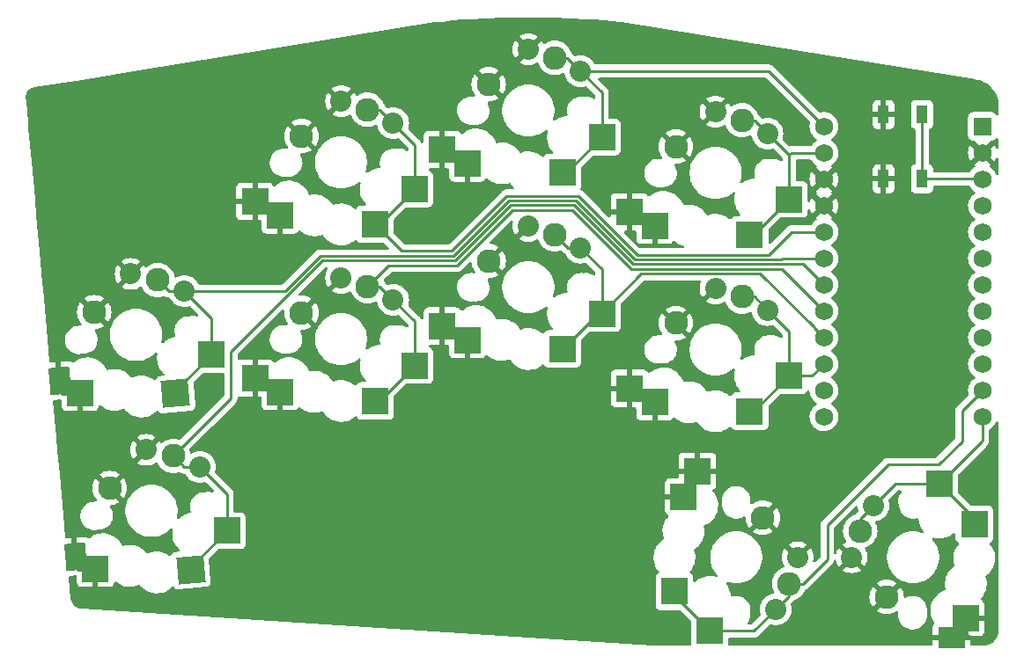
<source format=gbr>
%TF.GenerationSoftware,KiCad,Pcbnew,6.0.0-rc2*%
%TF.CreationDate,2021-12-17T22:08:24+01:00*%
%TF.ProjectId,nano0,6e616e6f-302e-46b6-9963-61645f706362,VERSION_HERE*%
%TF.SameCoordinates,Original*%
%TF.FileFunction,Copper,L2,Bot*%
%TF.FilePolarity,Positive*%
%FSLAX46Y46*%
G04 Gerber Fmt 4.6, Leading zero omitted, Abs format (unit mm)*
G04 Created by KiCad (PCBNEW 6.0.0-rc2) date 2021-12-17 22:08:24*
%MOMM*%
%LPD*%
G01*
G04 APERTURE LIST*
G04 Aperture macros list*
%AMRotRect*
0 Rectangle, with rotation*
0 The origin of the aperture is its center*
0 $1 length*
0 $2 width*
0 $3 Rotation angle, in degrees counterclockwise*
0 Add horizontal line*
21,1,$1,$2,0,0,$3*%
G04 Aperture macros list end*
%TA.AperFunction,SMDPad,CuDef*%
%ADD10R,1.100000X1.800000*%
%TD*%
%TA.AperFunction,ComponentPad*%
%ADD11C,2.032000*%
%TD*%
%TA.AperFunction,ComponentPad*%
%ADD12C,2.286000*%
%TD*%
%TA.AperFunction,SMDPad,CuDef*%
%ADD13RotRect,2.600000X2.600000X185.000000*%
%TD*%
%TA.AperFunction,SMDPad,CuDef*%
%ADD14RotRect,2.000000X2.600000X185.000000*%
%TD*%
%TA.AperFunction,SMDPad,CuDef*%
%ADD15R,2.550000X2.500000*%
%TD*%
%TA.AperFunction,SMDPad,CuDef*%
%ADD16R,2.600000X2.600000*%
%TD*%
%TA.AperFunction,SMDPad,CuDef*%
%ADD17R,2.600000X2.000000*%
%TD*%
%TA.AperFunction,ComponentPad*%
%ADD18R,1.752600X1.752600*%
%TD*%
%TA.AperFunction,ComponentPad*%
%ADD19C,1.752600*%
%TD*%
%TA.AperFunction,Conductor*%
%ADD20C,0.250000*%
%TD*%
G04 APERTURE END LIST*
D10*
%TO.P,B1,1*%
%TO.N,RST*%
X248992000Y-123750000D03*
X248992000Y-117550000D03*
%TO.P,B1,2*%
%TO.N,GND*%
X245292000Y-123750000D03*
X245292000Y-117550000D03*
%TD*%
D11*
%TO.P,S1,1*%
%TO.N,P4*%
X179543147Y-151487032D03*
%TO.P,S1,2*%
%TO.N,GND*%
X174379146Y-149830802D03*
%TD*%
D12*
%TO.P,S2,1*%
%TO.N,P4*%
X176980948Y-150426306D03*
%TO.P,S2,2*%
%TO.N,GND*%
X170876488Y-153510080D03*
%TD*%
D13*
%TO.P,S3,1*%
%TO.N,P4*%
X178674479Y-161350274D03*
D14*
%TO.P,S3,2*%
%TO.N,GND*%
X167574405Y-160113002D03*
%TD*%
D15*
%TO.P,S4,1*%
%TO.N,P4*%
X182172780Y-157621187D03*
%TO.P,S4,2*%
%TO.N,GND*%
X169516347Y-161278184D03*
%TD*%
D11*
%TO.P,S5,1*%
%TO.N,P3*%
X178061499Y-134551722D03*
%TO.P,S5,2*%
%TO.N,GND*%
X172897498Y-132895492D03*
%TD*%
D12*
%TO.P,S6,1*%
%TO.N,P3*%
X175499300Y-133490996D03*
%TO.P,S6,2*%
%TO.N,GND*%
X169394840Y-136574770D03*
%TD*%
D13*
%TO.P,S7,1*%
%TO.N,P3*%
X177192831Y-144414964D03*
D14*
%TO.P,S7,2*%
%TO.N,GND*%
X166092757Y-143177692D03*
%TD*%
D15*
%TO.P,S8,1*%
%TO.N,P3*%
X180691132Y-140685877D03*
%TO.P,S8,2*%
%TO.N,GND*%
X168034699Y-144342874D03*
%TD*%
D11*
%TO.P,S9,1*%
%TO.N,P5*%
X198132000Y-135374000D03*
%TO.P,S9,2*%
%TO.N,GND*%
X193132000Y-133274000D03*
%TD*%
D12*
%TO.P,S10,1*%
%TO.N,P5*%
X195672000Y-134094000D03*
%TO.P,S10,2*%
%TO.N,GND*%
X189322000Y-136634000D03*
%TD*%
D16*
%TO.P,S11,1*%
%TO.N,P5*%
X196407000Y-145124000D03*
%TO.P,S11,2*%
%TO.N,GND*%
X184857000Y-142924000D03*
%TD*%
D15*
%TO.P,S12,1*%
%TO.N,P5*%
X200217000Y-141714000D03*
%TO.P,S12,2*%
%TO.N,GND*%
X187290000Y-144254000D03*
%TD*%
D11*
%TO.P,S13,1*%
%TO.N,P2*%
X198132000Y-118374000D03*
%TO.P,S13,2*%
%TO.N,GND*%
X193132000Y-116274000D03*
%TD*%
D12*
%TO.P,S14,1*%
%TO.N,P2*%
X195672000Y-117094000D03*
%TO.P,S14,2*%
%TO.N,GND*%
X189322000Y-119634000D03*
%TD*%
D16*
%TO.P,S15,1*%
%TO.N,P2*%
X196407000Y-128124000D03*
%TO.P,S15,2*%
%TO.N,GND*%
X184857000Y-125924000D03*
%TD*%
D15*
%TO.P,S16,1*%
%TO.N,P2*%
X200217000Y-124714000D03*
%TO.P,S16,2*%
%TO.N,GND*%
X187290000Y-127254000D03*
%TD*%
D11*
%TO.P,S17,1*%
%TO.N,P6*%
X216132000Y-130374000D03*
%TO.P,S17,2*%
%TO.N,GND*%
X211132000Y-128274000D03*
%TD*%
D12*
%TO.P,S18,1*%
%TO.N,P6*%
X213672000Y-129094000D03*
%TO.P,S18,2*%
%TO.N,GND*%
X207322000Y-131634000D03*
%TD*%
D16*
%TO.P,S19,1*%
%TO.N,P6*%
X214407000Y-140124000D03*
%TO.P,S19,2*%
%TO.N,GND*%
X202857000Y-137924000D03*
%TD*%
D15*
%TO.P,S20,1*%
%TO.N,P6*%
X218217000Y-136714000D03*
%TO.P,S20,2*%
%TO.N,GND*%
X205290000Y-139254000D03*
%TD*%
D11*
%TO.P,S21,1*%
%TO.N,P1*%
X216132000Y-113374000D03*
%TO.P,S21,2*%
%TO.N,GND*%
X211132000Y-111274000D03*
%TD*%
D12*
%TO.P,S22,1*%
%TO.N,P1*%
X213672000Y-112094000D03*
%TO.P,S22,2*%
%TO.N,GND*%
X207322000Y-114634000D03*
%TD*%
D16*
%TO.P,S23,1*%
%TO.N,P1*%
X214407000Y-123124000D03*
%TO.P,S23,2*%
%TO.N,GND*%
X202857000Y-120924000D03*
%TD*%
D15*
%TO.P,S24,1*%
%TO.N,P1*%
X218217000Y-119714000D03*
%TO.P,S24,2*%
%TO.N,GND*%
X205290000Y-122254000D03*
%TD*%
D11*
%TO.P,S25,1*%
%TO.N,P7*%
X234132000Y-136374000D03*
%TO.P,S25,2*%
%TO.N,GND*%
X229132000Y-134274000D03*
%TD*%
D12*
%TO.P,S26,1*%
%TO.N,P7*%
X231672000Y-135094000D03*
%TO.P,S26,2*%
%TO.N,GND*%
X225322000Y-137634000D03*
%TD*%
D16*
%TO.P,S27,1*%
%TO.N,P7*%
X232407000Y-146124000D03*
%TO.P,S27,2*%
%TO.N,GND*%
X220857000Y-143924000D03*
%TD*%
D15*
%TO.P,S28,1*%
%TO.N,P7*%
X236217000Y-142714000D03*
%TO.P,S28,2*%
%TO.N,GND*%
X223290000Y-145254000D03*
%TD*%
D11*
%TO.P,S29,1*%
%TO.N,P0*%
X234132000Y-119374000D03*
%TO.P,S29,2*%
%TO.N,GND*%
X229132000Y-117274000D03*
%TD*%
D12*
%TO.P,S30,1*%
%TO.N,P0*%
X231672000Y-118094000D03*
%TO.P,S30,2*%
%TO.N,GND*%
X225322000Y-120634000D03*
%TD*%
D16*
%TO.P,S31,1*%
%TO.N,P0*%
X232407000Y-129124000D03*
%TO.P,S31,2*%
%TO.N,GND*%
X220857000Y-126924000D03*
%TD*%
D15*
%TO.P,S32,1*%
%TO.N,P0*%
X236217000Y-125714000D03*
%TO.P,S32,2*%
%TO.N,GND*%
X223290000Y-128254000D03*
%TD*%
D11*
%TO.P,S33,1*%
%TO.N,P16*%
X234932000Y-165174000D03*
%TO.P,S33,2*%
%TO.N,GND*%
X237032000Y-160174000D03*
%TD*%
D12*
%TO.P,S34,1*%
%TO.N,P16*%
X236212000Y-162714000D03*
%TO.P,S34,2*%
%TO.N,GND*%
X233672000Y-156364000D03*
%TD*%
D16*
%TO.P,S35,1*%
%TO.N,P16*%
X225182000Y-163449000D03*
%TO.P,S35,2*%
%TO.N,GND*%
X227382000Y-151899000D03*
%TD*%
D15*
%TO.P,S36,1*%
%TO.N,P16*%
X228592000Y-167259000D03*
%TO.P,S36,2*%
%TO.N,GND*%
X226052000Y-154332000D03*
%TD*%
D11*
%TO.P,S37,1*%
%TO.N,P10*%
X244332000Y-155174000D03*
%TO.P,S37,2*%
%TO.N,GND*%
X242232000Y-160174000D03*
%TD*%
D12*
%TO.P,S38,1*%
%TO.N,P10*%
X243052000Y-157634000D03*
%TO.P,S38,2*%
%TO.N,GND*%
X245592000Y-163984000D03*
%TD*%
D16*
%TO.P,S39,1*%
%TO.N,P10*%
X254015600Y-156979000D03*
D17*
%TO.P,S39,2*%
%TO.N,GND*%
X251815600Y-167929000D03*
%TD*%
D15*
%TO.P,S40,1*%
%TO.N,P10*%
X250672000Y-153089000D03*
%TO.P,S40,2*%
%TO.N,GND*%
X253212000Y-166016000D03*
%TD*%
D18*
%TO.P,MCU1,1*%
%TO.N,RAW*%
X254802000Y-118704000D03*
D19*
%TO.P,MCU1,2*%
%TO.N,GND*%
X254802000Y-121244000D03*
%TO.P,MCU1,3*%
%TO.N,RST*%
X254802000Y-123784000D03*
%TO.P,MCU1,4*%
%TO.N,VCC*%
X254802000Y-126324000D03*
%TO.P,MCU1,5*%
%TO.N,P21*%
X254802000Y-128864000D03*
%TO.P,MCU1,6*%
%TO.N,P20*%
X254802000Y-131404000D03*
%TO.P,MCU1,7*%
%TO.N,P19*%
X254802000Y-133944000D03*
%TO.P,MCU1,8*%
%TO.N,P18*%
X254802000Y-136484000D03*
%TO.P,MCU1,9*%
%TO.N,P15*%
X254802000Y-139024000D03*
%TO.P,MCU1,10*%
%TO.N,P14*%
X254802000Y-141564000D03*
%TO.P,MCU1,11*%
%TO.N,P16*%
X254802000Y-144104000D03*
%TO.P,MCU1,12*%
%TO.N,P10*%
X254802000Y-146644000D03*
%TO.P,MCU1,13*%
%TO.N,P1*%
X239562000Y-118704000D03*
%TO.P,MCU1,14*%
%TO.N,P0*%
X239562000Y-121244000D03*
%TO.P,MCU1,15*%
%TO.N,GND*%
X239562000Y-123784000D03*
%TO.P,MCU1,16*%
X239562000Y-126324000D03*
%TO.P,MCU1,17*%
%TO.N,P2*%
X239562000Y-128864000D03*
%TO.P,MCU1,18*%
%TO.N,P3*%
X239562000Y-131404000D03*
%TO.P,MCU1,19*%
%TO.N,P4*%
X239562000Y-133944000D03*
%TO.P,MCU1,20*%
%TO.N,P5*%
X239562000Y-136484000D03*
%TO.P,MCU1,21*%
%TO.N,P6*%
X239562000Y-139024000D03*
%TO.P,MCU1,22*%
%TO.N,P7*%
X239562000Y-141564000D03*
%TO.P,MCU1,23*%
%TO.N,P8*%
X239562000Y-144104000D03*
%TO.P,MCU1,24*%
%TO.N,P9*%
X239562000Y-146644000D03*
%TD*%
D20*
%TO.N,RST*%
X248992000Y-123750000D02*
X248992000Y-117550000D01*
X248992000Y-123750000D02*
X254768000Y-123750000D01*
X254768000Y-123750000D02*
X254802000Y-123784000D01*
%TO.N,P6*%
X218217000Y-136714000D02*
X218217000Y-136646400D01*
X218217000Y-136646400D02*
X222001320Y-132862080D01*
X222001320Y-132862080D02*
X233420680Y-132862080D01*
X233420680Y-132862080D02*
X238612400Y-138053800D01*
X238612400Y-138053800D02*
X238612400Y-138074400D01*
X238612400Y-138074400D02*
X239562000Y-139024000D01*
X218217000Y-136714000D02*
X218242000Y-136714000D01*
%TO.N,P5*%
X195672000Y-134094000D02*
X197686000Y-132080000D01*
X197686000Y-132080000D02*
X204266800Y-132080000D01*
X204266800Y-132080000D02*
X209600800Y-126746000D01*
X209600800Y-126746000D02*
X215364446Y-126746000D01*
X215364446Y-126746000D02*
X221031009Y-132412560D01*
X221031009Y-132412560D02*
X235490560Y-132412560D01*
X235490560Y-132412560D02*
X239562000Y-136484000D01*
%TO.N,P4*%
X176980948Y-150426306D02*
X182524400Y-144882854D01*
X209414602Y-126296480D02*
X215550644Y-126296480D01*
X182524400Y-144882854D02*
X182524400Y-140411200D01*
X182524400Y-140411200D02*
X191312800Y-131622800D01*
X237581040Y-131963040D02*
X239562000Y-133944000D01*
X191312800Y-131622800D02*
X204088282Y-131622800D01*
X204088282Y-131622800D02*
X209414602Y-126296480D01*
X215550644Y-126296480D02*
X221217206Y-131963040D01*
X221217206Y-131963040D02*
X237581040Y-131963040D01*
%TO.N,P3*%
X178061499Y-134551722D02*
X187748160Y-134551722D01*
X187748160Y-134551722D02*
X191126603Y-131173280D01*
X221403403Y-131513520D02*
X235459880Y-131513520D01*
X191126603Y-131173280D02*
X203902084Y-131173280D01*
X209228404Y-125846960D02*
X215736842Y-125846960D01*
X203902084Y-131173280D02*
X209228404Y-125846960D01*
X215736842Y-125846960D02*
X221403403Y-131513520D01*
X235459880Y-131513520D02*
X235569400Y-131404000D01*
X235569400Y-131404000D02*
X239562000Y-131404000D01*
%TO.N,P2*%
X196407000Y-128124000D02*
X198940600Y-130657600D01*
X215923040Y-125397440D02*
X221589600Y-131064000D01*
X234238800Y-131064000D02*
X236438800Y-128864000D01*
X198940600Y-130657600D02*
X203782046Y-130657600D01*
X203782046Y-130657600D02*
X209042207Y-125397440D01*
X209042207Y-125397440D02*
X215923040Y-125397440D01*
X221589600Y-131064000D02*
X234238800Y-131064000D01*
X236438800Y-128864000D02*
X239562000Y-128864000D01*
X198132000Y-118374000D02*
X196852000Y-117094000D01*
X196852000Y-117094000D02*
X195672000Y-117094000D01*
X200217000Y-124714000D02*
X200217000Y-120459000D01*
X200217000Y-120459000D02*
X198132000Y-118374000D01*
X196407000Y-128124000D02*
X196807000Y-128124000D01*
X196807000Y-128124000D02*
X200217000Y-124714000D01*
%TO.N,P0*%
X236217000Y-121459000D02*
X236432000Y-121244000D01*
X236432000Y-121244000D02*
X239562000Y-121244000D01*
%TO.N,P1*%
X216132000Y-113374000D02*
X234232000Y-113374000D01*
X234232000Y-113374000D02*
X239562000Y-118704000D01*
%TO.N,P7*%
X236217000Y-142714000D02*
X238412000Y-142714000D01*
X238412000Y-142714000D02*
X239562000Y-141564000D01*
%TO.N,P16*%
X236212000Y-162714000D02*
X237539200Y-162714000D01*
X237539200Y-162714000D02*
X239877600Y-160375600D01*
X239877600Y-157073600D02*
X245719600Y-151231600D01*
X252831600Y-146074400D02*
X254802000Y-144104000D01*
X239877600Y-160375600D02*
X239877600Y-157073600D01*
X245719600Y-151231600D02*
X250596400Y-151231600D01*
X250596400Y-151231600D02*
X252831600Y-148996400D01*
X252831600Y-148996400D02*
X252831600Y-146074400D01*
%TO.N,P10*%
X254762000Y-148999000D02*
X254762000Y-148971000D01*
X250672000Y-153089000D02*
X254762000Y-148999000D01*
X254802000Y-148931000D02*
X254802000Y-146644000D01*
X254762000Y-148971000D02*
X254802000Y-148931000D01*
%TO.N,P3*%
X178061499Y-134551722D02*
X176560026Y-134551722D01*
X176560026Y-134551722D02*
X175499300Y-133490996D01*
X180691132Y-140685877D02*
X180691132Y-137181355D01*
X180691132Y-137181355D02*
X178061499Y-134551722D01*
X177192831Y-144414964D02*
X177192831Y-144184178D01*
X177192831Y-144184178D02*
X180691132Y-140685877D01*
%TO.N,P4*%
X179543147Y-151487032D02*
X178041674Y-151487032D01*
X178041674Y-151487032D02*
X176980948Y-150426306D01*
X182172780Y-157621187D02*
X182172780Y-154116665D01*
X182172780Y-154116665D02*
X179543147Y-151487032D01*
X178674479Y-161350274D02*
X178674479Y-161119488D01*
X178674479Y-161119488D02*
X182172780Y-157621187D01*
%TO.N,P5*%
X198132000Y-135374000D02*
X196852000Y-134094000D01*
X196852000Y-134094000D02*
X195672000Y-134094000D01*
X200217000Y-141714000D02*
X200217000Y-137459000D01*
X200217000Y-137459000D02*
X198132000Y-135374000D01*
X196407000Y-145124000D02*
X196807000Y-145124000D01*
X196807000Y-145124000D02*
X200217000Y-141714000D01*
%TO.N,P6*%
X218217000Y-136714000D02*
X217817000Y-136714000D01*
X217817000Y-136714000D02*
X214407000Y-140124000D01*
X216132000Y-130374000D02*
X218217000Y-132459000D01*
X218217000Y-132459000D02*
X218217000Y-136714000D01*
X213672000Y-129094000D02*
X214952000Y-130374000D01*
X214952000Y-130374000D02*
X216132000Y-130374000D01*
%TO.N,P1*%
X216132000Y-113374000D02*
X214852000Y-112094000D01*
X214852000Y-112094000D02*
X213672000Y-112094000D01*
X218217000Y-119714000D02*
X218217000Y-115459000D01*
X218217000Y-115459000D02*
X216132000Y-113374000D01*
X214407000Y-123124000D02*
X214807000Y-123124000D01*
X214807000Y-123124000D02*
X218217000Y-119714000D01*
%TO.N,P0*%
X234132000Y-119374000D02*
X232852000Y-118094000D01*
X232852000Y-118094000D02*
X231672000Y-118094000D01*
X236217000Y-125714000D02*
X236217000Y-121459000D01*
X236217000Y-121459000D02*
X234132000Y-119374000D01*
X232407000Y-129124000D02*
X232807000Y-129124000D01*
X232807000Y-129124000D02*
X236217000Y-125714000D01*
%TO.N,P7*%
X234132000Y-136374000D02*
X232852000Y-135094000D01*
X232852000Y-135094000D02*
X231672000Y-135094000D01*
X236217000Y-142714000D02*
X236217000Y-138459000D01*
X236217000Y-138459000D02*
X234132000Y-136374000D01*
X232407000Y-146124000D02*
X232807000Y-146124000D01*
X232807000Y-146124000D02*
X236217000Y-142714000D01*
%TO.N,P16*%
X234932000Y-165174000D02*
X236212000Y-163894000D01*
X236212000Y-163894000D02*
X236212000Y-162714000D01*
X228592000Y-167259000D02*
X232847000Y-167259000D01*
X232847000Y-167259000D02*
X234932000Y-165174000D01*
X225182000Y-163449000D02*
X225182000Y-163849000D01*
X225182000Y-163849000D02*
X228592000Y-167259000D01*
%TO.N,P10*%
X244332000Y-155174000D02*
X243052000Y-156454000D01*
X243052000Y-156454000D02*
X243052000Y-157634000D01*
X250672000Y-153089000D02*
X246417000Y-153089000D01*
X246417000Y-153089000D02*
X244332000Y-155174000D01*
X254082000Y-156899000D02*
X254082000Y-156499000D01*
X254082000Y-156499000D02*
X250672000Y-153089000D01*
%TD*%
%TA.AperFunction,Conductor*%
%TO.N,GND*%
G36*
X211947972Y-108179459D02*
G01*
X213574470Y-108212730D01*
X213577046Y-108212809D01*
X215202529Y-108279336D01*
X215205102Y-108279468D01*
X216828831Y-108379221D01*
X216831401Y-108379405D01*
X217480781Y-108432649D01*
X218452839Y-108512351D01*
X218455340Y-108512582D01*
X219222053Y-108591262D01*
X220027684Y-108673936D01*
X220048057Y-108677741D01*
X220059504Y-108680871D01*
X220059507Y-108680871D01*
X220068164Y-108683239D01*
X220077135Y-108683082D01*
X220077137Y-108683082D01*
X220084672Y-108682950D01*
X220106972Y-108684544D01*
X234686331Y-111039791D01*
X254156434Y-114185122D01*
X254172730Y-114188878D01*
X254202293Y-114197799D01*
X254211270Y-114197876D01*
X254211272Y-114197876D01*
X254220157Y-114197952D01*
X254243622Y-114200361D01*
X254355578Y-114222595D01*
X254480739Y-114247452D01*
X254494741Y-114251079D01*
X254562480Y-114272849D01*
X254751390Y-114333561D01*
X254764882Y-114338769D01*
X255010392Y-114450136D01*
X255023190Y-114456852D01*
X255092989Y-114498764D01*
X255254307Y-114595631D01*
X255266264Y-114603780D01*
X255479938Y-114768135D01*
X255490881Y-114777600D01*
X255684317Y-114965383D01*
X255694088Y-114976027D01*
X255814221Y-115122978D01*
X255864707Y-115184736D01*
X255873206Y-115196446D01*
X256018772Y-115423343D01*
X256025874Y-115435951D01*
X256144464Y-115678039D01*
X256150073Y-115691377D01*
X256240126Y-115945469D01*
X256244168Y-115959363D01*
X256304491Y-116222086D01*
X256306914Y-116236352D01*
X256332840Y-116469399D01*
X256332969Y-116496048D01*
X256332010Y-116505498D01*
X256333647Y-116514324D01*
X256333647Y-116514328D01*
X256334688Y-116519940D01*
X256336800Y-116542914D01*
X256336800Y-117480157D01*
X256316798Y-117548278D01*
X256263142Y-117594771D01*
X256192868Y-117604875D01*
X256128288Y-117575381D01*
X256109974Y-117555722D01*
X256046943Y-117471620D01*
X256046942Y-117471619D01*
X256041561Y-117464439D01*
X255925005Y-117377085D01*
X255788616Y-117325955D01*
X255726434Y-117319200D01*
X253877566Y-117319200D01*
X253815384Y-117325955D01*
X253678995Y-117377085D01*
X253562439Y-117464439D01*
X253475085Y-117580995D01*
X253423955Y-117717384D01*
X253417200Y-117779566D01*
X253417200Y-119628434D01*
X253423955Y-119690616D01*
X253475085Y-119827005D01*
X253562439Y-119943561D01*
X253678995Y-120030915D01*
X253815384Y-120082045D01*
X253877566Y-120088800D01*
X253953820Y-120088800D01*
X254021941Y-120108802D01*
X254042915Y-120125705D01*
X254789188Y-120871978D01*
X254803132Y-120879592D01*
X254804965Y-120879461D01*
X254811580Y-120875210D01*
X255561085Y-120125705D01*
X255623397Y-120091679D01*
X255650180Y-120088800D01*
X255726434Y-120088800D01*
X255788616Y-120082045D01*
X255925005Y-120030915D01*
X256041561Y-119943561D01*
X256068737Y-119907301D01*
X256109974Y-119852278D01*
X256166833Y-119809763D01*
X256237652Y-119804737D01*
X256299945Y-119838797D01*
X256333935Y-119901128D01*
X256336800Y-119927843D01*
X256336800Y-120696240D01*
X256316798Y-120764361D01*
X256263142Y-120810854D01*
X256192868Y-120820958D01*
X256128288Y-120791464D01*
X256095250Y-120746482D01*
X256028229Y-120592343D01*
X256023362Y-120583268D01*
X255954083Y-120476178D01*
X255943398Y-120466975D01*
X255933831Y-120471379D01*
X255174022Y-121231188D01*
X255166408Y-121245132D01*
X255166539Y-121246965D01*
X255170790Y-121253580D01*
X255931320Y-122014110D01*
X255943330Y-122020669D01*
X255955069Y-122011701D01*
X255989625Y-121963611D01*
X255994936Y-121954772D01*
X256091206Y-121759982D01*
X256093648Y-121753815D01*
X256137323Y-121697841D01*
X256204326Y-121674365D01*
X256273385Y-121690841D01*
X256322573Y-121742037D01*
X256336800Y-121800199D01*
X256336800Y-123234984D01*
X256316798Y-123303105D01*
X256263142Y-123349598D01*
X256192868Y-123359702D01*
X256128288Y-123330208D01*
X256095250Y-123285226D01*
X256028672Y-123132106D01*
X256028670Y-123132103D01*
X256026612Y-123127369D01*
X255939154Y-122992179D01*
X255905731Y-122940515D01*
X255905729Y-122940512D01*
X255902923Y-122936175D01*
X255749668Y-122767750D01*
X255570963Y-122626618D01*
X255563849Y-122622691D01*
X255563006Y-122621840D01*
X255562131Y-122621259D01*
X255562251Y-122621078D01*
X255513876Y-122572261D01*
X255499100Y-122502819D01*
X255524214Y-122436413D01*
X255551568Y-122409802D01*
X255570103Y-122396581D01*
X255578504Y-122385881D01*
X255571515Y-122372725D01*
X254814812Y-121616022D01*
X254800868Y-121608408D01*
X254799035Y-121608539D01*
X254792420Y-121612790D01*
X254029510Y-122375700D01*
X254022750Y-122388080D01*
X254028031Y-122395134D01*
X254042698Y-122403705D01*
X254091422Y-122455343D01*
X254104493Y-122525126D01*
X254077762Y-122590898D01*
X254054781Y-122613253D01*
X253886391Y-122739684D01*
X253879444Y-122744900D01*
X253875872Y-122748638D01*
X253753462Y-122876733D01*
X253722120Y-122909530D01*
X253618449Y-123061507D01*
X253563540Y-123106507D01*
X253514363Y-123116500D01*
X250176500Y-123116500D01*
X250108379Y-123096498D01*
X250061886Y-123042842D01*
X250050500Y-122990500D01*
X250050500Y-122801866D01*
X250043745Y-122739684D01*
X249992615Y-122603295D01*
X249905261Y-122486739D01*
X249788705Y-122399385D01*
X249742995Y-122382249D01*
X249707270Y-122368856D01*
X249650506Y-122326214D01*
X249625806Y-122259652D01*
X249625500Y-122250874D01*
X249625500Y-121215219D01*
X253413668Y-121215219D01*
X253426176Y-121432150D01*
X253427612Y-121442370D01*
X253475382Y-121654339D01*
X253478461Y-121664167D01*
X253560215Y-121865502D01*
X253564858Y-121874693D01*
X253649334Y-122012546D01*
X253659790Y-122022006D01*
X253668568Y-122018222D01*
X254429978Y-121256812D01*
X254437592Y-121242868D01*
X254437461Y-121241035D01*
X254433210Y-121234420D01*
X253672922Y-120474132D01*
X253661386Y-120467832D01*
X253649104Y-120477455D01*
X253597143Y-120553627D01*
X253592058Y-120562578D01*
X253500571Y-120759671D01*
X253497008Y-120769358D01*
X253438942Y-120978736D01*
X253437011Y-120988856D01*
X253413920Y-121204930D01*
X253413668Y-121215219D01*
X249625500Y-121215219D01*
X249625500Y-119049126D01*
X249645502Y-118981005D01*
X249699158Y-118934512D01*
X249707270Y-118931144D01*
X249780297Y-118903767D01*
X249788705Y-118900615D01*
X249905261Y-118813261D01*
X249992615Y-118696705D01*
X250043745Y-118560316D01*
X250050500Y-118498134D01*
X250050500Y-116601866D01*
X250043745Y-116539684D01*
X249992615Y-116403295D01*
X249905261Y-116286739D01*
X249788705Y-116199385D01*
X249652316Y-116148255D01*
X249590134Y-116141500D01*
X248393866Y-116141500D01*
X248331684Y-116148255D01*
X248195295Y-116199385D01*
X248078739Y-116286739D01*
X247991385Y-116403295D01*
X247940255Y-116539684D01*
X247933500Y-116601866D01*
X247933500Y-118498134D01*
X247940255Y-118560316D01*
X247991385Y-118696705D01*
X248078739Y-118813261D01*
X248195295Y-118900615D01*
X248203703Y-118903767D01*
X248276730Y-118931144D01*
X248333494Y-118973786D01*
X248358194Y-119040348D01*
X248358500Y-119049126D01*
X248358500Y-122250874D01*
X248338498Y-122318995D01*
X248284842Y-122365488D01*
X248276730Y-122368856D01*
X248241005Y-122382249D01*
X248195295Y-122399385D01*
X248078739Y-122486739D01*
X247991385Y-122603295D01*
X247940255Y-122739684D01*
X247933500Y-122801866D01*
X247933500Y-124698134D01*
X247940255Y-124760316D01*
X247991385Y-124896705D01*
X248078739Y-125013261D01*
X248195295Y-125100615D01*
X248331684Y-125151745D01*
X248393866Y-125158500D01*
X249590134Y-125158500D01*
X249652316Y-125151745D01*
X249788705Y-125100615D01*
X249905261Y-125013261D01*
X249992615Y-124896705D01*
X250043745Y-124760316D01*
X250050500Y-124698134D01*
X250050500Y-124509500D01*
X250070502Y-124441379D01*
X250124158Y-124394886D01*
X250176500Y-124383500D01*
X253474592Y-124383500D01*
X253542713Y-124403502D01*
X253582024Y-124443665D01*
X253677989Y-124600264D01*
X253677992Y-124600269D01*
X253680692Y-124604674D01*
X253829786Y-124776793D01*
X254004989Y-124922249D01*
X254009440Y-124924850D01*
X254009450Y-124924857D01*
X254042266Y-124944033D01*
X254090989Y-124995672D01*
X254104059Y-125065455D01*
X254077326Y-125131227D01*
X254054353Y-125153575D01*
X253879444Y-125284900D01*
X253722120Y-125449530D01*
X253719206Y-125453802D01*
X253719205Y-125453803D01*
X253685247Y-125503584D01*
X253593797Y-125637645D01*
X253497921Y-125844192D01*
X253496539Y-125849174D01*
X253496539Y-125849175D01*
X253470676Y-125942436D01*
X253437067Y-126063625D01*
X253412869Y-126290050D01*
X253413166Y-126295202D01*
X253413166Y-126295206D01*
X253416245Y-126348596D01*
X253425977Y-126517387D01*
X253427112Y-126522424D01*
X253427113Y-126522430D01*
X253466234Y-126696022D01*
X253476039Y-126739531D01*
X253477983Y-126744317D01*
X253477984Y-126744322D01*
X253533713Y-126881564D01*
X253561711Y-126950515D01*
X253680692Y-127144674D01*
X253829786Y-127316793D01*
X254004989Y-127462249D01*
X254009440Y-127464850D01*
X254009450Y-127464857D01*
X254042266Y-127484033D01*
X254090989Y-127535672D01*
X254104059Y-127605455D01*
X254077326Y-127671227D01*
X254054353Y-127693575D01*
X253879444Y-127824900D01*
X253722120Y-127989530D01*
X253719206Y-127993802D01*
X253719205Y-127993803D01*
X253694489Y-128030035D01*
X253593797Y-128177645D01*
X253497921Y-128384192D01*
X253437067Y-128603625D01*
X253412869Y-128830050D01*
X253413166Y-128835202D01*
X253413166Y-128835206D01*
X253416522Y-128893407D01*
X253425977Y-129057387D01*
X253427112Y-129062424D01*
X253427113Y-129062430D01*
X253468960Y-129248118D01*
X253476039Y-129279531D01*
X253477983Y-129284317D01*
X253477984Y-129284322D01*
X253533713Y-129421564D01*
X253561711Y-129490515D01*
X253613414Y-129574886D01*
X253677990Y-129680264D01*
X253680692Y-129684674D01*
X253829786Y-129856793D01*
X254004989Y-130002249D01*
X254009440Y-130004850D01*
X254009450Y-130004857D01*
X254042266Y-130024033D01*
X254090989Y-130075672D01*
X254104059Y-130145455D01*
X254077326Y-130211227D01*
X254054353Y-130233575D01*
X253879444Y-130364900D01*
X253836285Y-130410063D01*
X253736342Y-130514648D01*
X253722120Y-130529530D01*
X253719206Y-130533802D01*
X253719205Y-130533803D01*
X253675704Y-130597573D01*
X253593797Y-130717645D01*
X253497921Y-130924192D01*
X253437067Y-131143625D01*
X253412869Y-131370050D01*
X253413166Y-131375202D01*
X253413166Y-131375206D01*
X253416928Y-131440445D01*
X253425977Y-131597387D01*
X253427112Y-131602424D01*
X253427113Y-131602430D01*
X253459615Y-131746652D01*
X253476039Y-131819531D01*
X253477983Y-131824317D01*
X253477984Y-131824322D01*
X253559767Y-132025728D01*
X253561711Y-132030515D01*
X253680692Y-132224674D01*
X253829786Y-132396793D01*
X253919645Y-132471395D01*
X253986263Y-132526702D01*
X254004989Y-132542249D01*
X254009440Y-132544850D01*
X254009450Y-132544857D01*
X254042266Y-132564033D01*
X254090989Y-132615672D01*
X254104059Y-132685455D01*
X254077326Y-132751227D01*
X254054353Y-132773575D01*
X253879444Y-132904900D01*
X253875872Y-132908638D01*
X253741466Y-133049286D01*
X253722120Y-133069530D01*
X253719206Y-133073802D01*
X253719205Y-133073803D01*
X253694448Y-133110096D01*
X253593797Y-133257645D01*
X253497921Y-133464192D01*
X253437067Y-133683625D01*
X253412869Y-133910050D01*
X253413166Y-133915202D01*
X253413166Y-133915206D01*
X253417173Y-133984696D01*
X253425977Y-134137387D01*
X253427112Y-134142424D01*
X253427113Y-134142430D01*
X253474601Y-134353150D01*
X253476039Y-134359531D01*
X253477983Y-134364317D01*
X253477984Y-134364322D01*
X253524703Y-134479376D01*
X253561711Y-134570515D01*
X253680692Y-134764674D01*
X253829786Y-134936793D01*
X253946845Y-135033977D01*
X253999898Y-135078022D01*
X254004989Y-135082249D01*
X254009440Y-135084850D01*
X254009450Y-135084857D01*
X254042266Y-135104033D01*
X254090989Y-135155672D01*
X254104059Y-135225455D01*
X254077326Y-135291227D01*
X254054353Y-135313575D01*
X253879444Y-135444900D01*
X253875872Y-135448638D01*
X253755227Y-135574886D01*
X253722120Y-135609530D01*
X253719206Y-135613802D01*
X253719205Y-135613803D01*
X253686297Y-135662044D01*
X253593797Y-135797645D01*
X253497921Y-136004192D01*
X253496539Y-136009174D01*
X253496539Y-136009175D01*
X253481859Y-136062109D01*
X253437067Y-136223625D01*
X253436518Y-136228760D01*
X253436518Y-136228762D01*
X253413574Y-136443457D01*
X253412869Y-136450050D01*
X253413166Y-136455202D01*
X253413166Y-136455206D01*
X253415518Y-136495988D01*
X253425977Y-136677387D01*
X253427112Y-136682424D01*
X253427113Y-136682430D01*
X253473151Y-136886718D01*
X253476039Y-136899531D01*
X253477983Y-136904317D01*
X253477984Y-136904322D01*
X253559767Y-137105728D01*
X253561711Y-137110515D01*
X253680692Y-137304674D01*
X253829786Y-137476793D01*
X253913933Y-137546653D01*
X253996158Y-137614917D01*
X254004989Y-137622249D01*
X254009440Y-137624850D01*
X254009450Y-137624857D01*
X254042266Y-137644033D01*
X254090989Y-137695672D01*
X254104059Y-137765455D01*
X254077326Y-137831227D01*
X254054353Y-137853575D01*
X253879444Y-137984900D01*
X253847742Y-138018074D01*
X253726480Y-138144968D01*
X253722120Y-138149530D01*
X253719206Y-138153802D01*
X253719205Y-138153803D01*
X253697131Y-138186162D01*
X253593797Y-138337645D01*
X253497921Y-138544192D01*
X253496539Y-138549174D01*
X253496539Y-138549175D01*
X253489045Y-138576197D01*
X253437067Y-138763625D01*
X253412869Y-138990050D01*
X253413166Y-138995202D01*
X253413166Y-138995206D01*
X253415990Y-139044174D01*
X253425977Y-139217387D01*
X253427112Y-139222424D01*
X253427113Y-139222430D01*
X253474901Y-139434482D01*
X253476039Y-139439531D01*
X253477983Y-139444317D01*
X253477984Y-139444322D01*
X253533713Y-139581564D01*
X253561711Y-139650515D01*
X253680692Y-139844674D01*
X253829786Y-140016793D01*
X254004989Y-140162249D01*
X254009440Y-140164850D01*
X254009450Y-140164857D01*
X254042266Y-140184033D01*
X254090989Y-140235672D01*
X254104059Y-140305455D01*
X254077326Y-140371227D01*
X254054353Y-140393575D01*
X253879444Y-140524900D01*
X253722120Y-140689530D01*
X253719206Y-140693802D01*
X253719205Y-140693803D01*
X253700583Y-140721102D01*
X253593797Y-140877645D01*
X253497921Y-141084192D01*
X253496539Y-141089174D01*
X253496539Y-141089175D01*
X253488997Y-141116371D01*
X253437067Y-141303625D01*
X253412869Y-141530050D01*
X253413166Y-141535202D01*
X253413166Y-141535206D01*
X253415118Y-141569060D01*
X253425977Y-141757387D01*
X253427112Y-141762424D01*
X253427113Y-141762430D01*
X253474901Y-141974482D01*
X253476039Y-141979531D01*
X253477983Y-141984317D01*
X253477984Y-141984322D01*
X253555443Y-142175080D01*
X253561711Y-142190515D01*
X253570348Y-142204609D01*
X253671919Y-142370357D01*
X253680692Y-142384674D01*
X253829786Y-142556793D01*
X254004989Y-142702249D01*
X254009440Y-142704850D01*
X254009450Y-142704857D01*
X254042266Y-142724033D01*
X254090989Y-142775672D01*
X254104059Y-142845455D01*
X254077326Y-142911227D01*
X254054353Y-142933575D01*
X253879444Y-143064900D01*
X253875872Y-143068638D01*
X253740110Y-143210705D01*
X253722120Y-143229530D01*
X253719206Y-143233802D01*
X253719205Y-143233803D01*
X253663475Y-143315500D01*
X253593797Y-143417645D01*
X253497921Y-143624192D01*
X253496539Y-143629174D01*
X253496539Y-143629175D01*
X253487917Y-143660265D01*
X253437067Y-143843625D01*
X253412869Y-144070050D01*
X253413166Y-144075202D01*
X253413166Y-144075206D01*
X253417157Y-144144415D01*
X253425977Y-144297387D01*
X253463451Y-144463673D01*
X253458915Y-144534522D01*
X253429629Y-144580466D01*
X252439347Y-145570748D01*
X252431061Y-145578288D01*
X252424582Y-145582400D01*
X252419157Y-145588177D01*
X252377957Y-145632051D01*
X252375202Y-145634893D01*
X252355465Y-145654630D01*
X252352985Y-145657827D01*
X252345282Y-145666847D01*
X252315014Y-145699079D01*
X252311195Y-145706025D01*
X252311193Y-145706028D01*
X252305252Y-145716834D01*
X252294401Y-145733353D01*
X252281986Y-145749359D01*
X252278841Y-145756628D01*
X252278838Y-145756632D01*
X252264426Y-145789937D01*
X252259209Y-145800587D01*
X252237905Y-145839340D01*
X252235934Y-145847015D01*
X252235934Y-145847016D01*
X252232867Y-145858962D01*
X252226463Y-145877666D01*
X252218419Y-145896255D01*
X252217180Y-145904078D01*
X252217177Y-145904088D01*
X252211501Y-145939924D01*
X252209095Y-145951544D01*
X252201011Y-145983031D01*
X252198100Y-145994370D01*
X252198100Y-146014624D01*
X252196549Y-146034334D01*
X252193380Y-146054343D01*
X252197356Y-146096399D01*
X252197541Y-146098361D01*
X252198100Y-146110219D01*
X252198100Y-148681806D01*
X252178098Y-148749927D01*
X252161195Y-148770901D01*
X250370900Y-150561195D01*
X250308588Y-150595221D01*
X250281805Y-150598100D01*
X245798368Y-150598100D01*
X245787185Y-150597573D01*
X245779692Y-150595898D01*
X245771766Y-150596147D01*
X245771765Y-150596147D01*
X245711602Y-150598038D01*
X245707644Y-150598100D01*
X245679744Y-150598100D01*
X245675754Y-150598604D01*
X245663920Y-150599536D01*
X245619711Y-150600926D01*
X245612095Y-150603139D01*
X245612093Y-150603139D01*
X245600252Y-150606579D01*
X245580893Y-150610588D01*
X245579583Y-150610754D01*
X245560803Y-150613126D01*
X245553437Y-150616042D01*
X245553431Y-150616044D01*
X245519698Y-150629400D01*
X245508468Y-150633245D01*
X245473617Y-150643370D01*
X245466007Y-150645581D01*
X245459184Y-150649616D01*
X245448566Y-150655895D01*
X245430813Y-150664592D01*
X245423168Y-150667619D01*
X245411983Y-150672048D01*
X245387475Y-150689854D01*
X245376212Y-150698037D01*
X245366295Y-150704551D01*
X245328238Y-150727058D01*
X245313917Y-150741379D01*
X245298884Y-150754219D01*
X245282493Y-150766128D01*
X245277442Y-150772234D01*
X245254302Y-150800205D01*
X245246312Y-150808984D01*
X239485347Y-156569948D01*
X239477061Y-156577488D01*
X239470582Y-156581600D01*
X239465157Y-156587377D01*
X239423957Y-156631251D01*
X239421202Y-156634093D01*
X239401465Y-156653830D01*
X239398985Y-156657027D01*
X239391282Y-156666047D01*
X239361014Y-156698279D01*
X239357195Y-156705225D01*
X239357193Y-156705228D01*
X239351252Y-156716034D01*
X239340401Y-156732553D01*
X239327986Y-156748559D01*
X239324841Y-156755828D01*
X239324838Y-156755832D01*
X239310426Y-156789137D01*
X239305209Y-156799787D01*
X239283905Y-156838540D01*
X239281934Y-156846215D01*
X239281934Y-156846216D01*
X239278867Y-156858162D01*
X239272463Y-156876866D01*
X239264419Y-156895455D01*
X239263180Y-156903278D01*
X239263177Y-156903288D01*
X239257501Y-156939124D01*
X239255095Y-156950744D01*
X239244100Y-156993570D01*
X239244100Y-157013824D01*
X239242549Y-157033534D01*
X239239380Y-157053543D01*
X239240126Y-157061435D01*
X239243541Y-157097561D01*
X239244100Y-157109419D01*
X239244100Y-160061006D01*
X239224098Y-160129127D01*
X239207195Y-160150101D01*
X238730716Y-160626580D01*
X238668404Y-160660606D01*
X238597589Y-160655541D01*
X238540753Y-160612994D01*
X238515942Y-160546474D01*
X238519102Y-160508071D01*
X238540737Y-160417956D01*
X238542280Y-160408209D01*
X238560325Y-160178930D01*
X238560325Y-160169070D01*
X238542280Y-159939791D01*
X238540737Y-159930044D01*
X238487047Y-159706414D01*
X238483998Y-159697029D01*
X238395988Y-159484553D01*
X238391507Y-159475759D01*
X238286203Y-159303917D01*
X238275747Y-159294457D01*
X238266969Y-159298241D01*
X237121095Y-160444115D01*
X237058783Y-160478141D01*
X236987968Y-160473076D01*
X236942905Y-160444115D01*
X235800074Y-159301284D01*
X235787694Y-159294524D01*
X235780044Y-159300251D01*
X235672493Y-159475759D01*
X235668012Y-159484553D01*
X235580002Y-159697029D01*
X235576953Y-159706414D01*
X235523263Y-159930044D01*
X235521720Y-159939791D01*
X235503675Y-160169070D01*
X235503675Y-160178930D01*
X235521720Y-160408209D01*
X235523263Y-160417956D01*
X235576953Y-160641586D01*
X235580002Y-160650971D01*
X235668012Y-160863447D01*
X235672493Y-160872241D01*
X235731114Y-160967902D01*
X235749652Y-161036436D01*
X235728196Y-161104113D01*
X235671899Y-161150146D01*
X235464488Y-161236058D01*
X235464486Y-161236059D01*
X235459916Y-161237952D01*
X235238271Y-161373777D01*
X235234504Y-161376994D01*
X235234503Y-161376995D01*
X235088623Y-161501588D01*
X235040602Y-161542602D01*
X235037389Y-161546364D01*
X234895233Y-161712808D01*
X234871777Y-161740271D01*
X234735952Y-161961916D01*
X234734059Y-161966486D01*
X234734058Y-161966488D01*
X234660881Y-162143154D01*
X234636473Y-162202080D01*
X234619094Y-162274470D01*
X234578226Y-162444700D01*
X234575789Y-162454850D01*
X234555393Y-162714000D01*
X234575789Y-162973150D01*
X234576943Y-162977957D01*
X234576944Y-162977963D01*
X234601626Y-163080769D01*
X234636473Y-163225920D01*
X234638366Y-163230491D01*
X234638367Y-163230493D01*
X234734057Y-163461508D01*
X234735952Y-163466084D01*
X234745324Y-163481377D01*
X234763861Y-163549911D01*
X234742403Y-163617587D01*
X234687764Y-163662919D01*
X234667306Y-163669728D01*
X234459447Y-163719631D01*
X234454876Y-163721524D01*
X234454874Y-163721525D01*
X234242323Y-163809566D01*
X234242321Y-163809567D01*
X234237751Y-163811460D01*
X234033151Y-163936840D01*
X233850682Y-164092682D01*
X233847469Y-164096444D01*
X233710891Y-164256358D01*
X233694840Y-164275151D01*
X233569460Y-164479751D01*
X233567567Y-164484321D01*
X233567566Y-164484323D01*
X233504699Y-164636099D01*
X233477631Y-164701447D01*
X233476476Y-164706259D01*
X233422768Y-164929965D01*
X233422767Y-164929971D01*
X233421613Y-164934778D01*
X233402786Y-165174000D01*
X233421613Y-165413222D01*
X233422767Y-165418029D01*
X233422768Y-165418035D01*
X233477631Y-165646553D01*
X233475396Y-165647090D01*
X233477202Y-165708520D01*
X233444410Y-165765685D01*
X232621500Y-166588595D01*
X232559188Y-166622621D01*
X232532405Y-166625500D01*
X232369282Y-166625500D01*
X232301161Y-166605498D01*
X232254668Y-166551842D01*
X232244564Y-166481568D01*
X232268192Y-166424289D01*
X232291521Y-166392934D01*
X232396077Y-166187288D01*
X232452976Y-166004046D01*
X232462905Y-165972070D01*
X232462906Y-165972064D01*
X232464489Y-165966967D01*
X232487114Y-165796259D01*
X232494100Y-165743553D01*
X232494100Y-165743548D01*
X232494800Y-165738268D01*
X232486146Y-165507732D01*
X232485051Y-165502511D01*
X232480483Y-165480740D01*
X232478890Y-165438312D01*
X232494100Y-165323553D01*
X232494100Y-165323548D01*
X232494800Y-165318268D01*
X232486146Y-165087732D01*
X232438772Y-164861950D01*
X232354033Y-164647378D01*
X232234353Y-164450151D01*
X232199751Y-164410276D01*
X232086653Y-164279941D01*
X232086651Y-164279939D01*
X232083153Y-164275908D01*
X231988933Y-164198652D01*
X231908885Y-164133016D01*
X231908879Y-164133012D01*
X231904757Y-164129632D01*
X231704265Y-164015506D01*
X231699249Y-164013685D01*
X231699244Y-164013683D01*
X231492425Y-163938611D01*
X231492421Y-163938610D01*
X231487410Y-163936791D01*
X231482161Y-163935842D01*
X231482158Y-163935841D01*
X231264477Y-163896478D01*
X231264470Y-163896477D01*
X231260393Y-163895740D01*
X231242656Y-163894904D01*
X231237708Y-163894670D01*
X231237701Y-163894670D01*
X231236220Y-163894600D01*
X231074075Y-163894600D01*
X231007119Y-163900281D01*
X230907438Y-163908739D01*
X230907434Y-163908740D01*
X230902127Y-163909190D01*
X230896972Y-163910528D01*
X230896966Y-163910529D01*
X230753927Y-163947655D01*
X230682966Y-163945408D01*
X230624485Y-163905153D01*
X230597050Y-163839671D01*
X230596350Y-163830094D01*
X230594529Y-163777939D01*
X230594528Y-163777933D01*
X230594375Y-163773542D01*
X230584955Y-163720115D01*
X230554348Y-163546536D01*
X230545598Y-163496913D01*
X230458797Y-163229765D01*
X230456129Y-163224293D01*
X230368031Y-163043669D01*
X230335660Y-162977298D01*
X230333205Y-162973659D01*
X230333202Y-162973653D01*
X230254712Y-162857288D01*
X230178585Y-162744424D01*
X230175637Y-162741150D01*
X230172931Y-162737686D01*
X230173908Y-162736923D01*
X230145564Y-162677850D01*
X230154333Y-162607397D01*
X230199800Y-162552869D01*
X230267529Y-162531579D01*
X230308854Y-162537723D01*
X230508448Y-162602575D01*
X230817746Y-162661577D01*
X230911300Y-162667463D01*
X231051358Y-162676275D01*
X231051374Y-162676276D01*
X231053353Y-162676400D01*
X231210647Y-162676400D01*
X231212626Y-162676276D01*
X231212642Y-162676275D01*
X231352700Y-162667463D01*
X231446254Y-162661577D01*
X231755552Y-162602575D01*
X232046811Y-162507939D01*
X232051243Y-162506499D01*
X232051244Y-162506499D01*
X232055016Y-162505273D01*
X232058602Y-162503586D01*
X232058606Y-162503584D01*
X232336338Y-162372894D01*
X232336345Y-162372890D01*
X232339924Y-162371206D01*
X232605782Y-162202487D01*
X232848398Y-162001778D01*
X233063945Y-161772244D01*
X233128976Y-161682737D01*
X233157648Y-161643273D01*
X233249024Y-161517504D01*
X233252674Y-161510866D01*
X233398813Y-161245039D01*
X233398814Y-161245036D01*
X233400716Y-161241577D01*
X233516630Y-160948813D01*
X233594936Y-160643830D01*
X233634400Y-160331438D01*
X233634400Y-160016562D01*
X233594936Y-159704170D01*
X233516630Y-159399187D01*
X233504112Y-159367569D01*
X233472437Y-159287569D01*
X233400716Y-159106423D01*
X233398813Y-159102961D01*
X233303866Y-158930253D01*
X236152457Y-158930253D01*
X236156241Y-158939031D01*
X237019188Y-159801978D01*
X237033132Y-159809592D01*
X237034965Y-159809461D01*
X237041580Y-159805210D01*
X237904716Y-158942074D01*
X237911476Y-158929694D01*
X237905749Y-158922044D01*
X237730241Y-158814493D01*
X237721447Y-158810012D01*
X237508971Y-158722002D01*
X237499586Y-158718953D01*
X237275956Y-158665263D01*
X237266209Y-158663720D01*
X237036930Y-158645675D01*
X237027070Y-158645675D01*
X236797791Y-158663720D01*
X236788044Y-158665263D01*
X236564414Y-158718953D01*
X236555029Y-158722002D01*
X236342553Y-158810012D01*
X236333759Y-158814493D01*
X236161917Y-158919797D01*
X236152457Y-158930253D01*
X233303866Y-158930253D01*
X233250933Y-158833968D01*
X233250931Y-158833965D01*
X233249024Y-158830496D01*
X233136351Y-158675415D01*
X233066273Y-158578960D01*
X233066272Y-158578958D01*
X233063945Y-158575756D01*
X232848398Y-158346222D01*
X232605782Y-158145513D01*
X232339924Y-157976794D01*
X232336345Y-157975110D01*
X232336338Y-157975106D01*
X232058606Y-157844416D01*
X232058602Y-157844414D01*
X232055016Y-157842727D01*
X232051225Y-157841495D01*
X231759328Y-157746652D01*
X231759329Y-157746652D01*
X231755552Y-157745425D01*
X231523911Y-157701237D01*
X232700117Y-157701237D01*
X232704439Y-157707416D01*
X232915924Y-157837014D01*
X232924718Y-157841495D01*
X233155662Y-157937155D01*
X233165047Y-157940204D01*
X233408115Y-157998561D01*
X233417862Y-158000104D01*
X233667070Y-158019717D01*
X233676930Y-158019717D01*
X233926138Y-158000104D01*
X233935885Y-157998561D01*
X234178953Y-157940204D01*
X234188338Y-157937155D01*
X234419282Y-157841495D01*
X234428076Y-157837014D01*
X234638128Y-157708294D01*
X234643956Y-157699365D01*
X234637952Y-157689163D01*
X233684811Y-156736021D01*
X233670868Y-156728408D01*
X233669034Y-156728539D01*
X233662420Y-156732790D01*
X232707506Y-157687705D01*
X232700117Y-157701237D01*
X231523911Y-157701237D01*
X231446254Y-157686423D01*
X231352700Y-157680537D01*
X231212642Y-157671725D01*
X231212626Y-157671724D01*
X231210647Y-157671600D01*
X231053353Y-157671600D01*
X231051374Y-157671724D01*
X231051358Y-157671725D01*
X230911300Y-157680537D01*
X230817746Y-157686423D01*
X230508448Y-157745425D01*
X230504671Y-157746652D01*
X230504672Y-157746652D01*
X230212776Y-157841495D01*
X230208984Y-157842727D01*
X230205398Y-157844414D01*
X230205394Y-157844416D01*
X229927662Y-157975106D01*
X229927655Y-157975110D01*
X229924076Y-157976794D01*
X229658218Y-158145513D01*
X229415602Y-158346222D01*
X229200055Y-158575756D01*
X229197728Y-158578958D01*
X229197727Y-158578960D01*
X229127649Y-158675415D01*
X229014976Y-158830496D01*
X229013069Y-158833965D01*
X229013067Y-158833968D01*
X228865187Y-159102961D01*
X228863284Y-159106423D01*
X228791563Y-159287569D01*
X228759889Y-159367569D01*
X228747370Y-159399187D01*
X228669064Y-159704170D01*
X228629600Y-160016562D01*
X228629600Y-160331438D01*
X228669064Y-160643830D01*
X228747370Y-160948813D01*
X228863284Y-161241577D01*
X228865186Y-161245036D01*
X228865187Y-161245039D01*
X229011327Y-161510866D01*
X229014976Y-161517504D01*
X229106352Y-161643273D01*
X229135025Y-161682737D01*
X229200055Y-161772244D01*
X229259420Y-161835461D01*
X229268169Y-161844778D01*
X229300220Y-161908128D01*
X229292933Y-161978750D01*
X229248622Y-162034221D01*
X229181356Y-162056930D01*
X229141589Y-162052150D01*
X229014837Y-162015805D01*
X229014836Y-162015805D01*
X229010610Y-162014593D01*
X229006260Y-162013982D01*
X229006257Y-162013981D01*
X228886126Y-161997098D01*
X228732448Y-161975500D01*
X228521854Y-161975500D01*
X228519668Y-161975653D01*
X228519664Y-161975653D01*
X228316173Y-161989882D01*
X228316168Y-161989883D01*
X228311788Y-161990189D01*
X228037030Y-162048591D01*
X228032901Y-162050094D01*
X228032897Y-162050095D01*
X227777219Y-162143154D01*
X227777215Y-162143156D01*
X227773074Y-162144663D01*
X227525058Y-162276536D01*
X227521499Y-162279122D01*
X227521497Y-162279123D01*
X227301833Y-162438718D01*
X227297808Y-162441642D01*
X227294644Y-162444698D01*
X227294641Y-162444700D01*
X227204027Y-162532205D01*
X227141130Y-162565137D01*
X227070414Y-162558837D01*
X227014329Y-162515305D01*
X226990500Y-162441568D01*
X226990500Y-162100866D01*
X226983745Y-162038684D01*
X226932615Y-161902295D01*
X226845261Y-161785739D01*
X226779566Y-161736503D01*
X226735892Y-161703771D01*
X226735890Y-161703770D01*
X226728705Y-161698385D01*
X226724230Y-161696707D01*
X226675577Y-161647946D01*
X226660562Y-161578555D01*
X226686941Y-161510110D01*
X226848481Y-161303347D01*
X226848482Y-161303346D01*
X226851188Y-161299882D01*
X226853384Y-161296078D01*
X226853389Y-161296071D01*
X226989435Y-161060431D01*
X226991636Y-161056619D01*
X227096862Y-160796176D01*
X227100110Y-160783151D01*
X227163753Y-160527893D01*
X227163754Y-160527888D01*
X227164817Y-160523624D01*
X227166858Y-160504211D01*
X227193719Y-160248636D01*
X227193719Y-160248633D01*
X227194178Y-160244267D01*
X227192172Y-160186812D01*
X227184529Y-159967939D01*
X227184528Y-159967933D01*
X227184375Y-159963542D01*
X227182765Y-159954408D01*
X227146581Y-159749200D01*
X227135598Y-159686913D01*
X227084691Y-159530236D01*
X227069810Y-159484436D01*
X227067783Y-159413468D01*
X227104445Y-159352670D01*
X227119023Y-159341575D01*
X227118942Y-159341464D01*
X227342629Y-159178947D01*
X227342632Y-159178944D01*
X227346192Y-159176358D01*
X227374036Y-159149470D01*
X227450022Y-159076091D01*
X227548252Y-158981231D01*
X227721188Y-158759882D01*
X227723384Y-158756078D01*
X227723389Y-158756071D01*
X227859435Y-158520431D01*
X227861636Y-158516619D01*
X227966862Y-158256176D01*
X227980036Y-158203337D01*
X228033753Y-157987893D01*
X228033756Y-157987878D01*
X228034817Y-157983624D01*
X228035713Y-157975106D01*
X228063719Y-157708636D01*
X228063719Y-157708633D01*
X228064178Y-157704267D01*
X228063555Y-157686423D01*
X228054529Y-157427939D01*
X228054528Y-157427933D01*
X228054375Y-157423542D01*
X228046660Y-157379784D01*
X228013604Y-157192319D01*
X228021473Y-157121760D01*
X228066240Y-157066656D01*
X228094595Y-157052038D01*
X228193337Y-157016099D01*
X228200926Y-157013337D01*
X228448942Y-156881464D01*
X228454123Y-156877700D01*
X228672629Y-156718947D01*
X228672632Y-156718944D01*
X228676192Y-156716358D01*
X228687718Y-156705228D01*
X228838736Y-156559391D01*
X228878252Y-156521231D01*
X229051188Y-156299882D01*
X229053384Y-156296078D01*
X229053389Y-156296071D01*
X229189435Y-156060431D01*
X229191636Y-156056619D01*
X229296862Y-155796176D01*
X229311694Y-155736687D01*
X229363753Y-155527893D01*
X229363754Y-155527888D01*
X229364817Y-155523624D01*
X229373533Y-155440703D01*
X229393719Y-155248636D01*
X229393719Y-155248633D01*
X229394178Y-155244267D01*
X229394025Y-155239873D01*
X229386687Y-155029732D01*
X229769200Y-155029732D01*
X229769400Y-155035062D01*
X229769400Y-155035063D01*
X229773514Y-155144641D01*
X229777854Y-155260268D01*
X229825228Y-155486050D01*
X229909967Y-155700622D01*
X229982440Y-155820054D01*
X230014093Y-155872216D01*
X230029647Y-155897849D01*
X230033144Y-155901879D01*
X230176676Y-156067285D01*
X230180847Y-156072092D01*
X230184978Y-156075479D01*
X230355115Y-156214984D01*
X230355121Y-156214988D01*
X230359243Y-156218368D01*
X230559735Y-156332494D01*
X230564751Y-156334315D01*
X230564756Y-156334317D01*
X230771575Y-156409389D01*
X230771579Y-156409390D01*
X230776590Y-156411209D01*
X230781839Y-156412158D01*
X230781842Y-156412159D01*
X230999523Y-156451522D01*
X230999530Y-156451523D01*
X231003607Y-156452260D01*
X231021344Y-156453096D01*
X231026292Y-156453330D01*
X231026299Y-156453330D01*
X231027780Y-156453400D01*
X231189925Y-156453400D01*
X231256881Y-156447719D01*
X231356562Y-156439261D01*
X231356566Y-156439260D01*
X231361873Y-156438810D01*
X231367028Y-156437472D01*
X231367034Y-156437471D01*
X231580003Y-156382195D01*
X231580007Y-156382194D01*
X231585172Y-156380853D01*
X231590038Y-156378661D01*
X231590041Y-156378660D01*
X231790649Y-156288293D01*
X231795515Y-156286101D01*
X231819937Y-156269659D01*
X231887616Y-156248207D01*
X231956148Y-156266750D01*
X232003776Y-156319400D01*
X232015918Y-156364292D01*
X232035896Y-156618138D01*
X232037439Y-156627885D01*
X232095796Y-156870953D01*
X232098845Y-156880338D01*
X232194505Y-157111282D01*
X232198986Y-157120076D01*
X232327706Y-157330128D01*
X232336635Y-157335956D01*
X232346839Y-157329950D01*
X233311658Y-156365132D01*
X234036408Y-156365132D01*
X234036539Y-156366966D01*
X234040790Y-156373580D01*
X234995705Y-157328494D01*
X235009237Y-157335883D01*
X235015416Y-157331561D01*
X235145014Y-157120076D01*
X235149495Y-157111282D01*
X235245155Y-156880338D01*
X235248204Y-156870953D01*
X235306561Y-156627885D01*
X235308104Y-156618138D01*
X235327717Y-156368930D01*
X235327717Y-156359070D01*
X235308104Y-156109862D01*
X235306561Y-156100115D01*
X235248204Y-155857047D01*
X235245155Y-155847662D01*
X235149495Y-155616718D01*
X235145014Y-155607924D01*
X235016294Y-155397872D01*
X235007365Y-155392044D01*
X234997163Y-155398048D01*
X234044021Y-156351189D01*
X234036408Y-156365132D01*
X233311658Y-156365132D01*
X233672000Y-156004790D01*
X234636492Y-155040297D01*
X234643883Y-155026762D01*
X234639560Y-155020583D01*
X234428076Y-154890986D01*
X234419282Y-154886505D01*
X234188338Y-154790845D01*
X234178953Y-154787796D01*
X233935885Y-154729439D01*
X233926138Y-154727896D01*
X233676930Y-154708283D01*
X233667070Y-154708283D01*
X233417862Y-154727896D01*
X233408115Y-154729439D01*
X233165047Y-154787796D01*
X233155662Y-154790845D01*
X232924718Y-154886505D01*
X232915924Y-154890986D01*
X232702783Y-155021599D01*
X232694801Y-155027398D01*
X232694228Y-155027888D01*
X232693966Y-155028006D01*
X232690801Y-155030305D01*
X232690318Y-155029640D01*
X232629439Y-155056919D01*
X232559239Y-155046314D01*
X232505916Y-154999439D01*
X232486487Y-154936810D01*
X232486346Y-154933064D01*
X232486146Y-154927732D01*
X232484580Y-154920268D01*
X232480483Y-154900740D01*
X232478890Y-154858312D01*
X232494100Y-154743553D01*
X232494100Y-154743548D01*
X232494800Y-154738268D01*
X232493035Y-154691236D01*
X232487786Y-154551416D01*
X232486146Y-154507732D01*
X232438772Y-154281950D01*
X232426511Y-154250902D01*
X232394099Y-154168830D01*
X232354033Y-154067378D01*
X232243681Y-153885523D01*
X232237122Y-153874714D01*
X232237121Y-153874713D01*
X232234353Y-153870151D01*
X232228210Y-153863072D01*
X232086653Y-153699941D01*
X232086651Y-153699939D01*
X232083153Y-153695908D01*
X232034316Y-153655864D01*
X231908885Y-153553016D01*
X231908879Y-153553012D01*
X231904757Y-153549632D01*
X231704265Y-153435506D01*
X231699249Y-153433685D01*
X231699244Y-153433683D01*
X231492425Y-153358611D01*
X231492421Y-153358610D01*
X231487410Y-153356791D01*
X231482161Y-153355842D01*
X231482158Y-153355841D01*
X231264477Y-153316478D01*
X231264470Y-153316477D01*
X231260393Y-153315740D01*
X231242656Y-153314904D01*
X231237708Y-153314670D01*
X231237701Y-153314670D01*
X231236220Y-153314600D01*
X231074075Y-153314600D01*
X231007119Y-153320281D01*
X230907438Y-153328739D01*
X230907434Y-153328740D01*
X230902127Y-153329190D01*
X230896972Y-153330528D01*
X230896966Y-153330529D01*
X230683997Y-153385805D01*
X230683993Y-153385806D01*
X230678828Y-153387147D01*
X230673962Y-153389339D01*
X230673959Y-153389340D01*
X230533418Y-153452649D01*
X230468485Y-153481899D01*
X230464065Y-153484875D01*
X230464061Y-153484877D01*
X230412397Y-153519660D01*
X230277115Y-153610738D01*
X230110188Y-153769978D01*
X230107000Y-153774263D01*
X229985121Y-153938075D01*
X229972479Y-153955066D01*
X229970064Y-153959816D01*
X229915377Y-154067378D01*
X229867923Y-154160712D01*
X229848914Y-154221932D01*
X229801095Y-154375930D01*
X229801094Y-154375936D01*
X229799511Y-154381033D01*
X229788908Y-154461033D01*
X229770550Y-154599548D01*
X229769200Y-154609732D01*
X229769400Y-154615062D01*
X229769400Y-154615063D01*
X229770362Y-154640698D01*
X229777854Y-154840268D01*
X229778948Y-154845483D01*
X229778949Y-154845489D01*
X229783517Y-154867260D01*
X229785110Y-154909688D01*
X229770278Y-155021599D01*
X229769200Y-155029732D01*
X229386687Y-155029732D01*
X229384529Y-154967939D01*
X229384528Y-154967933D01*
X229384375Y-154963542D01*
X229380174Y-154939712D01*
X229348029Y-154757415D01*
X229335598Y-154686913D01*
X229248797Y-154419765D01*
X229218622Y-154357896D01*
X229174288Y-154266999D01*
X229125660Y-154167298D01*
X229123205Y-154163659D01*
X229123202Y-154163653D01*
X229045272Y-154048118D01*
X228968585Y-153934424D01*
X228950916Y-153914800D01*
X228888991Y-153846026D01*
X228858274Y-153782018D01*
X228867038Y-153711564D01*
X228912500Y-153657033D01*
X228922115Y-153651196D01*
X228935648Y-153643786D01*
X229037724Y-153567285D01*
X229050285Y-153554724D01*
X229126786Y-153452649D01*
X229135324Y-153437054D01*
X229180478Y-153316606D01*
X229184105Y-153301351D01*
X229189631Y-153250486D01*
X229190000Y-153243672D01*
X229190000Y-152171115D01*
X229185525Y-152155876D01*
X229184135Y-152154671D01*
X229176452Y-152153000D01*
X225592116Y-152153000D01*
X225576877Y-152157475D01*
X225575672Y-152158865D01*
X225574001Y-152166548D01*
X225574001Y-152448001D01*
X225553999Y-152516122D01*
X225500343Y-152562615D01*
X225448001Y-152574001D01*
X224732331Y-152574001D01*
X224725510Y-152574371D01*
X224674648Y-152579895D01*
X224659396Y-152583521D01*
X224538946Y-152628676D01*
X224523351Y-152637214D01*
X224421276Y-152713715D01*
X224408715Y-152726276D01*
X224332214Y-152828351D01*
X224323676Y-152843946D01*
X224278522Y-152964394D01*
X224274895Y-152979649D01*
X224269369Y-153030514D01*
X224269000Y-153037328D01*
X224269000Y-154059885D01*
X224273475Y-154075124D01*
X224274865Y-154076329D01*
X224282548Y-154078000D01*
X225477321Y-154078000D01*
X225545442Y-154098002D01*
X225591935Y-154151658D01*
X225602039Y-154221932D01*
X225586441Y-154266999D01*
X225572364Y-154291381D01*
X225570716Y-154295459D01*
X225570713Y-154295466D01*
X225485167Y-154507200D01*
X225441103Y-154562868D01*
X225368342Y-154586000D01*
X224287116Y-154586000D01*
X224271877Y-154590475D01*
X224270672Y-154591865D01*
X224269001Y-154599548D01*
X224269001Y-155626669D01*
X224269371Y-155633490D01*
X224274895Y-155684352D01*
X224278521Y-155699604D01*
X224323676Y-155820054D01*
X224332214Y-155835649D01*
X224408715Y-155937724D01*
X224421276Y-155950285D01*
X224523351Y-156026786D01*
X224538948Y-156035325D01*
X224551805Y-156040145D01*
X224608570Y-156082786D01*
X224633270Y-156149348D01*
X224618063Y-156218697D01*
X224595103Y-156248763D01*
X224558920Y-156283705D01*
X224558914Y-156283711D01*
X224555748Y-156286769D01*
X224382812Y-156508118D01*
X224380616Y-156511922D01*
X224380611Y-156511929D01*
X224294966Y-156660271D01*
X224242364Y-156751381D01*
X224137138Y-157011824D01*
X224136073Y-157016097D01*
X224136072Y-157016099D01*
X224087556Y-157210688D01*
X224069183Y-157284376D01*
X224068724Y-157288744D01*
X224068723Y-157288749D01*
X224040530Y-157556998D01*
X224039822Y-157563733D01*
X224039975Y-157568121D01*
X224039975Y-157568127D01*
X224048646Y-157816421D01*
X224049625Y-157844458D01*
X224050387Y-157848781D01*
X224050388Y-157848788D01*
X224080528Y-158019717D01*
X224098402Y-158121087D01*
X224130811Y-158220832D01*
X224164190Y-158323564D01*
X224166217Y-158394532D01*
X224129555Y-158455330D01*
X224114977Y-158466425D01*
X224115058Y-158466536D01*
X223920722Y-158607729D01*
X223887808Y-158631642D01*
X223884644Y-158634698D01*
X223884641Y-158634700D01*
X223862685Y-158655903D01*
X223685748Y-158826769D01*
X223543826Y-159008422D01*
X223534486Y-159020377D01*
X223512812Y-159048118D01*
X223510616Y-159051922D01*
X223510611Y-159051929D01*
X223437278Y-159178947D01*
X223372364Y-159291381D01*
X223267138Y-159551824D01*
X223266073Y-159556097D01*
X223266072Y-159556099D01*
X223202865Y-159809610D01*
X223199183Y-159824376D01*
X223198724Y-159828744D01*
X223198723Y-159828749D01*
X223171232Y-160090318D01*
X223169822Y-160103733D01*
X223169975Y-160108121D01*
X223169975Y-160108127D01*
X223179014Y-160366947D01*
X223179625Y-160384458D01*
X223180387Y-160388781D01*
X223180388Y-160388788D01*
X223207543Y-160542790D01*
X223228402Y-160661087D01*
X223315203Y-160928235D01*
X223317131Y-160932188D01*
X223317133Y-160932193D01*
X223352687Y-161005088D01*
X223438340Y-161180702D01*
X223440795Y-161184341D01*
X223440798Y-161184347D01*
X223513890Y-161292710D01*
X223595415Y-161413576D01*
X223598360Y-161416847D01*
X223598361Y-161416848D01*
X223599674Y-161418306D01*
X223674663Y-161501589D01*
X223705379Y-161565596D01*
X223696616Y-161636049D01*
X223651153Y-161690581D01*
X223643144Y-161695443D01*
X223635295Y-161698385D01*
X223518739Y-161785739D01*
X223431385Y-161902295D01*
X223380255Y-162038684D01*
X223373500Y-162100866D01*
X223373500Y-164797134D01*
X223380255Y-164859316D01*
X223431385Y-164995705D01*
X223518739Y-165112261D01*
X223635295Y-165199615D01*
X223771684Y-165250745D01*
X223833866Y-165257500D01*
X225642406Y-165257500D01*
X225710527Y-165277502D01*
X225731501Y-165294405D01*
X226771595Y-166334499D01*
X226805621Y-166396811D01*
X226808500Y-166423594D01*
X226808500Y-168540000D01*
X226788498Y-168608121D01*
X226734842Y-168654614D01*
X226682500Y-168666000D01*
X223152355Y-168666000D01*
X223144269Y-168665740D01*
X209897072Y-167813890D01*
X168176868Y-165131107D01*
X168165818Y-165129118D01*
X168165712Y-165129819D01*
X168156838Y-165128482D01*
X168148239Y-165125900D01*
X168137201Y-165125820D01*
X168133933Y-165125796D01*
X168107978Y-165122900D01*
X167968197Y-165092388D01*
X167949482Y-165086752D01*
X167793413Y-165026185D01*
X167775795Y-165017721D01*
X167630982Y-164933752D01*
X167614886Y-164922667D01*
X167484793Y-164817307D01*
X167470608Y-164803869D01*
X167358375Y-164679657D01*
X167346441Y-164664190D01*
X167336105Y-164648396D01*
X167254765Y-164524111D01*
X167245363Y-164506976D01*
X167185963Y-164375461D01*
X167176457Y-164354414D01*
X167169819Y-164336033D01*
X167133668Y-164204877D01*
X167131090Y-164188149D01*
X167130944Y-164188175D01*
X167129346Y-164179346D01*
X167129015Y-164170372D01*
X167126179Y-164161855D01*
X167125016Y-164155428D01*
X167123503Y-164144222D01*
X167037527Y-163184131D01*
X166941341Y-162110033D01*
X166955188Y-162040401D01*
X167004483Y-161989308D01*
X167055857Y-161973275D01*
X167596366Y-161925986D01*
X167665971Y-161939975D01*
X167716963Y-161989375D01*
X167733348Y-162051507D01*
X167733348Y-162572853D01*
X167733718Y-162579674D01*
X167739242Y-162630536D01*
X167742868Y-162645788D01*
X167788023Y-162766238D01*
X167796561Y-162781833D01*
X167873062Y-162883908D01*
X167885623Y-162896469D01*
X167987698Y-162972970D01*
X168003293Y-162981508D01*
X168123741Y-163026662D01*
X168138996Y-163030289D01*
X168189861Y-163035815D01*
X168196675Y-163036184D01*
X169244232Y-163036184D01*
X169259471Y-163031709D01*
X169260676Y-163030319D01*
X169262347Y-163022636D01*
X169262347Y-161837526D01*
X169282349Y-161769405D01*
X169336005Y-161722912D01*
X169406279Y-161712808D01*
X169439596Y-161722419D01*
X169544308Y-161769040D01*
X169550601Y-161771842D01*
X169554829Y-161773054D01*
X169554828Y-161773054D01*
X169679077Y-161808682D01*
X169739046Y-161846686D01*
X169768948Y-161911078D01*
X169770347Y-161929801D01*
X169770347Y-163018068D01*
X169774822Y-163033307D01*
X169776212Y-163034512D01*
X169783895Y-163036183D01*
X170836016Y-163036183D01*
X170842837Y-163035813D01*
X170893699Y-163030289D01*
X170908951Y-163026663D01*
X171029401Y-162981508D01*
X171044996Y-162972970D01*
X171147071Y-162896469D01*
X171159632Y-162883908D01*
X171236133Y-162781833D01*
X171244671Y-162766238D01*
X171289825Y-162645790D01*
X171293452Y-162630536D01*
X171296563Y-162601903D01*
X171323806Y-162536341D01*
X171382169Y-162495916D01*
X171453123Y-162493461D01*
X171502817Y-162518990D01*
X171618961Y-162616447D01*
X171618966Y-162616451D01*
X171622332Y-162619275D01*
X171860546Y-162768127D01*
X171998915Y-162829733D01*
X172054801Y-162854615D01*
X172117157Y-162882378D01*
X172387172Y-162959803D01*
X172391522Y-162960414D01*
X172391525Y-162960415D01*
X172480860Y-162972970D01*
X172665334Y-162998896D01*
X172875928Y-162998896D01*
X172878114Y-162998743D01*
X172878118Y-162998743D01*
X173081609Y-162984514D01*
X173081614Y-162984513D01*
X173085994Y-162984207D01*
X173360752Y-162925805D01*
X173364881Y-162924302D01*
X173364885Y-162924301D01*
X173620563Y-162831242D01*
X173620567Y-162831240D01*
X173624708Y-162829733D01*
X173649605Y-162816495D01*
X173719143Y-162802175D01*
X173785384Y-162827723D01*
X173813218Y-162857288D01*
X173825357Y-162875285D01*
X173828302Y-162878556D01*
X173828303Y-162878557D01*
X173904601Y-162963294D01*
X174013313Y-163084031D01*
X174228492Y-163264588D01*
X174466706Y-163413440D01*
X174723317Y-163527691D01*
X174993332Y-163605116D01*
X174997682Y-163605727D01*
X174997685Y-163605728D01*
X175082068Y-163617587D01*
X175271494Y-163644209D01*
X175482088Y-163644209D01*
X175484274Y-163644056D01*
X175484278Y-163644056D01*
X175687769Y-163629827D01*
X175687774Y-163629826D01*
X175692154Y-163629520D01*
X175966912Y-163571118D01*
X175971041Y-163569615D01*
X175971045Y-163569614D01*
X176226723Y-163476555D01*
X176226727Y-163476553D01*
X176230868Y-163475046D01*
X176478884Y-163343173D01*
X176499215Y-163328402D01*
X176702571Y-163180656D01*
X176702574Y-163180653D01*
X176706134Y-163178067D01*
X176728045Y-163156908D01*
X176871476Y-163018399D01*
X176934373Y-162985467D01*
X177005089Y-162991767D01*
X177062737Y-163038246D01*
X177065330Y-163043669D01*
X177071316Y-163050352D01*
X177156520Y-163145482D01*
X177156523Y-163145484D01*
X177162510Y-163152169D01*
X177170137Y-163156907D01*
X177170138Y-163156908D01*
X177208365Y-163180656D01*
X177286236Y-163229032D01*
X177426562Y-163268080D01*
X177434463Y-163268246D01*
X177434466Y-163268246D01*
X177485684Y-163269319D01*
X177485693Y-163269319D01*
X177489096Y-163269390D01*
X180175104Y-163034394D01*
X180180595Y-163033307D01*
X180195837Y-163030289D01*
X180236461Y-163022246D01*
X180245201Y-163018068D01*
X180359777Y-162963294D01*
X180359778Y-162963293D01*
X180367874Y-162959423D01*
X180404389Y-162926718D01*
X180469687Y-162868233D01*
X180469689Y-162868230D01*
X180476374Y-162862243D01*
X180553237Y-162738517D01*
X180592285Y-162598191D01*
X180593524Y-162539069D01*
X180593524Y-162539060D01*
X180593595Y-162535657D01*
X180492144Y-161376071D01*
X180402467Y-160351055D01*
X180416456Y-160281450D01*
X180438893Y-160250978D01*
X181273279Y-159416592D01*
X181335591Y-159382566D01*
X181362374Y-159379687D01*
X183495914Y-159379687D01*
X183558096Y-159372932D01*
X183694485Y-159321802D01*
X183811041Y-159234448D01*
X183898395Y-159117892D01*
X183949525Y-158981503D01*
X183956280Y-158919321D01*
X183956280Y-156323053D01*
X183949525Y-156260871D01*
X183898395Y-156124482D01*
X183811041Y-156007926D01*
X183694485Y-155920572D01*
X183558096Y-155869442D01*
X183495914Y-155862687D01*
X182932280Y-155862687D01*
X182864159Y-155842685D01*
X182817666Y-155789029D01*
X182806280Y-155736687D01*
X182806280Y-154195433D01*
X182806807Y-154184250D01*
X182808482Y-154176757D01*
X182806342Y-154108666D01*
X182806280Y-154104709D01*
X182806280Y-154076809D01*
X182805776Y-154072818D01*
X182804843Y-154060976D01*
X182803895Y-154030794D01*
X182803454Y-154016776D01*
X182797801Y-153997317D01*
X182793792Y-153977958D01*
X182793620Y-153976595D01*
X182791254Y-153957868D01*
X182788338Y-153950502D01*
X182788336Y-153950496D01*
X182774980Y-153916763D01*
X182771135Y-153905533D01*
X182761010Y-153870682D01*
X182761010Y-153870681D01*
X182758799Y-153863072D01*
X182751056Y-153849978D01*
X182748485Y-153845631D01*
X182739788Y-153827878D01*
X182735252Y-153816423D01*
X182732332Y-153809048D01*
X182706343Y-153773277D01*
X182699827Y-153763357D01*
X182688849Y-153744794D01*
X182677322Y-153725303D01*
X182663001Y-153710982D01*
X182650160Y-153695948D01*
X182642911Y-153685971D01*
X182638252Y-153679558D01*
X182604175Y-153651367D01*
X182595396Y-153643377D01*
X181030737Y-152078718D01*
X180996711Y-152016406D01*
X180999540Y-151960071D01*
X180997516Y-151959585D01*
X181052379Y-151731067D01*
X181052380Y-151731061D01*
X181053534Y-151726254D01*
X181072361Y-151487032D01*
X181053534Y-151247810D01*
X181052380Y-151243003D01*
X181052379Y-151242997D01*
X181009117Y-151062801D01*
X180997516Y-151014479D01*
X180912398Y-150808984D01*
X180907581Y-150797355D01*
X180907580Y-150797353D01*
X180905687Y-150792783D01*
X180780307Y-150588183D01*
X180751392Y-150554328D01*
X225574000Y-150554328D01*
X225574001Y-151626885D01*
X225578476Y-151642124D01*
X225579866Y-151643329D01*
X225587549Y-151645000D01*
X227109885Y-151645000D01*
X227125124Y-151640525D01*
X227126329Y-151639135D01*
X227128000Y-151631452D01*
X227128000Y-151626885D01*
X227636000Y-151626885D01*
X227640475Y-151642124D01*
X227641865Y-151643329D01*
X227649548Y-151645000D01*
X229171884Y-151645000D01*
X229187123Y-151640525D01*
X229188328Y-151639135D01*
X229189999Y-151631452D01*
X229189999Y-150554331D01*
X229189629Y-150547510D01*
X229184105Y-150496648D01*
X229180479Y-150481396D01*
X229135324Y-150360946D01*
X229126786Y-150345351D01*
X229050285Y-150243276D01*
X229037724Y-150230715D01*
X228935649Y-150154214D01*
X228920054Y-150145676D01*
X228799606Y-150100522D01*
X228784351Y-150096895D01*
X228733486Y-150091369D01*
X228726672Y-150091000D01*
X227654115Y-150091000D01*
X227638876Y-150095475D01*
X227637671Y-150096865D01*
X227636000Y-150104548D01*
X227636000Y-151626885D01*
X227128000Y-151626885D01*
X227128000Y-150109116D01*
X227123525Y-150093877D01*
X227122135Y-150092672D01*
X227114452Y-150091001D01*
X226037331Y-150091001D01*
X226030510Y-150091371D01*
X225979648Y-150096895D01*
X225964396Y-150100521D01*
X225843946Y-150145676D01*
X225828351Y-150154214D01*
X225726276Y-150230715D01*
X225713715Y-150243276D01*
X225637214Y-150345351D01*
X225628676Y-150360946D01*
X225583522Y-150481394D01*
X225579895Y-150496649D01*
X225574369Y-150547514D01*
X225574000Y-150554328D01*
X180751392Y-150554328D01*
X180624465Y-150405714D01*
X180509790Y-150307773D01*
X180445764Y-150253090D01*
X180445763Y-150253089D01*
X180441996Y-150249872D01*
X180237396Y-150124492D01*
X180232826Y-150122599D01*
X180232824Y-150122598D01*
X180020273Y-150034557D01*
X180020271Y-150034556D01*
X180015700Y-150032663D01*
X179934110Y-150013075D01*
X179787182Y-149977800D01*
X179787176Y-149977799D01*
X179782369Y-149976645D01*
X179543147Y-149957818D01*
X179303925Y-149976645D01*
X179299118Y-149977799D01*
X179299112Y-149977800D01*
X179152184Y-150013075D01*
X179070594Y-150032663D01*
X179066023Y-150034556D01*
X179066021Y-150034557D01*
X178853470Y-150122598D01*
X178853468Y-150122599D01*
X178848898Y-150124492D01*
X178785819Y-150163147D01*
X178717286Y-150181685D01*
X178649609Y-150160228D01*
X178604276Y-150105589D01*
X178597466Y-150085128D01*
X178557630Y-149919198D01*
X178556475Y-149914386D01*
X178539574Y-149873583D01*
X178531985Y-149802993D01*
X178566888Y-149736270D01*
X180728015Y-147575144D01*
X182916653Y-145386506D01*
X182924939Y-145378966D01*
X182931418Y-145374854D01*
X182978044Y-145325202D01*
X182980798Y-145322361D01*
X183000535Y-145302624D01*
X183003015Y-145299427D01*
X183010720Y-145290405D01*
X183029817Y-145270069D01*
X183040986Y-145258175D01*
X183044805Y-145251229D01*
X183044807Y-145251226D01*
X183050748Y-145240420D01*
X183061599Y-145223901D01*
X183069158Y-145214155D01*
X183074014Y-145207895D01*
X183077159Y-145200626D01*
X183077162Y-145200622D01*
X183091574Y-145167317D01*
X183096791Y-145156667D01*
X183118095Y-145117914D01*
X183123133Y-145098291D01*
X183129537Y-145079588D01*
X183134433Y-145068274D01*
X183134433Y-145068273D01*
X183137581Y-145060999D01*
X183138820Y-145053176D01*
X183138823Y-145053166D01*
X183144499Y-145017330D01*
X183146905Y-145005710D01*
X183155928Y-144970565D01*
X183155928Y-144970564D01*
X183157900Y-144962884D01*
X183157900Y-144942630D01*
X183159451Y-144922919D01*
X183161380Y-144910740D01*
X183162620Y-144902911D01*
X183158459Y-144858892D01*
X183157900Y-144847035D01*
X183157900Y-144798749D01*
X183177902Y-144730628D01*
X183231558Y-144684135D01*
X183301832Y-144674031D01*
X183328130Y-144680767D01*
X183439394Y-144722478D01*
X183454649Y-144726105D01*
X183505514Y-144731631D01*
X183512328Y-144732000D01*
X184584885Y-144731999D01*
X184600124Y-144727524D01*
X184601329Y-144726134D01*
X184603000Y-144718451D01*
X184603000Y-141134116D01*
X184598525Y-141118877D01*
X184597135Y-141117672D01*
X184589452Y-141116001D01*
X183512331Y-141116001D01*
X183505510Y-141116371D01*
X183454648Y-141121895D01*
X183439396Y-141125521D01*
X183328130Y-141167233D01*
X183257323Y-141172416D01*
X183194954Y-141138495D01*
X183160824Y-141076240D01*
X183157900Y-141049251D01*
X183157900Y-140725794D01*
X183177902Y-140657673D01*
X183194805Y-140636699D01*
X187464403Y-136367101D01*
X187526715Y-136333075D01*
X187597530Y-136338140D01*
X187654366Y-136380687D01*
X187679177Y-136447207D01*
X187679110Y-136466082D01*
X187666283Y-136629070D01*
X187666283Y-136638930D01*
X187685896Y-136888138D01*
X187687439Y-136897885D01*
X187745796Y-137140953D01*
X187748845Y-137150338D01*
X187844505Y-137381282D01*
X187848986Y-137390076D01*
X187979599Y-137603217D01*
X187985397Y-137611197D01*
X187988574Y-137614917D01*
X188017603Y-137679708D01*
X188006995Y-137749908D01*
X187960118Y-137803228D01*
X187903413Y-137822293D01*
X187889389Y-137823483D01*
X187847373Y-137827048D01*
X187814299Y-137825488D01*
X187764476Y-137816478D01*
X187764471Y-137816477D01*
X187760393Y-137815740D01*
X187742656Y-137814904D01*
X187737708Y-137814670D01*
X187737701Y-137814670D01*
X187736220Y-137814600D01*
X187574075Y-137814600D01*
X187507119Y-137820281D01*
X187407438Y-137828739D01*
X187407434Y-137828740D01*
X187402127Y-137829190D01*
X187396972Y-137830528D01*
X187396966Y-137830529D01*
X187183997Y-137885805D01*
X187183993Y-137885806D01*
X187178828Y-137887147D01*
X187173962Y-137889339D01*
X187173959Y-137889340D01*
X186983565Y-137975106D01*
X186968485Y-137981899D01*
X186964065Y-137984875D01*
X186964061Y-137984877D01*
X186909080Y-138021893D01*
X186777115Y-138110738D01*
X186610188Y-138269978D01*
X186595213Y-138290105D01*
X186499206Y-138419144D01*
X186472479Y-138455066D01*
X186470064Y-138459816D01*
X186395800Y-138605883D01*
X186367923Y-138660712D01*
X186348787Y-138722340D01*
X186301095Y-138875930D01*
X186301094Y-138875936D01*
X186299511Y-138881033D01*
X186292106Y-138936906D01*
X186271126Y-139095201D01*
X186269200Y-139109732D01*
X186277854Y-139340268D01*
X186325228Y-139566050D01*
X186327186Y-139571009D01*
X186327187Y-139571011D01*
X186357459Y-139647665D01*
X186409967Y-139780622D01*
X186529647Y-139977849D01*
X186533144Y-139981879D01*
X186656033Y-140123496D01*
X186680847Y-140152092D01*
X186696415Y-140164857D01*
X186855115Y-140294984D01*
X186855121Y-140294988D01*
X186859243Y-140298368D01*
X187059735Y-140412494D01*
X187064751Y-140414315D01*
X187064756Y-140414317D01*
X187271575Y-140489389D01*
X187271579Y-140489390D01*
X187276590Y-140491209D01*
X187281839Y-140492158D01*
X187281842Y-140492159D01*
X187499523Y-140531522D01*
X187499530Y-140531523D01*
X187503607Y-140532260D01*
X187521344Y-140533096D01*
X187526292Y-140533330D01*
X187526299Y-140533330D01*
X187527780Y-140533400D01*
X187689925Y-140533400D01*
X187790098Y-140524900D01*
X187836627Y-140520952D01*
X187869701Y-140522512D01*
X187919524Y-140531522D01*
X187919529Y-140531523D01*
X187923607Y-140532260D01*
X187941344Y-140533096D01*
X187946292Y-140533330D01*
X187946299Y-140533330D01*
X187947780Y-140533400D01*
X188109925Y-140533400D01*
X188176881Y-140527719D01*
X188276562Y-140519261D01*
X188276566Y-140519260D01*
X188281873Y-140518810D01*
X188287028Y-140517472D01*
X188287034Y-140517471D01*
X188500003Y-140462195D01*
X188500007Y-140462194D01*
X188505172Y-140460853D01*
X188510038Y-140458661D01*
X188510041Y-140458660D01*
X188710649Y-140368293D01*
X188715515Y-140366101D01*
X188719935Y-140363125D01*
X188719939Y-140363123D01*
X188840392Y-140282028D01*
X188906885Y-140237262D01*
X189073812Y-140078022D01*
X189164971Y-139955500D01*
X189208337Y-139897214D01*
X189208339Y-139897211D01*
X189211521Y-139892934D01*
X189267948Y-139781950D01*
X189313658Y-139692046D01*
X189313658Y-139692045D01*
X189316077Y-139687288D01*
X189355694Y-139559701D01*
X189382905Y-139472070D01*
X189382906Y-139472064D01*
X189384489Y-139466967D01*
X189402976Y-139327479D01*
X189414100Y-139243553D01*
X189414100Y-139243548D01*
X189414800Y-139238268D01*
X189414206Y-139222430D01*
X189407260Y-139037407D01*
X189406146Y-139007732D01*
X189358772Y-138781950D01*
X189329610Y-138708106D01*
X189310893Y-138660712D01*
X189274033Y-138567378D01*
X189221666Y-138481080D01*
X189203428Y-138412469D01*
X189225179Y-138344886D01*
X189280016Y-138299792D01*
X189322087Y-138291207D01*
X189322000Y-138290105D01*
X189576138Y-138270104D01*
X189585885Y-138268561D01*
X189828953Y-138210204D01*
X189838338Y-138207155D01*
X190069282Y-138111495D01*
X190078076Y-138107014D01*
X190288128Y-137978294D01*
X190293956Y-137969365D01*
X190287950Y-137959161D01*
X189051885Y-136723095D01*
X189017859Y-136660783D01*
X189019694Y-136635132D01*
X189686408Y-136635132D01*
X189686539Y-136636966D01*
X189690790Y-136643580D01*
X190645705Y-137598494D01*
X190659237Y-137605883D01*
X190665416Y-137601561D01*
X190795014Y-137390076D01*
X190799495Y-137381282D01*
X190895155Y-137150338D01*
X190898204Y-137140953D01*
X190956561Y-136897885D01*
X190958104Y-136888138D01*
X190977717Y-136638930D01*
X190977717Y-136629070D01*
X190958104Y-136379862D01*
X190956561Y-136370115D01*
X190898204Y-136127047D01*
X190895155Y-136117662D01*
X190799495Y-135886718D01*
X190795014Y-135877924D01*
X190666294Y-135667872D01*
X190657365Y-135662044D01*
X190647163Y-135668048D01*
X189694021Y-136621189D01*
X189686408Y-136635132D01*
X189019694Y-136635132D01*
X189022924Y-136589967D01*
X189051885Y-136544905D01*
X189322000Y-136274790D01*
X190286490Y-135310299D01*
X190293882Y-135296762D01*
X190289560Y-135290583D01*
X190078076Y-135160986D01*
X190069282Y-135156505D01*
X189838338Y-135060845D01*
X189828953Y-135057796D01*
X189585885Y-134999439D01*
X189576138Y-134997896D01*
X189326930Y-134978283D01*
X189317070Y-134978283D01*
X189154082Y-134991110D01*
X189084601Y-134976514D01*
X189034042Y-134926671D01*
X189018456Y-134857407D01*
X189042791Y-134790711D01*
X189055101Y-134776403D01*
X191538299Y-132293205D01*
X191600611Y-132259179D01*
X191627394Y-132256300D01*
X191743268Y-132256300D01*
X191811389Y-132276302D01*
X191857882Y-132329958D01*
X191867986Y-132400232D01*
X191850701Y-132448135D01*
X191772495Y-132575756D01*
X191768012Y-132584553D01*
X191680002Y-132797029D01*
X191676953Y-132806414D01*
X191623263Y-133030044D01*
X191621720Y-133039791D01*
X191603675Y-133269070D01*
X191603675Y-133278930D01*
X191621720Y-133508209D01*
X191623263Y-133517956D01*
X191676953Y-133741586D01*
X191680002Y-133750971D01*
X191768012Y-133963447D01*
X191772493Y-133972241D01*
X191877797Y-134144083D01*
X191888253Y-134153543D01*
X191897031Y-134149759D01*
X193042905Y-133003885D01*
X193105217Y-132969859D01*
X193176032Y-132974924D01*
X193221095Y-133003885D01*
X193402115Y-133184905D01*
X193436141Y-133247217D01*
X193431076Y-133318032D01*
X193402115Y-133363095D01*
X192259284Y-134505926D01*
X192252524Y-134518306D01*
X192258251Y-134525956D01*
X192433759Y-134633507D01*
X192442553Y-134637988D01*
X192655029Y-134725998D01*
X192664414Y-134729047D01*
X192888044Y-134782737D01*
X192897791Y-134784280D01*
X193127070Y-134802325D01*
X193136930Y-134802325D01*
X193366209Y-134784280D01*
X193375956Y-134782737D01*
X193599586Y-134729047D01*
X193608971Y-134725998D01*
X193821447Y-134637988D01*
X193830241Y-134633507D01*
X193925902Y-134574886D01*
X193994436Y-134556348D01*
X194062113Y-134577804D01*
X194108146Y-134634101D01*
X194110737Y-134640357D01*
X194193596Y-134840395D01*
X194195952Y-134846084D01*
X194331777Y-135067729D01*
X194334994Y-135071496D01*
X194334995Y-135071497D01*
X194435519Y-135189196D01*
X194500602Y-135265398D01*
X194504364Y-135268611D01*
X194672830Y-135412494D01*
X194698271Y-135434223D01*
X194919916Y-135570048D01*
X194924486Y-135571941D01*
X194924488Y-135571942D01*
X195142014Y-135662044D01*
X195160080Y-135669527D01*
X195246543Y-135690285D01*
X195408037Y-135729056D01*
X195408043Y-135729057D01*
X195412850Y-135730211D01*
X195672000Y-135750607D01*
X195931150Y-135730211D01*
X195935957Y-135729057D01*
X195935963Y-135729056D01*
X196097457Y-135690285D01*
X196183920Y-135669527D01*
X196201986Y-135662044D01*
X196419512Y-135571942D01*
X196419514Y-135571941D01*
X196424084Y-135570048D01*
X196439378Y-135560676D01*
X196507911Y-135542139D01*
X196575587Y-135563597D01*
X196620919Y-135618236D01*
X196627728Y-135638694D01*
X196677631Y-135846553D01*
X196679524Y-135851124D01*
X196679525Y-135851126D01*
X196767495Y-136063504D01*
X196769460Y-136068249D01*
X196894840Y-136272849D01*
X196898057Y-136276616D01*
X196898058Y-136276617D01*
X196935650Y-136320632D01*
X197050682Y-136455318D01*
X197054444Y-136458531D01*
X197221663Y-136601348D01*
X197233151Y-136611160D01*
X197437751Y-136736540D01*
X197442321Y-136738433D01*
X197442323Y-136738434D01*
X197654874Y-136826475D01*
X197659447Y-136828369D01*
X197735189Y-136846553D01*
X197887965Y-136883232D01*
X197887971Y-136883233D01*
X197892778Y-136884387D01*
X198132000Y-136903214D01*
X198371222Y-136884387D01*
X198376029Y-136883233D01*
X198376035Y-136883232D01*
X198604553Y-136828369D01*
X198605087Y-136830592D01*
X198666578Y-136828813D01*
X198723686Y-136861590D01*
X199546595Y-137684499D01*
X199580621Y-137746811D01*
X199583500Y-137773594D01*
X199583500Y-137934672D01*
X199563498Y-138002793D01*
X199509842Y-138049286D01*
X199439568Y-138059390D01*
X199395170Y-138044175D01*
X199204265Y-137935506D01*
X199199249Y-137933685D01*
X199199244Y-137933683D01*
X198992425Y-137858611D01*
X198992421Y-137858610D01*
X198987410Y-137856791D01*
X198982161Y-137855842D01*
X198982158Y-137855841D01*
X198764477Y-137816478D01*
X198764470Y-137816477D01*
X198760393Y-137815740D01*
X198742656Y-137814904D01*
X198737708Y-137814670D01*
X198737701Y-137814670D01*
X198736220Y-137814600D01*
X198574075Y-137814600D01*
X198479830Y-137822597D01*
X198427373Y-137827048D01*
X198394299Y-137825488D01*
X198344476Y-137816478D01*
X198344471Y-137816477D01*
X198340393Y-137815740D01*
X198322656Y-137814904D01*
X198317708Y-137814670D01*
X198317701Y-137814670D01*
X198316220Y-137814600D01*
X198154075Y-137814600D01*
X198087119Y-137820281D01*
X197987438Y-137828739D01*
X197987434Y-137828740D01*
X197982127Y-137829190D01*
X197976972Y-137830528D01*
X197976966Y-137830529D01*
X197763997Y-137885805D01*
X197763993Y-137885806D01*
X197758828Y-137887147D01*
X197753962Y-137889339D01*
X197753959Y-137889340D01*
X197563565Y-137975106D01*
X197548485Y-137981899D01*
X197544065Y-137984875D01*
X197544061Y-137984877D01*
X197489080Y-138021893D01*
X197357115Y-138110738D01*
X197190188Y-138269978D01*
X197175213Y-138290105D01*
X197079206Y-138419144D01*
X197052479Y-138455066D01*
X197050064Y-138459816D01*
X196975800Y-138605883D01*
X196947923Y-138660712D01*
X196928787Y-138722340D01*
X196881095Y-138875930D01*
X196881094Y-138875936D01*
X196879511Y-138881033D01*
X196872106Y-138936906D01*
X196851126Y-139095201D01*
X196849200Y-139109732D01*
X196857854Y-139340268D01*
X196902465Y-139552879D01*
X196903896Y-139559701D01*
X196898309Y-139630477D01*
X196855344Y-139686997D01*
X196789371Y-139711268D01*
X196744743Y-139714388D01*
X196666172Y-139719882D01*
X196666166Y-139719883D01*
X196661788Y-139720189D01*
X196387030Y-139778591D01*
X196382901Y-139780094D01*
X196382897Y-139780095D01*
X196127219Y-139873154D01*
X196127215Y-139873156D01*
X196123074Y-139874663D01*
X195875058Y-140006536D01*
X195871499Y-140009122D01*
X195871497Y-140009123D01*
X195782563Y-140073737D01*
X195719144Y-140119814D01*
X195690673Y-140140499D01*
X195623805Y-140164358D01*
X195554653Y-140148277D01*
X195505173Y-140097363D01*
X195491074Y-140027780D01*
X195499460Y-139992179D01*
X195515177Y-139952482D01*
X195516630Y-139948813D01*
X195594936Y-139643830D01*
X195634400Y-139331438D01*
X195634400Y-139016562D01*
X195594936Y-138704170D01*
X195516630Y-138399187D01*
X195400716Y-138106423D01*
X195376995Y-138063275D01*
X195250933Y-137833968D01*
X195250931Y-137833965D01*
X195249024Y-137830496D01*
X195113222Y-137643580D01*
X195066273Y-137578960D01*
X195066272Y-137578958D01*
X195063945Y-137575756D01*
X194848398Y-137346222D01*
X194605782Y-137145513D01*
X194412036Y-137022558D01*
X194343271Y-136978918D01*
X194343270Y-136978918D01*
X194339924Y-136976794D01*
X194336345Y-136975110D01*
X194336338Y-136975106D01*
X194058606Y-136844416D01*
X194058602Y-136844414D01*
X194055016Y-136842727D01*
X194017669Y-136830592D01*
X193848642Y-136775672D01*
X193755552Y-136745425D01*
X193446254Y-136686423D01*
X193352700Y-136680537D01*
X193212642Y-136671725D01*
X193212626Y-136671724D01*
X193210647Y-136671600D01*
X193053353Y-136671600D01*
X193051374Y-136671724D01*
X193051358Y-136671725D01*
X192911300Y-136680537D01*
X192817746Y-136686423D01*
X192508448Y-136745425D01*
X192415358Y-136775672D01*
X192246332Y-136830592D01*
X192208984Y-136842727D01*
X192205398Y-136844414D01*
X192205394Y-136844416D01*
X191927662Y-136975106D01*
X191927655Y-136975110D01*
X191924076Y-136976794D01*
X191920730Y-136978918D01*
X191920729Y-136978918D01*
X191851964Y-137022558D01*
X191658218Y-137145513D01*
X191415602Y-137346222D01*
X191200055Y-137575756D01*
X191197728Y-137578958D01*
X191197727Y-137578960D01*
X191150778Y-137643580D01*
X191014976Y-137830496D01*
X191013069Y-137833965D01*
X191013067Y-137833968D01*
X190887005Y-138063275D01*
X190863284Y-138106423D01*
X190747370Y-138399187D01*
X190669064Y-138704170D01*
X190629600Y-139016562D01*
X190629600Y-139331438D01*
X190669064Y-139643830D01*
X190747370Y-139948813D01*
X190863284Y-140241577D01*
X190865186Y-140245036D01*
X190865187Y-140245039D01*
X191005602Y-140500452D01*
X191014976Y-140517504D01*
X191127649Y-140672585D01*
X191189448Y-140757644D01*
X191200055Y-140772244D01*
X191415602Y-141001778D01*
X191658218Y-141202487D01*
X191924076Y-141371206D01*
X191927655Y-141372890D01*
X191927662Y-141372894D01*
X192205394Y-141503584D01*
X192205398Y-141503586D01*
X192208984Y-141505273D01*
X192212756Y-141506499D01*
X192212757Y-141506499D01*
X192289770Y-141531522D01*
X192508448Y-141602575D01*
X192817746Y-141661577D01*
X192911300Y-141667463D01*
X193051358Y-141676275D01*
X193051374Y-141676276D01*
X193053353Y-141676400D01*
X193210647Y-141676400D01*
X193212626Y-141676276D01*
X193212642Y-141676275D01*
X193352700Y-141667463D01*
X193446254Y-141661577D01*
X193755552Y-141602575D01*
X193974230Y-141531522D01*
X194051243Y-141506499D01*
X194051244Y-141506499D01*
X194055016Y-141505273D01*
X194058602Y-141503586D01*
X194058606Y-141503584D01*
X194336338Y-141372894D01*
X194336345Y-141372890D01*
X194339924Y-141371206D01*
X194605782Y-141202487D01*
X194806587Y-141036367D01*
X194871824Y-141008357D01*
X194941849Y-141020064D01*
X194994429Y-141067771D01*
X195012869Y-141136331D01*
X195009159Y-141163934D01*
X194960293Y-141359926D01*
X194959183Y-141364376D01*
X194958724Y-141368744D01*
X194958723Y-141368749D01*
X194933411Y-141609585D01*
X194929822Y-141643733D01*
X194929975Y-141648121D01*
X194929975Y-141648127D01*
X194939334Y-141916112D01*
X194939625Y-141924458D01*
X194940387Y-141928781D01*
X194940388Y-141928788D01*
X194968238Y-142086733D01*
X194988402Y-142201087D01*
X195075203Y-142468235D01*
X195077131Y-142472188D01*
X195077133Y-142472193D01*
X195126972Y-142574376D01*
X195198340Y-142720702D01*
X195200795Y-142724341D01*
X195200798Y-142724347D01*
X195267402Y-142823091D01*
X195355415Y-142953576D01*
X195358364Y-142956851D01*
X195358367Y-142956855D01*
X195491928Y-143105190D01*
X195522645Y-143169197D01*
X195513881Y-143239651D01*
X195468418Y-143294182D01*
X195398292Y-143315500D01*
X195058866Y-143315500D01*
X194996684Y-143322255D01*
X194860295Y-143373385D01*
X194743739Y-143460739D01*
X194656385Y-143577295D01*
X194653951Y-143583787D01*
X194604421Y-143633205D01*
X194535030Y-143648219D01*
X194463169Y-143619072D01*
X194386792Y-143554984D01*
X194315450Y-143495121D01*
X194077236Y-143346269D01*
X193897376Y-143266190D01*
X193824639Y-143233805D01*
X193824634Y-143233803D01*
X193820625Y-143232018D01*
X193618134Y-143173955D01*
X193554837Y-143155805D01*
X193554836Y-143155805D01*
X193550610Y-143154593D01*
X193546260Y-143153982D01*
X193546257Y-143153981D01*
X193443310Y-143139513D01*
X193272448Y-143115500D01*
X193061854Y-143115500D01*
X193059668Y-143115653D01*
X193059664Y-143115653D01*
X192856173Y-143129882D01*
X192856168Y-143129883D01*
X192851788Y-143130189D01*
X192577030Y-143188591D01*
X192443948Y-143237029D01*
X192373095Y-143241532D01*
X192311055Y-143207014D01*
X192296399Y-143189090D01*
X192178585Y-143014424D01*
X192173447Y-143008717D01*
X191993566Y-142808940D01*
X191990629Y-142805678D01*
X191775450Y-142625121D01*
X191537236Y-142476269D01*
X191334368Y-142385946D01*
X191284639Y-142363805D01*
X191284637Y-142363804D01*
X191280625Y-142362018D01*
X191010610Y-142284593D01*
X191006260Y-142283982D01*
X191006257Y-142283981D01*
X190894508Y-142268276D01*
X190732448Y-142245500D01*
X190521854Y-142245500D01*
X190519668Y-142245653D01*
X190519664Y-142245653D01*
X190316173Y-142259882D01*
X190316168Y-142259883D01*
X190311788Y-142260189D01*
X190307494Y-142261102D01*
X190307492Y-142261102D01*
X190157471Y-142292990D01*
X190086680Y-142287588D01*
X190030047Y-142244771D01*
X190011441Y-142208679D01*
X190005539Y-142190515D01*
X189998797Y-142169765D01*
X189995549Y-142163104D01*
X189933734Y-142036367D01*
X189875660Y-141917298D01*
X189873205Y-141913659D01*
X189873202Y-141913653D01*
X189775659Y-141769040D01*
X189718585Y-141684424D01*
X189704650Y-141668947D01*
X189552069Y-141499490D01*
X189530629Y-141475678D01*
X189526406Y-141472134D01*
X189415476Y-141379053D01*
X189315450Y-141295121D01*
X189077236Y-141146269D01*
X188820625Y-141032018D01*
X188611089Y-140971935D01*
X188554837Y-140955805D01*
X188554836Y-140955805D01*
X188550610Y-140954593D01*
X188546260Y-140953982D01*
X188546257Y-140953981D01*
X188418669Y-140936050D01*
X188272448Y-140915500D01*
X188061854Y-140915500D01*
X188059668Y-140915653D01*
X188059664Y-140915653D01*
X187856173Y-140929882D01*
X187856168Y-140929883D01*
X187851788Y-140930189D01*
X187577030Y-140988591D01*
X187572901Y-140990094D01*
X187572897Y-140990095D01*
X187317219Y-141083154D01*
X187317215Y-141083156D01*
X187313074Y-141084663D01*
X187065058Y-141216536D01*
X187061499Y-141219122D01*
X187061497Y-141219123D01*
X186849849Y-141372894D01*
X186837808Y-141381642D01*
X186834644Y-141384698D01*
X186834641Y-141384700D01*
X186806221Y-141412145D01*
X186743324Y-141445077D01*
X186672607Y-141438777D01*
X186616523Y-141395245D01*
X186608176Y-141382020D01*
X186601790Y-141370357D01*
X186525285Y-141268276D01*
X186512724Y-141255715D01*
X186410649Y-141179214D01*
X186395054Y-141170676D01*
X186274606Y-141125522D01*
X186259351Y-141121895D01*
X186208486Y-141116369D01*
X186201672Y-141116000D01*
X185129115Y-141116000D01*
X185113876Y-141120475D01*
X185112671Y-141121865D01*
X185111000Y-141129548D01*
X185111000Y-144713884D01*
X185115475Y-144729123D01*
X185116865Y-144730328D01*
X185124548Y-144731999D01*
X185381001Y-144731999D01*
X185449122Y-144752001D01*
X185495615Y-144805657D01*
X185507001Y-144857999D01*
X185507001Y-145548669D01*
X185507371Y-145555490D01*
X185512895Y-145606352D01*
X185516521Y-145621604D01*
X185561676Y-145742054D01*
X185570214Y-145757649D01*
X185646715Y-145859724D01*
X185659276Y-145872285D01*
X185761351Y-145948786D01*
X185776946Y-145957324D01*
X185897394Y-146002478D01*
X185912649Y-146006105D01*
X185963514Y-146011631D01*
X185970328Y-146012000D01*
X187017885Y-146012000D01*
X187033124Y-146007525D01*
X187034329Y-146006135D01*
X187036000Y-145998452D01*
X187036000Y-144828630D01*
X187056002Y-144760509D01*
X187109658Y-144714016D01*
X187179932Y-144703912D01*
X187213249Y-144713523D01*
X187439365Y-144814197D01*
X187439370Y-144814199D01*
X187443375Y-144815982D01*
X187447598Y-144817193D01*
X187447601Y-144817194D01*
X187452733Y-144818666D01*
X187512701Y-144856671D01*
X187542602Y-144921064D01*
X187544000Y-144939784D01*
X187544000Y-145993884D01*
X187548475Y-146009123D01*
X187549865Y-146010328D01*
X187557548Y-146011999D01*
X188609669Y-146011999D01*
X188616490Y-146011629D01*
X188667352Y-146006105D01*
X188682604Y-146002479D01*
X188803054Y-145957324D01*
X188818649Y-145948786D01*
X188920724Y-145872285D01*
X188933285Y-145859724D01*
X189009790Y-145757644D01*
X189014538Y-145748971D01*
X189064796Y-145698826D01*
X189134187Y-145683812D01*
X189206048Y-145712960D01*
X189402337Y-145877666D01*
X189408550Y-145882879D01*
X189646764Y-146031731D01*
X189780677Y-146091353D01*
X189869056Y-146130702D01*
X189903375Y-146145982D01*
X190173390Y-146223407D01*
X190177740Y-146224018D01*
X190177743Y-146224019D01*
X190280690Y-146238487D01*
X190451552Y-146262500D01*
X190662146Y-146262500D01*
X190664332Y-146262347D01*
X190664336Y-146262347D01*
X190867827Y-146248118D01*
X190867832Y-146248117D01*
X190872212Y-146247811D01*
X191146970Y-146189409D01*
X191280052Y-146140971D01*
X191350905Y-146136468D01*
X191412945Y-146170986D01*
X191427601Y-146188910D01*
X191545415Y-146363576D01*
X191548360Y-146366847D01*
X191548361Y-146366848D01*
X191563467Y-146383625D01*
X191733371Y-146572322D01*
X191948550Y-146752879D01*
X192186764Y-146901731D01*
X192320484Y-146961267D01*
X192433603Y-147011631D01*
X192443375Y-147015982D01*
X192498299Y-147031731D01*
X192651743Y-147075730D01*
X192713390Y-147093407D01*
X192717740Y-147094018D01*
X192717743Y-147094019D01*
X192802645Y-147105951D01*
X192991552Y-147132500D01*
X193202146Y-147132500D01*
X193204332Y-147132347D01*
X193204336Y-147132347D01*
X193407827Y-147118118D01*
X193407832Y-147118117D01*
X193412212Y-147117811D01*
X193686970Y-147059409D01*
X193691099Y-147057906D01*
X193691103Y-147057905D01*
X193946781Y-146964846D01*
X193946785Y-146964844D01*
X193950926Y-146963337D01*
X194198942Y-146831464D01*
X194303896Y-146755211D01*
X194422629Y-146668947D01*
X194422632Y-146668944D01*
X194426192Y-146666358D01*
X194457403Y-146636218D01*
X194520297Y-146603286D01*
X194591013Y-146609585D01*
X194647099Y-146653116D01*
X194653729Y-146663621D01*
X194656385Y-146670705D01*
X194661769Y-146677888D01*
X194661769Y-146677889D01*
X194680081Y-146702322D01*
X194743739Y-146787261D01*
X194860295Y-146874615D01*
X194996684Y-146925745D01*
X195058866Y-146932500D01*
X197755134Y-146932500D01*
X197817316Y-146925745D01*
X197953705Y-146874615D01*
X198070261Y-146787261D01*
X198157615Y-146670705D01*
X198208745Y-146534316D01*
X198215500Y-146472134D01*
X198215500Y-145268669D01*
X219049001Y-145268669D01*
X219049371Y-145275490D01*
X219054895Y-145326352D01*
X219058521Y-145341604D01*
X219103676Y-145462054D01*
X219112214Y-145477649D01*
X219188715Y-145579724D01*
X219201276Y-145592285D01*
X219303351Y-145668786D01*
X219318946Y-145677324D01*
X219439394Y-145722478D01*
X219454649Y-145726105D01*
X219505514Y-145731631D01*
X219512328Y-145732000D01*
X220584885Y-145731999D01*
X220600124Y-145727524D01*
X220601329Y-145726134D01*
X220603000Y-145718451D01*
X220603000Y-144196115D01*
X220598525Y-144180876D01*
X220597135Y-144179671D01*
X220589452Y-144178000D01*
X219067116Y-144178000D01*
X219051877Y-144182475D01*
X219050672Y-144183865D01*
X219049001Y-144191548D01*
X219049001Y-145268669D01*
X198215500Y-145268669D01*
X198215500Y-144663594D01*
X198235502Y-144595473D01*
X198252405Y-144574499D01*
X199175019Y-143651885D01*
X219049000Y-143651885D01*
X219053475Y-143667124D01*
X219054865Y-143668329D01*
X219062548Y-143670000D01*
X220584885Y-143670000D01*
X220600124Y-143665525D01*
X220601329Y-143664135D01*
X220603000Y-143656452D01*
X220603000Y-142134116D01*
X220598525Y-142118877D01*
X220597135Y-142117672D01*
X220589452Y-142116001D01*
X219512331Y-142116001D01*
X219505510Y-142116371D01*
X219454648Y-142121895D01*
X219439396Y-142125521D01*
X219318946Y-142170676D01*
X219303351Y-142179214D01*
X219201276Y-142255715D01*
X219188715Y-142268276D01*
X219112214Y-142370351D01*
X219103676Y-142385946D01*
X219058522Y-142506394D01*
X219054895Y-142521649D01*
X219049369Y-142572514D01*
X219049000Y-142579328D01*
X219049000Y-143651885D01*
X199175019Y-143651885D01*
X199317499Y-143509405D01*
X199379811Y-143475379D01*
X199406594Y-143472500D01*
X201540134Y-143472500D01*
X201602316Y-143465745D01*
X201738705Y-143414615D01*
X201855261Y-143327261D01*
X201942615Y-143210705D01*
X201993745Y-143074316D01*
X202000500Y-143012134D01*
X202000500Y-140415866D01*
X201993745Y-140353684D01*
X201942615Y-140217295D01*
X201855261Y-140100739D01*
X201738705Y-140013385D01*
X201730296Y-140010233D01*
X201730295Y-140010232D01*
X201638933Y-139975982D01*
X201582168Y-139933341D01*
X201557468Y-139866779D01*
X201572675Y-139797430D01*
X201622961Y-139747312D01*
X201683162Y-139732000D01*
X202584885Y-139731999D01*
X202600124Y-139727524D01*
X202601329Y-139726134D01*
X202603000Y-139718451D01*
X202603000Y-136134116D01*
X202598525Y-136118877D01*
X202597135Y-136117672D01*
X202589452Y-136116001D01*
X201512331Y-136116001D01*
X201505510Y-136116371D01*
X201454648Y-136121895D01*
X201439396Y-136125521D01*
X201318946Y-136170676D01*
X201303351Y-136179214D01*
X201201276Y-136255715D01*
X201188715Y-136268276D01*
X201112214Y-136370351D01*
X201103676Y-136385946D01*
X201058522Y-136506394D01*
X201054895Y-136521649D01*
X201049369Y-136572514D01*
X201049000Y-136579328D01*
X201049000Y-137167908D01*
X201028998Y-137236029D01*
X200975342Y-137282522D01*
X200905068Y-137292626D01*
X200840488Y-137263132D01*
X200807363Y-137217948D01*
X200805228Y-137213015D01*
X200803018Y-137205407D01*
X200798986Y-137198590D01*
X200798983Y-137198582D01*
X200792706Y-137187968D01*
X200784010Y-137170218D01*
X200779472Y-137158756D01*
X200779469Y-137158751D01*
X200776552Y-137151383D01*
X200757868Y-137125666D01*
X200750573Y-137115625D01*
X200744057Y-137105707D01*
X200725575Y-137074457D01*
X200721542Y-137067637D01*
X200707218Y-137053313D01*
X200694376Y-137038278D01*
X200688669Y-137030423D01*
X200682472Y-137021893D01*
X200648406Y-136993711D01*
X200639627Y-136985722D01*
X199619590Y-135965685D01*
X199585564Y-135903373D01*
X199588405Y-135847042D01*
X199586369Y-135846553D01*
X199641232Y-135618035D01*
X199641233Y-135618029D01*
X199642387Y-135613222D01*
X199661214Y-135374000D01*
X199642387Y-135134778D01*
X199641233Y-135129971D01*
X199641232Y-135129965D01*
X199598621Y-134952482D01*
X199586369Y-134901447D01*
X199580929Y-134888314D01*
X199496434Y-134684323D01*
X199496433Y-134684321D01*
X199494540Y-134679751D01*
X199369160Y-134475151D01*
X199360256Y-134464725D01*
X199216531Y-134296444D01*
X199213318Y-134292682D01*
X199148879Y-134237646D01*
X199034617Y-134140058D01*
X199034616Y-134140057D01*
X199030849Y-134136840D01*
X198826249Y-134011460D01*
X198821679Y-134009567D01*
X198821677Y-134009566D01*
X198609126Y-133921525D01*
X198609124Y-133921524D01*
X198604553Y-133919631D01*
X198515370Y-133898220D01*
X198376035Y-133864768D01*
X198376029Y-133864767D01*
X198371222Y-133863613D01*
X198132000Y-133844786D01*
X197892778Y-133863613D01*
X197887971Y-133864767D01*
X197887965Y-133864768D01*
X197659447Y-133919631D01*
X197658910Y-133917396D01*
X197597480Y-133919202D01*
X197540315Y-133886410D01*
X197355652Y-133701747D01*
X197348112Y-133693461D01*
X197344000Y-133686982D01*
X197294348Y-133640356D01*
X197291507Y-133637602D01*
X197273412Y-133619507D01*
X197246099Y-133578631D01*
X197230627Y-133541279D01*
X197223037Y-133470689D01*
X197257940Y-133403964D01*
X197578940Y-133082965D01*
X197911501Y-132750404D01*
X197973813Y-132716379D01*
X198000596Y-132713500D01*
X204188033Y-132713500D01*
X204199216Y-132714027D01*
X204206709Y-132715702D01*
X204214635Y-132715453D01*
X204214636Y-132715453D01*
X204274786Y-132713562D01*
X204278745Y-132713500D01*
X204306656Y-132713500D01*
X204310591Y-132713003D01*
X204310656Y-132712995D01*
X204322493Y-132712062D01*
X204354751Y-132711048D01*
X204358770Y-132710922D01*
X204366689Y-132710673D01*
X204386143Y-132705021D01*
X204405500Y-132701013D01*
X204417730Y-132699468D01*
X204417731Y-132699468D01*
X204425597Y-132698474D01*
X204432968Y-132695555D01*
X204432970Y-132695555D01*
X204466712Y-132682196D01*
X204477942Y-132678351D01*
X204512783Y-132668229D01*
X204512784Y-132668229D01*
X204520393Y-132666018D01*
X204527212Y-132661985D01*
X204527217Y-132661983D01*
X204537828Y-132655707D01*
X204555576Y-132647012D01*
X204574417Y-132639552D01*
X204610187Y-132613564D01*
X204620107Y-132607048D01*
X204651335Y-132588580D01*
X204651338Y-132588578D01*
X204658162Y-132584542D01*
X204672483Y-132570221D01*
X204687517Y-132557380D01*
X204697494Y-132550131D01*
X204703907Y-132545472D01*
X204732098Y-132511395D01*
X204740088Y-132502616D01*
X205468459Y-131774245D01*
X205530771Y-131740219D01*
X205601586Y-131745284D01*
X205658422Y-131787831D01*
X205683166Y-131853454D01*
X205685896Y-131888138D01*
X205687439Y-131897885D01*
X205745796Y-132140953D01*
X205748845Y-132150338D01*
X205844505Y-132381282D01*
X205848986Y-132390076D01*
X205979599Y-132603217D01*
X205985397Y-132611197D01*
X205988574Y-132614917D01*
X206017603Y-132679708D01*
X206006995Y-132749908D01*
X205960118Y-132803228D01*
X205903413Y-132822293D01*
X205889389Y-132823483D01*
X205847373Y-132827048D01*
X205814299Y-132825488D01*
X205764476Y-132816478D01*
X205764471Y-132816477D01*
X205760393Y-132815740D01*
X205742656Y-132814904D01*
X205737708Y-132814670D01*
X205737701Y-132814670D01*
X205736220Y-132814600D01*
X205574075Y-132814600D01*
X205515408Y-132819578D01*
X205407438Y-132828739D01*
X205407434Y-132828740D01*
X205402127Y-132829190D01*
X205396972Y-132830528D01*
X205396966Y-132830529D01*
X205183997Y-132885805D01*
X205183993Y-132885806D01*
X205178828Y-132887147D01*
X205173962Y-132889339D01*
X205173959Y-132889340D01*
X204983969Y-132974924D01*
X204968485Y-132981899D01*
X204964065Y-132984875D01*
X204964061Y-132984877D01*
X204880202Y-133041335D01*
X204777115Y-133110738D01*
X204610188Y-133269978D01*
X204607000Y-133274263D01*
X204516785Y-133395517D01*
X204472479Y-133455066D01*
X204470064Y-133459816D01*
X204371909Y-133652873D01*
X204367923Y-133660712D01*
X204354453Y-133704092D01*
X204301095Y-133875930D01*
X204301094Y-133875936D01*
X204299511Y-133881033D01*
X204294002Y-133922602D01*
X204270295Y-134101471D01*
X204269200Y-134109732D01*
X204269400Y-134115062D01*
X204269400Y-134115063D01*
X204270845Y-134153543D01*
X204277854Y-134340268D01*
X204325228Y-134566050D01*
X204327186Y-134571009D01*
X204327187Y-134571011D01*
X204354573Y-134640357D01*
X204409967Y-134780622D01*
X204492963Y-134917396D01*
X204498592Y-134926671D01*
X204529647Y-134977849D01*
X204533144Y-134981879D01*
X204676952Y-135147603D01*
X204680847Y-135152092D01*
X204696471Y-135164903D01*
X204855115Y-135294984D01*
X204855121Y-135294988D01*
X204859243Y-135298368D01*
X205059735Y-135412494D01*
X205064751Y-135414315D01*
X205064756Y-135414317D01*
X205271575Y-135489389D01*
X205271579Y-135489390D01*
X205276590Y-135491209D01*
X205281839Y-135492158D01*
X205281842Y-135492159D01*
X205499523Y-135531522D01*
X205499530Y-135531523D01*
X205503607Y-135532260D01*
X205521344Y-135533096D01*
X205526292Y-135533330D01*
X205526299Y-135533330D01*
X205527780Y-135533400D01*
X205689925Y-135533400D01*
X205784170Y-135525403D01*
X205836627Y-135520952D01*
X205869701Y-135522512D01*
X205919524Y-135531522D01*
X205919529Y-135531523D01*
X205923607Y-135532260D01*
X205941344Y-135533096D01*
X205946292Y-135533330D01*
X205946299Y-135533330D01*
X205947780Y-135533400D01*
X206109925Y-135533400D01*
X206176881Y-135527719D01*
X206276562Y-135519261D01*
X206276566Y-135519260D01*
X206281873Y-135518810D01*
X206287028Y-135517472D01*
X206287034Y-135517471D01*
X206500003Y-135462195D01*
X206500007Y-135462194D01*
X206505172Y-135460853D01*
X206510038Y-135458661D01*
X206510041Y-135458660D01*
X206710649Y-135368293D01*
X206715515Y-135366101D01*
X206719935Y-135363125D01*
X206719939Y-135363123D01*
X206821148Y-135294984D01*
X206906885Y-135237262D01*
X207073812Y-135078022D01*
X207128536Y-135004470D01*
X207208337Y-134897214D01*
X207208339Y-134897211D01*
X207211521Y-134892934D01*
X207267548Y-134782737D01*
X207313658Y-134692046D01*
X207313658Y-134692045D01*
X207316077Y-134687288D01*
X207356735Y-134556348D01*
X207382905Y-134472070D01*
X207382906Y-134472064D01*
X207384489Y-134466967D01*
X207402976Y-134327479D01*
X207414100Y-134243553D01*
X207414100Y-134243548D01*
X207414800Y-134238268D01*
X207411478Y-134149759D01*
X207407349Y-134039791D01*
X207406146Y-134007732D01*
X207358772Y-133781950D01*
X207274033Y-133567378D01*
X207221666Y-133481080D01*
X207203428Y-133412469D01*
X207225179Y-133344886D01*
X207280016Y-133299792D01*
X207322087Y-133291207D01*
X207322000Y-133290105D01*
X207576138Y-133270104D01*
X207585885Y-133268561D01*
X207828953Y-133210204D01*
X207838338Y-133207155D01*
X208069282Y-133111495D01*
X208078076Y-133107014D01*
X208288128Y-132978294D01*
X208293956Y-132969365D01*
X208287950Y-132959161D01*
X207051885Y-131723095D01*
X207017859Y-131660783D01*
X207019694Y-131635132D01*
X207686408Y-131635132D01*
X207686539Y-131636966D01*
X207690790Y-131643580D01*
X208645705Y-132598494D01*
X208659237Y-132605883D01*
X208665416Y-132601561D01*
X208795014Y-132390076D01*
X208799495Y-132381282D01*
X208895155Y-132150338D01*
X208898204Y-132140953D01*
X208956561Y-131897885D01*
X208958104Y-131888138D01*
X208977717Y-131638930D01*
X208977717Y-131629070D01*
X208958104Y-131379862D01*
X208956561Y-131370115D01*
X208898204Y-131127047D01*
X208895155Y-131117662D01*
X208799495Y-130886718D01*
X208795014Y-130877924D01*
X208666294Y-130667872D01*
X208657365Y-130662044D01*
X208647163Y-130668048D01*
X207694021Y-131621189D01*
X207686408Y-131635132D01*
X207019694Y-131635132D01*
X207022924Y-131589967D01*
X207051885Y-131544905D01*
X207322000Y-131274790D01*
X208286490Y-130310299D01*
X208293882Y-130296762D01*
X208289560Y-130290583D01*
X208078076Y-130160986D01*
X208069282Y-130156505D01*
X207838338Y-130060845D01*
X207828953Y-130057796D01*
X207585885Y-129999439D01*
X207576138Y-129997896D01*
X207541454Y-129995166D01*
X207475113Y-129969881D01*
X207432973Y-129912742D01*
X207428414Y-129841892D01*
X207462245Y-129780459D01*
X209437076Y-127805628D01*
X209499388Y-127771602D01*
X209570203Y-127776667D01*
X209627039Y-127819214D01*
X209651850Y-127885734D01*
X209648689Y-127924138D01*
X209623265Y-128030035D01*
X209621720Y-128039791D01*
X209603675Y-128269070D01*
X209603675Y-128278930D01*
X209621720Y-128508209D01*
X209623263Y-128517956D01*
X209676953Y-128741586D01*
X209680002Y-128750971D01*
X209768012Y-128963447D01*
X209772493Y-128972241D01*
X209877797Y-129144083D01*
X209888253Y-129153543D01*
X209897031Y-129149759D01*
X211042905Y-128003885D01*
X211105217Y-127969859D01*
X211176032Y-127974924D01*
X211221095Y-128003885D01*
X211402115Y-128184905D01*
X211436141Y-128247217D01*
X211431076Y-128318032D01*
X211402115Y-128363095D01*
X210259284Y-129505926D01*
X210252524Y-129518306D01*
X210258251Y-129525956D01*
X210433759Y-129633507D01*
X210442553Y-129637988D01*
X210655029Y-129725998D01*
X210664414Y-129729047D01*
X210888044Y-129782737D01*
X210897791Y-129784280D01*
X211127070Y-129802325D01*
X211136930Y-129802325D01*
X211366209Y-129784280D01*
X211375956Y-129782737D01*
X211599586Y-129729047D01*
X211608971Y-129725998D01*
X211821447Y-129637988D01*
X211830241Y-129633507D01*
X211925902Y-129574886D01*
X211994436Y-129556348D01*
X212062113Y-129577804D01*
X212108146Y-129634101D01*
X212188825Y-129828877D01*
X212195952Y-129846084D01*
X212331777Y-130067729D01*
X212334994Y-130071496D01*
X212334995Y-130071497D01*
X212454336Y-130211227D01*
X212500602Y-130265398D01*
X212504364Y-130268611D01*
X212670493Y-130410498D01*
X212698271Y-130434223D01*
X212919916Y-130570048D01*
X212924486Y-130571941D01*
X212924488Y-130571942D01*
X213155507Y-130667633D01*
X213160080Y-130669527D01*
X213245661Y-130690073D01*
X213408037Y-130729056D01*
X213408043Y-130729057D01*
X213412850Y-130730211D01*
X213672000Y-130750607D01*
X213931150Y-130730211D01*
X213935957Y-130729057D01*
X213935963Y-130729056D01*
X214098339Y-130690073D01*
X214183920Y-130669527D01*
X214195574Y-130664700D01*
X214224723Y-130652626D01*
X214295313Y-130645037D01*
X214362036Y-130679940D01*
X214448343Y-130766247D01*
X214455887Y-130774537D01*
X214460000Y-130781018D01*
X214465777Y-130786443D01*
X214509667Y-130827658D01*
X214512509Y-130830413D01*
X214532230Y-130850134D01*
X214535425Y-130852612D01*
X214544447Y-130860318D01*
X214576679Y-130890586D01*
X214583628Y-130894406D01*
X214594432Y-130900346D01*
X214610956Y-130911199D01*
X214626959Y-130923613D01*
X214667543Y-130941176D01*
X214678181Y-130946387D01*
X214692239Y-130954116D01*
X214742297Y-131004460D01*
X214747947Y-131016312D01*
X214769460Y-131068249D01*
X214894840Y-131272849D01*
X214898057Y-131276616D01*
X214898058Y-131276617D01*
X214977857Y-131370050D01*
X215050682Y-131455318D01*
X215233151Y-131611160D01*
X215437751Y-131736540D01*
X215442321Y-131738433D01*
X215442323Y-131738434D01*
X215654874Y-131826475D01*
X215659447Y-131828369D01*
X215741037Y-131847957D01*
X215887965Y-131883232D01*
X215887971Y-131883233D01*
X215892778Y-131884387D01*
X216132000Y-131903214D01*
X216371222Y-131884387D01*
X216376029Y-131883233D01*
X216376035Y-131883232D01*
X216604553Y-131828369D01*
X216605087Y-131830592D01*
X216666578Y-131828813D01*
X216723686Y-131861590D01*
X217546595Y-132684499D01*
X217580621Y-132746811D01*
X217583500Y-132773594D01*
X217583500Y-132934672D01*
X217563498Y-133002793D01*
X217509842Y-133049286D01*
X217439568Y-133059390D01*
X217395170Y-133044175D01*
X217204265Y-132935506D01*
X217199249Y-132933685D01*
X217199244Y-132933683D01*
X216992425Y-132858611D01*
X216992421Y-132858610D01*
X216987410Y-132856791D01*
X216982161Y-132855842D01*
X216982158Y-132855841D01*
X216764477Y-132816478D01*
X216764470Y-132816477D01*
X216760393Y-132815740D01*
X216742656Y-132814904D01*
X216737708Y-132814670D01*
X216737701Y-132814670D01*
X216736220Y-132814600D01*
X216574075Y-132814600D01*
X216479830Y-132822597D01*
X216427373Y-132827048D01*
X216394299Y-132825488D01*
X216344476Y-132816478D01*
X216344471Y-132816477D01*
X216340393Y-132815740D01*
X216322656Y-132814904D01*
X216317708Y-132814670D01*
X216317701Y-132814670D01*
X216316220Y-132814600D01*
X216154075Y-132814600D01*
X216095408Y-132819578D01*
X215987438Y-132828739D01*
X215987434Y-132828740D01*
X215982127Y-132829190D01*
X215976972Y-132830528D01*
X215976966Y-132830529D01*
X215763997Y-132885805D01*
X215763993Y-132885806D01*
X215758828Y-132887147D01*
X215753962Y-132889339D01*
X215753959Y-132889340D01*
X215563969Y-132974924D01*
X215548485Y-132981899D01*
X215544065Y-132984875D01*
X215544061Y-132984877D01*
X215460202Y-133041335D01*
X215357115Y-133110738D01*
X215190188Y-133269978D01*
X215187000Y-133274263D01*
X215096785Y-133395517D01*
X215052479Y-133455066D01*
X215050064Y-133459816D01*
X214951909Y-133652873D01*
X214947923Y-133660712D01*
X214934453Y-133704092D01*
X214881095Y-133875930D01*
X214881094Y-133875936D01*
X214879511Y-133881033D01*
X214874002Y-133922602D01*
X214850295Y-134101471D01*
X214849200Y-134109732D01*
X214849400Y-134115062D01*
X214849400Y-134115063D01*
X214850845Y-134153543D01*
X214857854Y-134340268D01*
X214896816Y-134525956D01*
X214903896Y-134559701D01*
X214898309Y-134630477D01*
X214855344Y-134686997D01*
X214789371Y-134711268D01*
X214744743Y-134714388D01*
X214666172Y-134719882D01*
X214666166Y-134719883D01*
X214661788Y-134720189D01*
X214387030Y-134778591D01*
X214382901Y-134780094D01*
X214382897Y-134780095D01*
X214127219Y-134873154D01*
X214127215Y-134873156D01*
X214123074Y-134874663D01*
X213875058Y-135006536D01*
X213871499Y-135009122D01*
X213871497Y-135009123D01*
X213790903Y-135067678D01*
X213713220Y-135124118D01*
X213690673Y-135140499D01*
X213623805Y-135164358D01*
X213554653Y-135148277D01*
X213505173Y-135097363D01*
X213491074Y-135027780D01*
X213499460Y-134992179D01*
X213515177Y-134952482D01*
X213516630Y-134948813D01*
X213594936Y-134643830D01*
X213634400Y-134331438D01*
X213634400Y-134016562D01*
X213594936Y-133704170D01*
X213516630Y-133399187D01*
X213400716Y-133106423D01*
X213380434Y-133069530D01*
X213250933Y-132833968D01*
X213250931Y-132833965D01*
X213249024Y-132830496D01*
X213086680Y-132607048D01*
X213066273Y-132578960D01*
X213066272Y-132578958D01*
X213063945Y-132575756D01*
X212848398Y-132346222D01*
X212605782Y-132145513D01*
X212412380Y-132022776D01*
X212343271Y-131978918D01*
X212343270Y-131978918D01*
X212339924Y-131976794D01*
X212336345Y-131975110D01*
X212336338Y-131975106D01*
X212058606Y-131844416D01*
X212058602Y-131844414D01*
X212055016Y-131842727D01*
X212030549Y-131834777D01*
X211886064Y-131787831D01*
X211755552Y-131745425D01*
X211446254Y-131686423D01*
X211352700Y-131680537D01*
X211212642Y-131671725D01*
X211212626Y-131671724D01*
X211210647Y-131671600D01*
X211053353Y-131671600D01*
X211051374Y-131671724D01*
X211051358Y-131671725D01*
X210911300Y-131680537D01*
X210817746Y-131686423D01*
X210508448Y-131745425D01*
X210377936Y-131787831D01*
X210233452Y-131834777D01*
X210208984Y-131842727D01*
X210205398Y-131844414D01*
X210205394Y-131844416D01*
X209927662Y-131975106D01*
X209927655Y-131975110D01*
X209924076Y-131976794D01*
X209920730Y-131978918D01*
X209920729Y-131978918D01*
X209851620Y-132022776D01*
X209658218Y-132145513D01*
X209415602Y-132346222D01*
X209200055Y-132575756D01*
X209197728Y-132578958D01*
X209197727Y-132578960D01*
X209177320Y-132607048D01*
X209014976Y-132830496D01*
X209013069Y-132833965D01*
X209013067Y-132833968D01*
X208883566Y-133069530D01*
X208863284Y-133106423D01*
X208747370Y-133399187D01*
X208669064Y-133704170D01*
X208629600Y-134016562D01*
X208629600Y-134331438D01*
X208669064Y-134643830D01*
X208747370Y-134948813D01*
X208748823Y-134952482D01*
X208748823Y-134952483D01*
X208754588Y-134967044D01*
X208863284Y-135241577D01*
X208865186Y-135245036D01*
X208865187Y-135245039D01*
X208999520Y-135489389D01*
X209014976Y-135517504D01*
X209200055Y-135772244D01*
X209415602Y-136001778D01*
X209658218Y-136202487D01*
X209806773Y-136296763D01*
X209917608Y-136367101D01*
X209924076Y-136371206D01*
X209927655Y-136372890D01*
X209927662Y-136372894D01*
X210205394Y-136503584D01*
X210205398Y-136503586D01*
X210208984Y-136505273D01*
X210508448Y-136602575D01*
X210817746Y-136661577D01*
X210911300Y-136667463D01*
X211051358Y-136676275D01*
X211051374Y-136676276D01*
X211053353Y-136676400D01*
X211210647Y-136676400D01*
X211212626Y-136676276D01*
X211212642Y-136676275D01*
X211352700Y-136667463D01*
X211446254Y-136661577D01*
X211755552Y-136602575D01*
X212055016Y-136505273D01*
X212058602Y-136503586D01*
X212058606Y-136503584D01*
X212336338Y-136372894D01*
X212336345Y-136372890D01*
X212339924Y-136371206D01*
X212346393Y-136367101D01*
X212457227Y-136296763D01*
X212605782Y-136202487D01*
X212806587Y-136036367D01*
X212871824Y-136008357D01*
X212941849Y-136020064D01*
X212994429Y-136067771D01*
X213012869Y-136136331D01*
X213009159Y-136163934D01*
X212964333Y-136343722D01*
X212959183Y-136364376D01*
X212958724Y-136368744D01*
X212958723Y-136368749D01*
X212933547Y-136608288D01*
X212929822Y-136643733D01*
X212929975Y-136648121D01*
X212929975Y-136648127D01*
X212939248Y-136913653D01*
X212939625Y-136924458D01*
X212940387Y-136928781D01*
X212940388Y-136928788D01*
X212963883Y-137062031D01*
X212988402Y-137201087D01*
X213075203Y-137468235D01*
X213077131Y-137472188D01*
X213077133Y-137472193D01*
X213111342Y-137542331D01*
X213198340Y-137720702D01*
X213200795Y-137724341D01*
X213200798Y-137724347D01*
X213272890Y-137831227D01*
X213355415Y-137953576D01*
X213358364Y-137956851D01*
X213358367Y-137956855D01*
X213491928Y-138105190D01*
X213522645Y-138169197D01*
X213513881Y-138239651D01*
X213468418Y-138294182D01*
X213398292Y-138315500D01*
X213058866Y-138315500D01*
X212996684Y-138322255D01*
X212860295Y-138373385D01*
X212743739Y-138460739D01*
X212656385Y-138577295D01*
X212653951Y-138583787D01*
X212604421Y-138633205D01*
X212535030Y-138648219D01*
X212463169Y-138619072D01*
X212361145Y-138533464D01*
X212315450Y-138495121D01*
X212077236Y-138346269D01*
X211881445Y-138259097D01*
X211824639Y-138233805D01*
X211824637Y-138233804D01*
X211820625Y-138232018D01*
X211641011Y-138180515D01*
X211554837Y-138155805D01*
X211554836Y-138155805D01*
X211550610Y-138154593D01*
X211546260Y-138153982D01*
X211546257Y-138153981D01*
X211443310Y-138139513D01*
X211272448Y-138115500D01*
X211061854Y-138115500D01*
X211059668Y-138115653D01*
X211059664Y-138115653D01*
X210856173Y-138129882D01*
X210856168Y-138129883D01*
X210851788Y-138130189D01*
X210577030Y-138188591D01*
X210443948Y-138237029D01*
X210373095Y-138241532D01*
X210311055Y-138207014D01*
X210296399Y-138189090D01*
X210178585Y-138014424D01*
X210173447Y-138008717D01*
X209993566Y-137808940D01*
X209990629Y-137805678D01*
X209775450Y-137625121D01*
X209641926Y-137541686D01*
X209540960Y-137478596D01*
X209537236Y-137476269D01*
X209331327Y-137384592D01*
X209284639Y-137363805D01*
X209284637Y-137363804D01*
X209280625Y-137362018D01*
X209010610Y-137284593D01*
X209006260Y-137283982D01*
X209006257Y-137283981D01*
X208872692Y-137265210D01*
X208732448Y-137245500D01*
X208521854Y-137245500D01*
X208519668Y-137245653D01*
X208519664Y-137245653D01*
X208316173Y-137259882D01*
X208316168Y-137259883D01*
X208311788Y-137260189D01*
X208307494Y-137261102D01*
X208307492Y-137261102D01*
X208157471Y-137292990D01*
X208086680Y-137287588D01*
X208030047Y-137244771D01*
X208011441Y-137208679D01*
X208000158Y-137173955D01*
X207998797Y-137169765D01*
X207989832Y-137151383D01*
X207923403Y-137015186D01*
X207875660Y-136917298D01*
X207873205Y-136913659D01*
X207873202Y-136913653D01*
X207786009Y-136784384D01*
X207718585Y-136684424D01*
X207703682Y-136667872D01*
X207585408Y-136536516D01*
X207530629Y-136475678D01*
X207506232Y-136455206D01*
X207406124Y-136371206D01*
X207315450Y-136295121D01*
X207193827Y-136219123D01*
X207080960Y-136148596D01*
X207077236Y-136146269D01*
X206820625Y-136032018D01*
X206642452Y-135980928D01*
X206554837Y-135955805D01*
X206554836Y-135955805D01*
X206550610Y-135954593D01*
X206546260Y-135953982D01*
X206546257Y-135953981D01*
X206411084Y-135934984D01*
X206272448Y-135915500D01*
X206061854Y-135915500D01*
X206059668Y-135915653D01*
X206059664Y-135915653D01*
X205856173Y-135929882D01*
X205856168Y-135929883D01*
X205851788Y-135930189D01*
X205577030Y-135988591D01*
X205572901Y-135990094D01*
X205572897Y-135990095D01*
X205317219Y-136083154D01*
X205317215Y-136083156D01*
X205313074Y-136084663D01*
X205065058Y-136216536D01*
X205061499Y-136219122D01*
X205061497Y-136219123D01*
X204841541Y-136378930D01*
X204837808Y-136381642D01*
X204834644Y-136384698D01*
X204834641Y-136384700D01*
X204806221Y-136412145D01*
X204743324Y-136445077D01*
X204672607Y-136438777D01*
X204616523Y-136395245D01*
X204608176Y-136382020D01*
X204601790Y-136370357D01*
X204525285Y-136268276D01*
X204512724Y-136255715D01*
X204410649Y-136179214D01*
X204395054Y-136170676D01*
X204274606Y-136125522D01*
X204259351Y-136121895D01*
X204208486Y-136116369D01*
X204201672Y-136116000D01*
X203129115Y-136116000D01*
X203113876Y-136120475D01*
X203112671Y-136121865D01*
X203111000Y-136129548D01*
X203111000Y-139713884D01*
X203115475Y-139729123D01*
X203116865Y-139730328D01*
X203124548Y-139731999D01*
X203381001Y-139731999D01*
X203449122Y-139752001D01*
X203495615Y-139805657D01*
X203507001Y-139857999D01*
X203507001Y-140548669D01*
X203507371Y-140555490D01*
X203512895Y-140606352D01*
X203516521Y-140621604D01*
X203561676Y-140742054D01*
X203570214Y-140757649D01*
X203646715Y-140859724D01*
X203659276Y-140872285D01*
X203761351Y-140948786D01*
X203776946Y-140957324D01*
X203897394Y-141002478D01*
X203912649Y-141006105D01*
X203963514Y-141011631D01*
X203970328Y-141012000D01*
X205017885Y-141012000D01*
X205033124Y-141007525D01*
X205034329Y-141006135D01*
X205036000Y-140998452D01*
X205036000Y-139828630D01*
X205056002Y-139760509D01*
X205109658Y-139714016D01*
X205179932Y-139703912D01*
X205213249Y-139713523D01*
X205439365Y-139814197D01*
X205439370Y-139814199D01*
X205443375Y-139815982D01*
X205447598Y-139817193D01*
X205447601Y-139817194D01*
X205452733Y-139818666D01*
X205512701Y-139856671D01*
X205542602Y-139921064D01*
X205544000Y-139939784D01*
X205544000Y-140993884D01*
X205548475Y-141009123D01*
X205549865Y-141010328D01*
X205557548Y-141011999D01*
X206609669Y-141011999D01*
X206616490Y-141011629D01*
X206667352Y-141006105D01*
X206682604Y-141002479D01*
X206803054Y-140957324D01*
X206818649Y-140948786D01*
X206920724Y-140872285D01*
X206933285Y-140859724D01*
X207009790Y-140757644D01*
X207014538Y-140748971D01*
X207064796Y-140698826D01*
X207134187Y-140683812D01*
X207206048Y-140712960D01*
X207401225Y-140876733D01*
X207408550Y-140882879D01*
X207412282Y-140885211D01*
X207558144Y-140976355D01*
X207646764Y-141031731D01*
X207811807Y-141105213D01*
X207881699Y-141136331D01*
X207903375Y-141145982D01*
X208173390Y-141223407D01*
X208177740Y-141224018D01*
X208177743Y-141224019D01*
X208256021Y-141235020D01*
X208451552Y-141262500D01*
X208662146Y-141262500D01*
X208664332Y-141262347D01*
X208664336Y-141262347D01*
X208867827Y-141248118D01*
X208867832Y-141248117D01*
X208872212Y-141247811D01*
X209146970Y-141189409D01*
X209280052Y-141140971D01*
X209350905Y-141136468D01*
X209412945Y-141170986D01*
X209427601Y-141188910D01*
X209545415Y-141363576D01*
X209548360Y-141366847D01*
X209548361Y-141366848D01*
X209613126Y-141438777D01*
X209733371Y-141572322D01*
X209948550Y-141752879D01*
X210186764Y-141901731D01*
X210443375Y-142015982D01*
X210550105Y-142046586D01*
X210668378Y-142080500D01*
X210713390Y-142093407D01*
X210717740Y-142094018D01*
X210717743Y-142094019D01*
X210804865Y-142106263D01*
X210991552Y-142132500D01*
X211202146Y-142132500D01*
X211204332Y-142132347D01*
X211204336Y-142132347D01*
X211407827Y-142118118D01*
X211407832Y-142118117D01*
X211412212Y-142117811D01*
X211686970Y-142059409D01*
X211691099Y-142057906D01*
X211691103Y-142057905D01*
X211946781Y-141964846D01*
X211946785Y-141964844D01*
X211950926Y-141963337D01*
X212198942Y-141831464D01*
X212202503Y-141828877D01*
X212422629Y-141668947D01*
X212422632Y-141668944D01*
X212426192Y-141666358D01*
X212457403Y-141636218D01*
X212520297Y-141603286D01*
X212591013Y-141609585D01*
X212647099Y-141653116D01*
X212653729Y-141663621D01*
X212656385Y-141670705D01*
X212661769Y-141677888D01*
X212661769Y-141677889D01*
X212694347Y-141721358D01*
X212743739Y-141787261D01*
X212860295Y-141874615D01*
X212996684Y-141925745D01*
X213058866Y-141932500D01*
X215755134Y-141932500D01*
X215817316Y-141925745D01*
X215953705Y-141874615D01*
X216070261Y-141787261D01*
X216157615Y-141670705D01*
X216208745Y-141534316D01*
X216215500Y-141472134D01*
X216215500Y-140109732D01*
X222269200Y-140109732D01*
X222269400Y-140115062D01*
X222269400Y-140115063D01*
X222271171Y-140162249D01*
X222277854Y-140340268D01*
X222325228Y-140566050D01*
X222327186Y-140571009D01*
X222327187Y-140571011D01*
X222355945Y-140643830D01*
X222409967Y-140780622D01*
X222529647Y-140977849D01*
X222533144Y-140981879D01*
X222676597Y-141147194D01*
X222680847Y-141152092D01*
X222696631Y-141165034D01*
X222855115Y-141294984D01*
X222855121Y-141294988D01*
X222859243Y-141298368D01*
X223059735Y-141412494D01*
X223064751Y-141414315D01*
X223064756Y-141414317D01*
X223271575Y-141489389D01*
X223271579Y-141489390D01*
X223276590Y-141491209D01*
X223281839Y-141492158D01*
X223281842Y-141492159D01*
X223499523Y-141531522D01*
X223499530Y-141531523D01*
X223503607Y-141532260D01*
X223521344Y-141533096D01*
X223526292Y-141533330D01*
X223526299Y-141533330D01*
X223527780Y-141533400D01*
X223689925Y-141533400D01*
X223789898Y-141524917D01*
X223836627Y-141520952D01*
X223869701Y-141522512D01*
X223919524Y-141531522D01*
X223919529Y-141531523D01*
X223923607Y-141532260D01*
X223941344Y-141533096D01*
X223946292Y-141533330D01*
X223946299Y-141533330D01*
X223947780Y-141533400D01*
X224109925Y-141533400D01*
X224176881Y-141527719D01*
X224276562Y-141519261D01*
X224276566Y-141519260D01*
X224281873Y-141518810D01*
X224287028Y-141517472D01*
X224287034Y-141517471D01*
X224500003Y-141462195D01*
X224500007Y-141462194D01*
X224505172Y-141460853D01*
X224510038Y-141458661D01*
X224510041Y-141458660D01*
X224710649Y-141368293D01*
X224715515Y-141366101D01*
X224719935Y-141363125D01*
X224719939Y-141363123D01*
X224856750Y-141271015D01*
X224906885Y-141237262D01*
X225073812Y-141078022D01*
X225117896Y-141018771D01*
X225208337Y-140897214D01*
X225208339Y-140897211D01*
X225211521Y-140892934D01*
X225266305Y-140785183D01*
X225313658Y-140692046D01*
X225313658Y-140692045D01*
X225316077Y-140687288D01*
X225363931Y-140533175D01*
X225382905Y-140472070D01*
X225382906Y-140472064D01*
X225384489Y-140466967D01*
X225407601Y-140292587D01*
X225414100Y-140243553D01*
X225414100Y-140243548D01*
X225414800Y-140238268D01*
X225411823Y-140158949D01*
X225407796Y-140051684D01*
X225406146Y-140007732D01*
X225358772Y-139781950D01*
X225356289Y-139775661D01*
X225310893Y-139660712D01*
X225274033Y-139567378D01*
X225221666Y-139481080D01*
X225203428Y-139412469D01*
X225225179Y-139344886D01*
X225280016Y-139299792D01*
X225322087Y-139291207D01*
X225322000Y-139290105D01*
X225576138Y-139270104D01*
X225585885Y-139268561D01*
X225828953Y-139210204D01*
X225838338Y-139207155D01*
X226069282Y-139111495D01*
X226078076Y-139107014D01*
X226288128Y-138978294D01*
X226293956Y-138969365D01*
X226287950Y-138959161D01*
X224963922Y-137635132D01*
X225686408Y-137635132D01*
X225686539Y-137636966D01*
X225690790Y-137643580D01*
X226645705Y-138598494D01*
X226659237Y-138605883D01*
X226665416Y-138601561D01*
X226795014Y-138390076D01*
X226799495Y-138381282D01*
X226895155Y-138150338D01*
X226898204Y-138140953D01*
X226956561Y-137897885D01*
X226958104Y-137888138D01*
X226977717Y-137638930D01*
X226977717Y-137629070D01*
X226958104Y-137379862D01*
X226956561Y-137370115D01*
X226898204Y-137127047D01*
X226895155Y-137117662D01*
X226799495Y-136886718D01*
X226795014Y-136877924D01*
X226666294Y-136667872D01*
X226657365Y-136662044D01*
X226647163Y-136668048D01*
X225694021Y-137621189D01*
X225686408Y-137635132D01*
X224963922Y-137635132D01*
X224962790Y-137634000D01*
X223998297Y-136669508D01*
X223984762Y-136662117D01*
X223978583Y-136666440D01*
X223848986Y-136877924D01*
X223844505Y-136886718D01*
X223748845Y-137117662D01*
X223745796Y-137127047D01*
X223687439Y-137370115D01*
X223685896Y-137379862D01*
X223666283Y-137629070D01*
X223666283Y-137638930D01*
X223685896Y-137888138D01*
X223687439Y-137897885D01*
X223745796Y-138140953D01*
X223748845Y-138150338D01*
X223844505Y-138381282D01*
X223848986Y-138390076D01*
X223979599Y-138603217D01*
X223985397Y-138611197D01*
X223988574Y-138614917D01*
X224017603Y-138679708D01*
X224006995Y-138749908D01*
X223960118Y-138803228D01*
X223903413Y-138822293D01*
X223889389Y-138823483D01*
X223847373Y-138827048D01*
X223814299Y-138825488D01*
X223764476Y-138816478D01*
X223764471Y-138816477D01*
X223760393Y-138815740D01*
X223742656Y-138814904D01*
X223737708Y-138814670D01*
X223737701Y-138814670D01*
X223736220Y-138814600D01*
X223574075Y-138814600D01*
X223524801Y-138818781D01*
X223407438Y-138828739D01*
X223407434Y-138828740D01*
X223402127Y-138829190D01*
X223396972Y-138830528D01*
X223396966Y-138830529D01*
X223183997Y-138885805D01*
X223183993Y-138885806D01*
X223178828Y-138887147D01*
X223173962Y-138889339D01*
X223173959Y-138889340D01*
X222978248Y-138977501D01*
X222968485Y-138981899D01*
X222964065Y-138984875D01*
X222964061Y-138984877D01*
X222886037Y-139037407D01*
X222777115Y-139110738D01*
X222610188Y-139269978D01*
X222607000Y-139274263D01*
X222480473Y-139444322D01*
X222472479Y-139455066D01*
X222470064Y-139459816D01*
X222378846Y-139639229D01*
X222367923Y-139660712D01*
X222343406Y-139739669D01*
X222301095Y-139875930D01*
X222301094Y-139875936D01*
X222299511Y-139881033D01*
X222288746Y-139962255D01*
X222270392Y-140100739D01*
X222269200Y-140109732D01*
X216215500Y-140109732D01*
X216215500Y-139263594D01*
X216235502Y-139195473D01*
X216252405Y-139174499D01*
X216917499Y-138509405D01*
X216979811Y-138475379D01*
X217006594Y-138472500D01*
X219540134Y-138472500D01*
X219602316Y-138465745D01*
X219738705Y-138414615D01*
X219855261Y-138327261D01*
X219942615Y-138210705D01*
X219993745Y-138074316D01*
X220000500Y-138012134D01*
X220000500Y-136298635D01*
X224350044Y-136298635D01*
X224356048Y-136308837D01*
X225309189Y-137261979D01*
X225323132Y-137269592D01*
X225324966Y-137269461D01*
X225331580Y-137265210D01*
X226286494Y-136310295D01*
X226293883Y-136296763D01*
X226289561Y-136290584D01*
X226078076Y-136160986D01*
X226069282Y-136156505D01*
X225838338Y-136060845D01*
X225828953Y-136057796D01*
X225585885Y-135999439D01*
X225576138Y-135997896D01*
X225326930Y-135978283D01*
X225317070Y-135978283D01*
X225067862Y-135997896D01*
X225058115Y-135999439D01*
X224815047Y-136057796D01*
X224805662Y-136060845D01*
X224574718Y-136156505D01*
X224565924Y-136160986D01*
X224355872Y-136289706D01*
X224350044Y-136298635D01*
X220000500Y-136298635D01*
X220000500Y-135810994D01*
X220020502Y-135742873D01*
X220037405Y-135721899D01*
X222226819Y-133532485D01*
X222289131Y-133498459D01*
X222315914Y-133495580D01*
X227616294Y-133495580D01*
X227684415Y-133515582D01*
X227730908Y-133569238D01*
X227741012Y-133639512D01*
X227732703Y-133669798D01*
X227680002Y-133797029D01*
X227676953Y-133806414D01*
X227623263Y-134030044D01*
X227621720Y-134039791D01*
X227603675Y-134269070D01*
X227603675Y-134278930D01*
X227621720Y-134508209D01*
X227623263Y-134517956D01*
X227676953Y-134741586D01*
X227680002Y-134750971D01*
X227768012Y-134963447D01*
X227772493Y-134972241D01*
X227877797Y-135144083D01*
X227888253Y-135153543D01*
X227897031Y-135149759D01*
X229042905Y-134003885D01*
X229105217Y-133969859D01*
X229176032Y-133974924D01*
X229221095Y-134003885D01*
X229402115Y-134184905D01*
X229436141Y-134247217D01*
X229431076Y-134318032D01*
X229402115Y-134363095D01*
X228259284Y-135505926D01*
X228252524Y-135518306D01*
X228258251Y-135525956D01*
X228433759Y-135633507D01*
X228442553Y-135637988D01*
X228655029Y-135725998D01*
X228664414Y-135729047D01*
X228888044Y-135782737D01*
X228897791Y-135784280D01*
X229127070Y-135802325D01*
X229136930Y-135802325D01*
X229366209Y-135784280D01*
X229375956Y-135782737D01*
X229599586Y-135729047D01*
X229608971Y-135725998D01*
X229821447Y-135637988D01*
X229830241Y-135633507D01*
X229925902Y-135574886D01*
X229994436Y-135556348D01*
X230062113Y-135577804D01*
X230108146Y-135634101D01*
X230173331Y-135791471D01*
X230195952Y-135846084D01*
X230331777Y-136067729D01*
X230334994Y-136071496D01*
X230334995Y-136071497D01*
X230397332Y-136144484D01*
X230500602Y-136265398D01*
X230504364Y-136268611D01*
X230652634Y-136395245D01*
X230698271Y-136434223D01*
X230919916Y-136570048D01*
X230924486Y-136571941D01*
X230924488Y-136571942D01*
X231152627Y-136666440D01*
X231160080Y-136669527D01*
X231229421Y-136686174D01*
X231408037Y-136729056D01*
X231408043Y-136729057D01*
X231412850Y-136730211D01*
X231672000Y-136750607D01*
X231931150Y-136730211D01*
X231935957Y-136729057D01*
X231935963Y-136729056D01*
X232114579Y-136686174D01*
X232183920Y-136669527D01*
X232191373Y-136666440D01*
X232419512Y-136571942D01*
X232419514Y-136571941D01*
X232424084Y-136570048D01*
X232439378Y-136560676D01*
X232507911Y-136542139D01*
X232575587Y-136563597D01*
X232620919Y-136618236D01*
X232627728Y-136638694D01*
X232677631Y-136846553D01*
X232679524Y-136851124D01*
X232679525Y-136851126D01*
X232762932Y-137052488D01*
X232769460Y-137068249D01*
X232894840Y-137272849D01*
X232898057Y-137276616D01*
X232898058Y-137276617D01*
X233011328Y-137409240D01*
X233050682Y-137455318D01*
X233233151Y-137611160D01*
X233437751Y-137736540D01*
X233442321Y-137738433D01*
X233442323Y-137738434D01*
X233654874Y-137826475D01*
X233659447Y-137828369D01*
X233741037Y-137847957D01*
X233887965Y-137883232D01*
X233887971Y-137883233D01*
X233892778Y-137884387D01*
X234132000Y-137903214D01*
X234371222Y-137884387D01*
X234376029Y-137883233D01*
X234376035Y-137883232D01*
X234604553Y-137828369D01*
X234605087Y-137830592D01*
X234666578Y-137828813D01*
X234723686Y-137861590D01*
X235546595Y-138684499D01*
X235580621Y-138746811D01*
X235583500Y-138773594D01*
X235583500Y-138934672D01*
X235563498Y-139002793D01*
X235509842Y-139049286D01*
X235439568Y-139059390D01*
X235395170Y-139044175D01*
X235204265Y-138935506D01*
X235199249Y-138933685D01*
X235199244Y-138933683D01*
X234992425Y-138858611D01*
X234992421Y-138858610D01*
X234987410Y-138856791D01*
X234982161Y-138855842D01*
X234982158Y-138855841D01*
X234764477Y-138816478D01*
X234764470Y-138816477D01*
X234760393Y-138815740D01*
X234742656Y-138814904D01*
X234737708Y-138814670D01*
X234737701Y-138814670D01*
X234736220Y-138814600D01*
X234574075Y-138814600D01*
X234479830Y-138822597D01*
X234427373Y-138827048D01*
X234394299Y-138825488D01*
X234344476Y-138816478D01*
X234344471Y-138816477D01*
X234340393Y-138815740D01*
X234322656Y-138814904D01*
X234317708Y-138814670D01*
X234317701Y-138814670D01*
X234316220Y-138814600D01*
X234154075Y-138814600D01*
X234104801Y-138818781D01*
X233987438Y-138828739D01*
X233987434Y-138828740D01*
X233982127Y-138829190D01*
X233976972Y-138830528D01*
X233976966Y-138830529D01*
X233763997Y-138885805D01*
X233763993Y-138885806D01*
X233758828Y-138887147D01*
X233753962Y-138889339D01*
X233753959Y-138889340D01*
X233558248Y-138977501D01*
X233548485Y-138981899D01*
X233544065Y-138984875D01*
X233544061Y-138984877D01*
X233466037Y-139037407D01*
X233357115Y-139110738D01*
X233190188Y-139269978D01*
X233187000Y-139274263D01*
X233060473Y-139444322D01*
X233052479Y-139455066D01*
X233050064Y-139459816D01*
X232958846Y-139639229D01*
X232947923Y-139660712D01*
X232923406Y-139739669D01*
X232881095Y-139875930D01*
X232881094Y-139875936D01*
X232879511Y-139881033D01*
X232868746Y-139962255D01*
X232850392Y-140100739D01*
X232849200Y-140109732D01*
X232849400Y-140115062D01*
X232849400Y-140115063D01*
X232851171Y-140162249D01*
X232857854Y-140340268D01*
X232900717Y-140544548D01*
X232903896Y-140559701D01*
X232898309Y-140630477D01*
X232855344Y-140686997D01*
X232789371Y-140711268D01*
X232744743Y-140714388D01*
X232666172Y-140719882D01*
X232666166Y-140719883D01*
X232661788Y-140720189D01*
X232387030Y-140778591D01*
X232382901Y-140780094D01*
X232382897Y-140780095D01*
X232127219Y-140873154D01*
X232127215Y-140873156D01*
X232123074Y-140874663D01*
X231875058Y-141006536D01*
X231871499Y-141009122D01*
X231871497Y-141009123D01*
X231771598Y-141081704D01*
X231716321Y-141121865D01*
X231690673Y-141140499D01*
X231623805Y-141164358D01*
X231554653Y-141148277D01*
X231505173Y-141097363D01*
X231491074Y-141027780D01*
X231499460Y-140992179D01*
X231507475Y-140971935D01*
X231516630Y-140948813D01*
X231594936Y-140643830D01*
X231634400Y-140331438D01*
X231634400Y-140016562D01*
X231594936Y-139704170D01*
X231516630Y-139399187D01*
X231503606Y-139366291D01*
X231473441Y-139290105D01*
X231400716Y-139106423D01*
X231394547Y-139095201D01*
X231250933Y-138833968D01*
X231250931Y-138833965D01*
X231249024Y-138830496D01*
X231095416Y-138619072D01*
X231066273Y-138578960D01*
X231066272Y-138578958D01*
X231063945Y-138575756D01*
X230848398Y-138346222D01*
X230605782Y-138145513D01*
X230421092Y-138028305D01*
X230343271Y-137978918D01*
X230343270Y-137978918D01*
X230339924Y-137976794D01*
X230336345Y-137975110D01*
X230336338Y-137975106D01*
X230058606Y-137844416D01*
X230058602Y-137844414D01*
X230055016Y-137842727D01*
X230017669Y-137830592D01*
X229789843Y-137756567D01*
X229755552Y-137745425D01*
X229446254Y-137686423D01*
X229352700Y-137680537D01*
X229212642Y-137671725D01*
X229212626Y-137671724D01*
X229210647Y-137671600D01*
X229053353Y-137671600D01*
X229051374Y-137671724D01*
X229051358Y-137671725D01*
X228911300Y-137680537D01*
X228817746Y-137686423D01*
X228508448Y-137745425D01*
X228474157Y-137756567D01*
X228246332Y-137830592D01*
X228208984Y-137842727D01*
X228205398Y-137844414D01*
X228205394Y-137844416D01*
X227927662Y-137975106D01*
X227927655Y-137975110D01*
X227924076Y-137976794D01*
X227920730Y-137978918D01*
X227920729Y-137978918D01*
X227842908Y-138028305D01*
X227658218Y-138145513D01*
X227415602Y-138346222D01*
X227200055Y-138575756D01*
X227197728Y-138578958D01*
X227197727Y-138578960D01*
X227168584Y-138619072D01*
X227014976Y-138830496D01*
X227013069Y-138833965D01*
X227013067Y-138833968D01*
X226869453Y-139095201D01*
X226863284Y-139106423D01*
X226790559Y-139290105D01*
X226760395Y-139366291D01*
X226747370Y-139399187D01*
X226669064Y-139704170D01*
X226629600Y-140016562D01*
X226629600Y-140331438D01*
X226669064Y-140643830D01*
X226747370Y-140948813D01*
X226748823Y-140952482D01*
X226748823Y-140952483D01*
X226757795Y-140975143D01*
X226863284Y-141241577D01*
X226865186Y-141245036D01*
X226865187Y-141245039D01*
X227005073Y-141499490D01*
X227014976Y-141517504D01*
X227066280Y-141588118D01*
X227185986Y-141752879D01*
X227200055Y-141772244D01*
X227415602Y-142001778D01*
X227658218Y-142202487D01*
X227924076Y-142371206D01*
X227927655Y-142372890D01*
X227927662Y-142372894D01*
X228205394Y-142503584D01*
X228205398Y-142503586D01*
X228208984Y-142505273D01*
X228508448Y-142602575D01*
X228817746Y-142661577D01*
X228911300Y-142667463D01*
X229051358Y-142676275D01*
X229051374Y-142676276D01*
X229053353Y-142676400D01*
X229210647Y-142676400D01*
X229212626Y-142676276D01*
X229212642Y-142676275D01*
X229352700Y-142667463D01*
X229446254Y-142661577D01*
X229755552Y-142602575D01*
X230055016Y-142505273D01*
X230058602Y-142503586D01*
X230058606Y-142503584D01*
X230336338Y-142372894D01*
X230336345Y-142372890D01*
X230339924Y-142371206D01*
X230605782Y-142202487D01*
X230806587Y-142036367D01*
X230871824Y-142008357D01*
X230941849Y-142020064D01*
X230994429Y-142067771D01*
X231012869Y-142136331D01*
X231009159Y-142163934D01*
X230976982Y-142292990D01*
X230959183Y-142364376D01*
X230958724Y-142368744D01*
X230958723Y-142368749D01*
X230932139Y-142621686D01*
X230929822Y-142643733D01*
X230929975Y-142648121D01*
X230929975Y-142648127D01*
X230939248Y-142913653D01*
X230939625Y-142924458D01*
X230940387Y-142928781D01*
X230940388Y-142928788D01*
X230967678Y-143083556D01*
X230988402Y-143201087D01*
X231075203Y-143468235D01*
X231077131Y-143472188D01*
X231077133Y-143472193D01*
X231126972Y-143574376D01*
X231198340Y-143720702D01*
X231200795Y-143724341D01*
X231200798Y-143724347D01*
X231253753Y-143802856D01*
X231355415Y-143953576D01*
X231358364Y-143956851D01*
X231358367Y-143956855D01*
X231491928Y-144105190D01*
X231522645Y-144169197D01*
X231513881Y-144239651D01*
X231468418Y-144294182D01*
X231398292Y-144315500D01*
X231058866Y-144315500D01*
X230996684Y-144322255D01*
X230860295Y-144373385D01*
X230743739Y-144460739D01*
X230656385Y-144577295D01*
X230653951Y-144583787D01*
X230604421Y-144633205D01*
X230535030Y-144648219D01*
X230463169Y-144619072D01*
X230346321Y-144521025D01*
X230315450Y-144495121D01*
X230077236Y-144346269D01*
X229867967Y-144253096D01*
X229824639Y-144233805D01*
X229824637Y-144233804D01*
X229820625Y-144232018D01*
X229642270Y-144180876D01*
X229554837Y-144155805D01*
X229554836Y-144155805D01*
X229550610Y-144154593D01*
X229546260Y-144153982D01*
X229546257Y-144153981D01*
X229408928Y-144134681D01*
X229272448Y-144115500D01*
X229061854Y-144115500D01*
X229059668Y-144115653D01*
X229059664Y-144115653D01*
X228856173Y-144129882D01*
X228856168Y-144129883D01*
X228851788Y-144130189D01*
X228577030Y-144188591D01*
X228443948Y-144237029D01*
X228373095Y-144241532D01*
X228311055Y-144207014D01*
X228296399Y-144189090D01*
X228178585Y-144014424D01*
X227990629Y-143805678D01*
X227775450Y-143625121D01*
X227537236Y-143476269D01*
X227299076Y-143370233D01*
X227284639Y-143363805D01*
X227284637Y-143363804D01*
X227280625Y-143362018D01*
X227010610Y-143284593D01*
X227006260Y-143283982D01*
X227006257Y-143283981D01*
X226903310Y-143269513D01*
X226732448Y-143245500D01*
X226521854Y-143245500D01*
X226519668Y-143245653D01*
X226519664Y-143245653D01*
X226316173Y-143259882D01*
X226316168Y-143259883D01*
X226311788Y-143260189D01*
X226307494Y-143261102D01*
X226307492Y-143261102D01*
X226157471Y-143292990D01*
X226086680Y-143287588D01*
X226030047Y-143244771D01*
X226011441Y-143208679D01*
X226000158Y-143173955D01*
X225998797Y-143169765D01*
X225991989Y-143155805D01*
X225891573Y-142949925D01*
X225875660Y-142917298D01*
X225873205Y-142913659D01*
X225873202Y-142913653D01*
X225758089Y-142742992D01*
X225718585Y-142684424D01*
X225698014Y-142661577D01*
X225615896Y-142570377D01*
X225530629Y-142475678D01*
X225517164Y-142464379D01*
X225406124Y-142371206D01*
X225315450Y-142295121D01*
X225077236Y-142146269D01*
X224820625Y-142032018D01*
X224550610Y-141954593D01*
X224546260Y-141953982D01*
X224546257Y-141953981D01*
X224405527Y-141934203D01*
X224272448Y-141915500D01*
X224061854Y-141915500D01*
X224059668Y-141915653D01*
X224059664Y-141915653D01*
X223856173Y-141929882D01*
X223856168Y-141929883D01*
X223851788Y-141930189D01*
X223577030Y-141988591D01*
X223572901Y-141990094D01*
X223572897Y-141990095D01*
X223317219Y-142083154D01*
X223317215Y-142083156D01*
X223313074Y-142084663D01*
X223065058Y-142216536D01*
X223061499Y-142219122D01*
X223061497Y-142219123D01*
X222849849Y-142372894D01*
X222837808Y-142381642D01*
X222834644Y-142384698D01*
X222834641Y-142384700D01*
X222806221Y-142412145D01*
X222743324Y-142445077D01*
X222672607Y-142438777D01*
X222616523Y-142395245D01*
X222608176Y-142382020D01*
X222601790Y-142370357D01*
X222525285Y-142268276D01*
X222512724Y-142255715D01*
X222410649Y-142179214D01*
X222395054Y-142170676D01*
X222274606Y-142125522D01*
X222259351Y-142121895D01*
X222208486Y-142116369D01*
X222201672Y-142116000D01*
X221129115Y-142116000D01*
X221113876Y-142120475D01*
X221112671Y-142121865D01*
X221111000Y-142129548D01*
X221111000Y-145713884D01*
X221115475Y-145729123D01*
X221116865Y-145730328D01*
X221124548Y-145731999D01*
X221381001Y-145731999D01*
X221449122Y-145752001D01*
X221495615Y-145805657D01*
X221507001Y-145857999D01*
X221507001Y-146548669D01*
X221507371Y-146555490D01*
X221512895Y-146606352D01*
X221516521Y-146621604D01*
X221561676Y-146742054D01*
X221570214Y-146757649D01*
X221646715Y-146859724D01*
X221659276Y-146872285D01*
X221761351Y-146948786D01*
X221776946Y-146957324D01*
X221897394Y-147002478D01*
X221912649Y-147006105D01*
X221963514Y-147011631D01*
X221970328Y-147012000D01*
X223017885Y-147012000D01*
X223033124Y-147007525D01*
X223034329Y-147006135D01*
X223036000Y-146998452D01*
X223036000Y-145828630D01*
X223056002Y-145760509D01*
X223109658Y-145714016D01*
X223179932Y-145703912D01*
X223213249Y-145713523D01*
X223439365Y-145814197D01*
X223439370Y-145814199D01*
X223443375Y-145815982D01*
X223447598Y-145817193D01*
X223447601Y-145817194D01*
X223452733Y-145818666D01*
X223512701Y-145856671D01*
X223542602Y-145921064D01*
X223544000Y-145939784D01*
X223544000Y-146993884D01*
X223548475Y-147009123D01*
X223549865Y-147010328D01*
X223557548Y-147011999D01*
X224609669Y-147011999D01*
X224616490Y-147011629D01*
X224667352Y-147006105D01*
X224682604Y-147002479D01*
X224803054Y-146957324D01*
X224818649Y-146948786D01*
X224920724Y-146872285D01*
X224933285Y-146859724D01*
X225009790Y-146757644D01*
X225014538Y-146748971D01*
X225064796Y-146698826D01*
X225134187Y-146683812D01*
X225206048Y-146712960D01*
X225405171Y-146880044D01*
X225408550Y-146882879D01*
X225646764Y-147031731D01*
X225745587Y-147075730D01*
X225897585Y-147143404D01*
X225903375Y-147145982D01*
X226173390Y-147223407D01*
X226177740Y-147224018D01*
X226177743Y-147224019D01*
X226280690Y-147238487D01*
X226451552Y-147262500D01*
X226662146Y-147262500D01*
X226664332Y-147262347D01*
X226664336Y-147262347D01*
X226867827Y-147248118D01*
X226867832Y-147248117D01*
X226872212Y-147247811D01*
X227146970Y-147189409D01*
X227280052Y-147140971D01*
X227350905Y-147136468D01*
X227412945Y-147170986D01*
X227427601Y-147188910D01*
X227545415Y-147363576D01*
X227733371Y-147572322D01*
X227948550Y-147752879D01*
X228186764Y-147901731D01*
X228320484Y-147961267D01*
X228414624Y-148003181D01*
X228443375Y-148015982D01*
X228713390Y-148093407D01*
X228717740Y-148094018D01*
X228717743Y-148094019D01*
X228820690Y-148108487D01*
X228991552Y-148132500D01*
X229202146Y-148132500D01*
X229204332Y-148132347D01*
X229204336Y-148132347D01*
X229407827Y-148118118D01*
X229407832Y-148118117D01*
X229412212Y-148117811D01*
X229686970Y-148059409D01*
X229691099Y-148057906D01*
X229691103Y-148057905D01*
X229946781Y-147964846D01*
X229946785Y-147964844D01*
X229950926Y-147963337D01*
X230198942Y-147831464D01*
X230259783Y-147787261D01*
X230422629Y-147668947D01*
X230422632Y-147668944D01*
X230426192Y-147666358D01*
X230457403Y-147636218D01*
X230520297Y-147603286D01*
X230591013Y-147609585D01*
X230647099Y-147653116D01*
X230653729Y-147663621D01*
X230656385Y-147670705D01*
X230661769Y-147677888D01*
X230661769Y-147677889D01*
X230679604Y-147701686D01*
X230743739Y-147787261D01*
X230860295Y-147874615D01*
X230996684Y-147925745D01*
X231058866Y-147932500D01*
X233755134Y-147932500D01*
X233817316Y-147925745D01*
X233953705Y-147874615D01*
X234070261Y-147787261D01*
X234157615Y-147670705D01*
X234208745Y-147534316D01*
X234215500Y-147472134D01*
X234215500Y-145663594D01*
X234235502Y-145595473D01*
X234252405Y-145574499D01*
X235317499Y-144509405D01*
X235379811Y-144475379D01*
X235406594Y-144472500D01*
X237540134Y-144472500D01*
X237602316Y-144465745D01*
X237738705Y-144414615D01*
X237855261Y-144327261D01*
X237922886Y-144237029D01*
X237937231Y-144217889D01*
X237937231Y-144217888D01*
X237942615Y-144210705D01*
X237945766Y-144202299D01*
X237947112Y-144199841D01*
X237997370Y-144149695D01*
X238066761Y-144134681D01*
X238133254Y-144159566D01*
X238175737Y-144216449D01*
X238183423Y-144253096D01*
X238185977Y-144297387D01*
X238187112Y-144302424D01*
X238187113Y-144302430D01*
X238223450Y-144463670D01*
X238236039Y-144519531D01*
X238237983Y-144524317D01*
X238237984Y-144524322D01*
X238319767Y-144725728D01*
X238321711Y-144730515D01*
X238440692Y-144924674D01*
X238589786Y-145096793D01*
X238764989Y-145242249D01*
X238769440Y-145244850D01*
X238769450Y-145244857D01*
X238802266Y-145264033D01*
X238850989Y-145315672D01*
X238864059Y-145385455D01*
X238837326Y-145451227D01*
X238814353Y-145473575D01*
X238639444Y-145604900D01*
X238591921Y-145654630D01*
X238493479Y-145757644D01*
X238482120Y-145769530D01*
X238479206Y-145773802D01*
X238479205Y-145773803D01*
X238460927Y-145800598D01*
X238353797Y-145957645D01*
X238257921Y-146164192D01*
X238197067Y-146383625D01*
X238172869Y-146610050D01*
X238173166Y-146615202D01*
X238173166Y-146615206D01*
X238176781Y-146677891D01*
X238185977Y-146837387D01*
X238187112Y-146842424D01*
X238187113Y-146842430D01*
X238229774Y-147031731D01*
X238236039Y-147059531D01*
X238237983Y-147064317D01*
X238237984Y-147064322D01*
X238281296Y-147170986D01*
X238321711Y-147270515D01*
X238440692Y-147464674D01*
X238589786Y-147636793D01*
X238764989Y-147782249D01*
X238769441Y-147784851D01*
X238769446Y-147784854D01*
X238942946Y-147886239D01*
X238961597Y-147897138D01*
X239174329Y-147978372D01*
X239179395Y-147979403D01*
X239179396Y-147979403D01*
X239231630Y-147990030D01*
X239397472Y-148023771D01*
X239525288Y-148028458D01*
X239619870Y-148031927D01*
X239619875Y-148031927D01*
X239625034Y-148032116D01*
X239630154Y-148031460D01*
X239630156Y-148031460D01*
X239750977Y-148015982D01*
X239850903Y-148003181D01*
X239855852Y-148001696D01*
X239855858Y-148001695D01*
X240013632Y-147954360D01*
X240069013Y-147937745D01*
X240273507Y-147837564D01*
X240277711Y-147834566D01*
X240277715Y-147834563D01*
X240396196Y-147750051D01*
X240458893Y-147705330D01*
X240620193Y-147544592D01*
X240674715Y-147468717D01*
X240750055Y-147363869D01*
X240753073Y-147359669D01*
X240801400Y-147261888D01*
X240851673Y-147160168D01*
X240851675Y-147160164D01*
X240853967Y-147155526D01*
X240911900Y-146964846D01*
X240918662Y-146942590D01*
X240918662Y-146942589D01*
X240920164Y-146937646D01*
X240920839Y-146932520D01*
X240949450Y-146715201D01*
X240949451Y-146715194D01*
X240949887Y-146711879D01*
X240950893Y-146670705D01*
X240951464Y-146647365D01*
X240951464Y-146647360D01*
X240951546Y-146644000D01*
X240943708Y-146548669D01*
X240933311Y-146422202D01*
X240933310Y-146422196D01*
X240932887Y-146417051D01*
X240893615Y-146260702D01*
X240878672Y-146201208D01*
X240878671Y-146201204D01*
X240877413Y-146196197D01*
X240874809Y-146190208D01*
X240788672Y-145992106D01*
X240788670Y-145992103D01*
X240786612Y-145987369D01*
X240686628Y-145832817D01*
X240665731Y-145800515D01*
X240665729Y-145800512D01*
X240662923Y-145796175D01*
X240509668Y-145627750D01*
X240330963Y-145486618D01*
X240324335Y-145482959D01*
X240323651Y-145482269D01*
X240322131Y-145481259D01*
X240322339Y-145480945D01*
X240274363Y-145432533D01*
X240259585Y-145363091D01*
X240284696Y-145296684D01*
X240312054Y-145270069D01*
X240454689Y-145168329D01*
X240454691Y-145168327D01*
X240458893Y-145165330D01*
X240620193Y-145004592D01*
X240709751Y-144879959D01*
X240750055Y-144823869D01*
X240753073Y-144819669D01*
X240755778Y-144814197D01*
X240851673Y-144620168D01*
X240851675Y-144620164D01*
X240853967Y-144615526D01*
X240914051Y-144417767D01*
X240918662Y-144402590D01*
X240918662Y-144402589D01*
X240920164Y-144397646D01*
X240928722Y-144332642D01*
X240949450Y-144175201D01*
X240949451Y-144175194D01*
X240949887Y-144171879D01*
X240950280Y-144155805D01*
X240951464Y-144107365D01*
X240951464Y-144107360D01*
X240951546Y-144104000D01*
X240938988Y-143951252D01*
X240933311Y-143882202D01*
X240933310Y-143882196D01*
X240932887Y-143877051D01*
X240901232Y-143751026D01*
X240878672Y-143661208D01*
X240878671Y-143661204D01*
X240877413Y-143656197D01*
X240867416Y-143633205D01*
X240788672Y-143452106D01*
X240788670Y-143452103D01*
X240786612Y-143447369D01*
X240704266Y-143320081D01*
X240665731Y-143260515D01*
X240665729Y-143260512D01*
X240662923Y-143256175D01*
X240509668Y-143087750D01*
X240330963Y-142946618D01*
X240324335Y-142942959D01*
X240323651Y-142942269D01*
X240322131Y-142941259D01*
X240322339Y-142940945D01*
X240274363Y-142892533D01*
X240259585Y-142823091D01*
X240284696Y-142756684D01*
X240312054Y-142730069D01*
X240454689Y-142628329D01*
X240454691Y-142628327D01*
X240458893Y-142625330D01*
X240620193Y-142464592D01*
X240652499Y-142419634D01*
X240750055Y-142283869D01*
X240753073Y-142279669D01*
X240762250Y-142261102D01*
X240851673Y-142080168D01*
X240851675Y-142080164D01*
X240853967Y-142075526D01*
X240914051Y-141877767D01*
X240918662Y-141862590D01*
X240918662Y-141862589D01*
X240920164Y-141857646D01*
X240928722Y-141792642D01*
X240949450Y-141635201D01*
X240949451Y-141635194D01*
X240949887Y-141631879D01*
X240951343Y-141572322D01*
X240951464Y-141567365D01*
X240951464Y-141567360D01*
X240951546Y-141564000D01*
X240940531Y-141430020D01*
X240933311Y-141342202D01*
X240933310Y-141342196D01*
X240932887Y-141337051D01*
X240885199Y-141147194D01*
X240878672Y-141121208D01*
X240878671Y-141121204D01*
X240877413Y-141116197D01*
X240868352Y-141095358D01*
X240788672Y-140912106D01*
X240788670Y-140912103D01*
X240786612Y-140907369D01*
X240669146Y-140725794D01*
X240665731Y-140720515D01*
X240665729Y-140720512D01*
X240662923Y-140716175D01*
X240509668Y-140547750D01*
X240330963Y-140406618D01*
X240324335Y-140402959D01*
X240323651Y-140402269D01*
X240322131Y-140401259D01*
X240322339Y-140400945D01*
X240274363Y-140352533D01*
X240259585Y-140283091D01*
X240284696Y-140216684D01*
X240312054Y-140190069D01*
X240454689Y-140088329D01*
X240454691Y-140088327D01*
X240458893Y-140085330D01*
X240620193Y-139924592D01*
X240642942Y-139892934D01*
X240750055Y-139743869D01*
X240753073Y-139739669D01*
X240756864Y-139732000D01*
X240851673Y-139540168D01*
X240851675Y-139540164D01*
X240853967Y-139535526D01*
X240920164Y-139317646D01*
X240924417Y-139285345D01*
X240949450Y-139095201D01*
X240949451Y-139095194D01*
X240949887Y-139091879D01*
X240951053Y-139044174D01*
X240951464Y-139027365D01*
X240951464Y-139027360D01*
X240951546Y-139024000D01*
X240943532Y-138926520D01*
X240933311Y-138802202D01*
X240933310Y-138802196D01*
X240932887Y-138797051D01*
X240899923Y-138665815D01*
X240878672Y-138581208D01*
X240878671Y-138581204D01*
X240877413Y-138576197D01*
X240874766Y-138570109D01*
X240788672Y-138372106D01*
X240788670Y-138372103D01*
X240786612Y-138367369D01*
X240705204Y-138241532D01*
X240665731Y-138180515D01*
X240665729Y-138180512D01*
X240662923Y-138176175D01*
X240509668Y-138007750D01*
X240330963Y-137866618D01*
X240324335Y-137862959D01*
X240323651Y-137862269D01*
X240322131Y-137861259D01*
X240322339Y-137860945D01*
X240274363Y-137812533D01*
X240259585Y-137743091D01*
X240284696Y-137676684D01*
X240312054Y-137650069D01*
X240454689Y-137548329D01*
X240454691Y-137548327D01*
X240458893Y-137545330D01*
X240620193Y-137384592D01*
X240702829Y-137269592D01*
X240750055Y-137203869D01*
X240753073Y-137199669D01*
X240767053Y-137171384D01*
X240851673Y-137000168D01*
X240851675Y-137000164D01*
X240853967Y-136995526D01*
X240920164Y-136777646D01*
X240923775Y-136750219D01*
X240949450Y-136555201D01*
X240949451Y-136555194D01*
X240949887Y-136551879D01*
X240949969Y-136548527D01*
X240951464Y-136487365D01*
X240951464Y-136487360D01*
X240951546Y-136484000D01*
X240943162Y-136382020D01*
X240933311Y-136262202D01*
X240933310Y-136262196D01*
X240932887Y-136257051D01*
X240897458Y-136116000D01*
X240878672Y-136041208D01*
X240878671Y-136041204D01*
X240877413Y-136036197D01*
X240870398Y-136020064D01*
X240788672Y-135832106D01*
X240788670Y-135832103D01*
X240786612Y-135827369D01*
X240685247Y-135670682D01*
X240665731Y-135640515D01*
X240665729Y-135640512D01*
X240662923Y-135636175D01*
X240509668Y-135467750D01*
X240330963Y-135326618D01*
X240324335Y-135322959D01*
X240323651Y-135322269D01*
X240322131Y-135321259D01*
X240322339Y-135320945D01*
X240274363Y-135272533D01*
X240259585Y-135203091D01*
X240284696Y-135136684D01*
X240312054Y-135110069D01*
X240454689Y-135008329D01*
X240454691Y-135008327D01*
X240458893Y-135005330D01*
X240620193Y-134844592D01*
X240629803Y-134831219D01*
X240750055Y-134663869D01*
X240753073Y-134659669D01*
X240762847Y-134639894D01*
X240851673Y-134460168D01*
X240851675Y-134460164D01*
X240853967Y-134455526D01*
X240920164Y-134237646D01*
X240930524Y-134158953D01*
X240949450Y-134015201D01*
X240949451Y-134015194D01*
X240949887Y-134011879D01*
X240950116Y-134002514D01*
X240951464Y-133947365D01*
X240951464Y-133947360D01*
X240951546Y-133944000D01*
X240937815Y-133776987D01*
X240933311Y-133722202D01*
X240933310Y-133722196D01*
X240932887Y-133717051D01*
X240896538Y-133572339D01*
X240878672Y-133501208D01*
X240878671Y-133501204D01*
X240877413Y-133496197D01*
X240874809Y-133490208D01*
X240788672Y-133292106D01*
X240788670Y-133292103D01*
X240786612Y-133287369D01*
X240683530Y-133128028D01*
X240665731Y-133100515D01*
X240665729Y-133100512D01*
X240662923Y-133096175D01*
X240509668Y-132927750D01*
X240330963Y-132786618D01*
X240324335Y-132782959D01*
X240323651Y-132782269D01*
X240322131Y-132781259D01*
X240322339Y-132780945D01*
X240274363Y-132732533D01*
X240259585Y-132663091D01*
X240284696Y-132596684D01*
X240312054Y-132570069D01*
X240454689Y-132468329D01*
X240454691Y-132468327D01*
X240458893Y-132465330D01*
X240620193Y-132304592D01*
X240628376Y-132293205D01*
X240750055Y-132123869D01*
X240753073Y-132119669D01*
X240759974Y-132105707D01*
X240851673Y-131920168D01*
X240851675Y-131920164D01*
X240853967Y-131915526D01*
X240905648Y-131745425D01*
X240918662Y-131702590D01*
X240918662Y-131702589D01*
X240920164Y-131697646D01*
X240925017Y-131660783D01*
X240949450Y-131475201D01*
X240949451Y-131475194D01*
X240949887Y-131471879D01*
X240951546Y-131404000D01*
X240940416Y-131268624D01*
X240933311Y-131182202D01*
X240933310Y-131182196D01*
X240932887Y-131177051D01*
X240883317Y-130979702D01*
X240878672Y-130961208D01*
X240878671Y-130961204D01*
X240877413Y-130956197D01*
X240873149Y-130946390D01*
X240788672Y-130752106D01*
X240788670Y-130752103D01*
X240786612Y-130747369D01*
X240698269Y-130610811D01*
X240665731Y-130560515D01*
X240665729Y-130560512D01*
X240662923Y-130556175D01*
X240509668Y-130387750D01*
X240330963Y-130246618D01*
X240324335Y-130242959D01*
X240323651Y-130242269D01*
X240322131Y-130241259D01*
X240322339Y-130240945D01*
X240274363Y-130192533D01*
X240259585Y-130123091D01*
X240284696Y-130056684D01*
X240312054Y-130030069D01*
X240454689Y-129928329D01*
X240454691Y-129928327D01*
X240458893Y-129925330D01*
X240620193Y-129764592D01*
X240647926Y-129725998D01*
X240750055Y-129583869D01*
X240753073Y-129579669D01*
X240758317Y-129569060D01*
X240851673Y-129380168D01*
X240851675Y-129380164D01*
X240853967Y-129375526D01*
X240920164Y-129157646D01*
X240932700Y-129062430D01*
X240949450Y-128935201D01*
X240949451Y-128935194D01*
X240949887Y-128931879D01*
X240951546Y-128864000D01*
X240940457Y-128729123D01*
X240933311Y-128642202D01*
X240933310Y-128642196D01*
X240932887Y-128637051D01*
X240896849Y-128493576D01*
X240878672Y-128421208D01*
X240878671Y-128421204D01*
X240877413Y-128416197D01*
X240874809Y-128410208D01*
X240788672Y-128212106D01*
X240788670Y-128212103D01*
X240786612Y-128207369D01*
X240678201Y-128039791D01*
X240665731Y-128020515D01*
X240665729Y-128020512D01*
X240662923Y-128016175D01*
X240509668Y-127847750D01*
X240330963Y-127706618D01*
X240323849Y-127702691D01*
X240323006Y-127701840D01*
X240322131Y-127701259D01*
X240322251Y-127701078D01*
X240273876Y-127652261D01*
X240259100Y-127582819D01*
X240284214Y-127516413D01*
X240311568Y-127489802D01*
X240330103Y-127476581D01*
X240338504Y-127465881D01*
X240331515Y-127452725D01*
X239574812Y-126696022D01*
X239560868Y-126688408D01*
X239559035Y-126688539D01*
X239552420Y-126692790D01*
X238789510Y-127455700D01*
X238782750Y-127468080D01*
X238788031Y-127475134D01*
X238802698Y-127483705D01*
X238851422Y-127535343D01*
X238864493Y-127605126D01*
X238837762Y-127670898D01*
X238814781Y-127693253D01*
X238647017Y-127819214D01*
X238639444Y-127824900D01*
X238482120Y-127989530D01*
X238479206Y-127993802D01*
X238479205Y-127993803D01*
X238355257Y-128175504D01*
X238300346Y-128220507D01*
X238251169Y-128230500D01*
X236517567Y-128230500D01*
X236506384Y-128229973D01*
X236498891Y-128228298D01*
X236490965Y-128228547D01*
X236490964Y-128228547D01*
X236430801Y-128230438D01*
X236426843Y-128230500D01*
X236398944Y-128230500D01*
X236394954Y-128231004D01*
X236383120Y-128231936D01*
X236338911Y-128233326D01*
X236331297Y-128235538D01*
X236331292Y-128235539D01*
X236319459Y-128238977D01*
X236300096Y-128242988D01*
X236280003Y-128245526D01*
X236272636Y-128248443D01*
X236272631Y-128248444D01*
X236238892Y-128261802D01*
X236227665Y-128265646D01*
X236185207Y-128277982D01*
X236178381Y-128282019D01*
X236167772Y-128288293D01*
X236150024Y-128296988D01*
X236131183Y-128304448D01*
X236124767Y-128309110D01*
X236124766Y-128309110D01*
X236095413Y-128330436D01*
X236085493Y-128336952D01*
X236054265Y-128355420D01*
X236054262Y-128355422D01*
X236047438Y-128359458D01*
X236033117Y-128373779D01*
X236018084Y-128386619D01*
X236001693Y-128398528D01*
X235975990Y-128429598D01*
X235973502Y-128432605D01*
X235965512Y-128441384D01*
X234430595Y-129976300D01*
X234368283Y-130010326D01*
X234297467Y-130005261D01*
X234240632Y-129962714D01*
X234215821Y-129896194D01*
X234215500Y-129887205D01*
X234215500Y-128663594D01*
X234235502Y-128595473D01*
X234252405Y-128574499D01*
X235317499Y-127509405D01*
X235379811Y-127475379D01*
X235406594Y-127472500D01*
X237540134Y-127472500D01*
X237602316Y-127465745D01*
X237738705Y-127414615D01*
X237855261Y-127327261D01*
X237942615Y-127210705D01*
X237993745Y-127074316D01*
X238000500Y-127012134D01*
X238000500Y-126803347D01*
X238020502Y-126735226D01*
X238074158Y-126688733D01*
X238144432Y-126678629D01*
X238209012Y-126708123D01*
X238243243Y-126755943D01*
X238320215Y-126945502D01*
X238324858Y-126954693D01*
X238409334Y-127092546D01*
X238419790Y-127102006D01*
X238428568Y-127098222D01*
X239189978Y-126336812D01*
X239196356Y-126325132D01*
X239926408Y-126325132D01*
X239926539Y-126326965D01*
X239930790Y-126333580D01*
X240691320Y-127094110D01*
X240703330Y-127100669D01*
X240715069Y-127091701D01*
X240749625Y-127043611D01*
X240754936Y-127034772D01*
X240851206Y-126839983D01*
X240855005Y-126830387D01*
X240918170Y-126622491D01*
X240920349Y-126612410D01*
X240948949Y-126395175D01*
X240949468Y-126388502D01*
X240950962Y-126327365D01*
X240950768Y-126320646D01*
X240932816Y-126102294D01*
X240931131Y-126092114D01*
X240878196Y-125881371D01*
X240874876Y-125871620D01*
X240788229Y-125672343D01*
X240783362Y-125663268D01*
X240714083Y-125556178D01*
X240703398Y-125546975D01*
X240693831Y-125551379D01*
X239934022Y-126311188D01*
X239926408Y-126325132D01*
X239196356Y-126325132D01*
X239197592Y-126322868D01*
X239197461Y-126321035D01*
X239193210Y-126314420D01*
X238432922Y-125554132D01*
X238421386Y-125547832D01*
X238409104Y-125557455D01*
X238357143Y-125633627D01*
X238352058Y-125642578D01*
X238260571Y-125839671D01*
X238257012Y-125849347D01*
X238247918Y-125882138D01*
X238210439Y-125942436D01*
X238146310Y-125972899D01*
X238075891Y-125963856D01*
X238021541Y-125918177D01*
X238000500Y-125848466D01*
X238000500Y-124928080D01*
X238782750Y-124928080D01*
X238788031Y-124935134D01*
X238803168Y-124943980D01*
X238851891Y-124995619D01*
X238864961Y-125065402D01*
X238838229Y-125131174D01*
X238815248Y-125153528D01*
X238792889Y-125170315D01*
X238784436Y-125181640D01*
X238791180Y-125193970D01*
X239549188Y-125951978D01*
X239563132Y-125959592D01*
X239564965Y-125959461D01*
X239571580Y-125955210D01*
X240334115Y-125192675D01*
X240341136Y-125179819D01*
X240333607Y-125169486D01*
X240326165Y-125164542D01*
X240323397Y-125163014D01*
X240322494Y-125162103D01*
X240321853Y-125161677D01*
X240321941Y-125161545D01*
X240273424Y-125112584D01*
X240258648Y-125043142D01*
X240283761Y-124976735D01*
X240311117Y-124950123D01*
X240330104Y-124936580D01*
X240338504Y-124925881D01*
X240331515Y-124912725D01*
X240113459Y-124694669D01*
X244234001Y-124694669D01*
X244234371Y-124701490D01*
X244239895Y-124752352D01*
X244243521Y-124767604D01*
X244288676Y-124888054D01*
X244297214Y-124903649D01*
X244373715Y-125005724D01*
X244386276Y-125018285D01*
X244488351Y-125094786D01*
X244503946Y-125103324D01*
X244624394Y-125148478D01*
X244639649Y-125152105D01*
X244690514Y-125157631D01*
X244697328Y-125158000D01*
X245019885Y-125158000D01*
X245035124Y-125153525D01*
X245036329Y-125152135D01*
X245038000Y-125144452D01*
X245038000Y-125139884D01*
X245546000Y-125139884D01*
X245550475Y-125155123D01*
X245551865Y-125156328D01*
X245559548Y-125157999D01*
X245886669Y-125157999D01*
X245893490Y-125157629D01*
X245944352Y-125152105D01*
X245959604Y-125148479D01*
X246080054Y-125103324D01*
X246095649Y-125094786D01*
X246197724Y-125018285D01*
X246210285Y-125005724D01*
X246286786Y-124903649D01*
X246295324Y-124888054D01*
X246340478Y-124767606D01*
X246344105Y-124752351D01*
X246349631Y-124701486D01*
X246350000Y-124694672D01*
X246350000Y-124022115D01*
X246345525Y-124006876D01*
X246344135Y-124005671D01*
X246336452Y-124004000D01*
X245564115Y-124004000D01*
X245548876Y-124008475D01*
X245547671Y-124009865D01*
X245546000Y-124017548D01*
X245546000Y-125139884D01*
X245038000Y-125139884D01*
X245038000Y-124022115D01*
X245033525Y-124006876D01*
X245032135Y-124005671D01*
X245024452Y-124004000D01*
X244252116Y-124004000D01*
X244236877Y-124008475D01*
X244235672Y-124009865D01*
X244234001Y-124017548D01*
X244234001Y-124694669D01*
X240113459Y-124694669D01*
X239574812Y-124156022D01*
X239560868Y-124148408D01*
X239559035Y-124148539D01*
X239552420Y-124152790D01*
X238789510Y-124915700D01*
X238782750Y-124928080D01*
X238000500Y-124928080D01*
X238000500Y-124415866D01*
X237993745Y-124353684D01*
X237942615Y-124217295D01*
X237855261Y-124100739D01*
X237738705Y-124013385D01*
X237602316Y-123962255D01*
X237540134Y-123955500D01*
X236976500Y-123955500D01*
X236908379Y-123935498D01*
X236861886Y-123881842D01*
X236850500Y-123829500D01*
X236850500Y-123755219D01*
X238173668Y-123755219D01*
X238186176Y-123972150D01*
X238187612Y-123982370D01*
X238235382Y-124194339D01*
X238238461Y-124204167D01*
X238320215Y-124405502D01*
X238324858Y-124414693D01*
X238409334Y-124552546D01*
X238419790Y-124562006D01*
X238428568Y-124558222D01*
X239189978Y-123796812D01*
X239196356Y-123785132D01*
X239926408Y-123785132D01*
X239926539Y-123786965D01*
X239930790Y-123793580D01*
X240691320Y-124554110D01*
X240703330Y-124560669D01*
X240715069Y-124551701D01*
X240749625Y-124503611D01*
X240754936Y-124494772D01*
X240851206Y-124299983D01*
X240855005Y-124290387D01*
X240918170Y-124082491D01*
X240920349Y-124072410D01*
X240948949Y-123855175D01*
X240949468Y-123848502D01*
X240950962Y-123787365D01*
X240950768Y-123780646D01*
X240932816Y-123562294D01*
X240931131Y-123552114D01*
X240912486Y-123477885D01*
X244234000Y-123477885D01*
X244238475Y-123493124D01*
X244239865Y-123494329D01*
X244247548Y-123496000D01*
X245019885Y-123496000D01*
X245035124Y-123491525D01*
X245036329Y-123490135D01*
X245038000Y-123482452D01*
X245038000Y-123477885D01*
X245546000Y-123477885D01*
X245550475Y-123493124D01*
X245551865Y-123494329D01*
X245559548Y-123496000D01*
X246331884Y-123496000D01*
X246347123Y-123491525D01*
X246348328Y-123490135D01*
X246349999Y-123482452D01*
X246349999Y-122805331D01*
X246349629Y-122798510D01*
X246344105Y-122747648D01*
X246340479Y-122732396D01*
X246295324Y-122611946D01*
X246286786Y-122596351D01*
X246210285Y-122494276D01*
X246197724Y-122481715D01*
X246095649Y-122405214D01*
X246080054Y-122396676D01*
X245959606Y-122351522D01*
X245944351Y-122347895D01*
X245893486Y-122342369D01*
X245886672Y-122342000D01*
X245564115Y-122342000D01*
X245548876Y-122346475D01*
X245547671Y-122347865D01*
X245546000Y-122355548D01*
X245546000Y-123477885D01*
X245038000Y-123477885D01*
X245038000Y-122360116D01*
X245033525Y-122344877D01*
X245032135Y-122343672D01*
X245024452Y-122342001D01*
X244697331Y-122342001D01*
X244690510Y-122342371D01*
X244639648Y-122347895D01*
X244624396Y-122351521D01*
X244503946Y-122396676D01*
X244488351Y-122405214D01*
X244386276Y-122481715D01*
X244373715Y-122494276D01*
X244297214Y-122596351D01*
X244288676Y-122611946D01*
X244243522Y-122732394D01*
X244239895Y-122747649D01*
X244234369Y-122798514D01*
X244234000Y-122805328D01*
X244234000Y-123477885D01*
X240912486Y-123477885D01*
X240878196Y-123341371D01*
X240874876Y-123331620D01*
X240788229Y-123132343D01*
X240783362Y-123123268D01*
X240714083Y-123016178D01*
X240703398Y-123006975D01*
X240693831Y-123011379D01*
X239934022Y-123771188D01*
X239926408Y-123785132D01*
X239196356Y-123785132D01*
X239197592Y-123782868D01*
X239197461Y-123781035D01*
X239193210Y-123774420D01*
X238432922Y-123014132D01*
X238421386Y-123007832D01*
X238409104Y-123017455D01*
X238357143Y-123093627D01*
X238352058Y-123102578D01*
X238260571Y-123299671D01*
X238257008Y-123309358D01*
X238198942Y-123518736D01*
X238197011Y-123528856D01*
X238173920Y-123744930D01*
X238173668Y-123755219D01*
X236850500Y-123755219D01*
X236850500Y-122003500D01*
X236870502Y-121935379D01*
X236924158Y-121888886D01*
X236976500Y-121877500D01*
X238255427Y-121877500D01*
X238323548Y-121897502D01*
X238362859Y-121937665D01*
X238437989Y-122060264D01*
X238437992Y-122060268D01*
X238440692Y-122064674D01*
X238589786Y-122236793D01*
X238764989Y-122382249D01*
X238769441Y-122384851D01*
X238769446Y-122384854D01*
X238802733Y-122404305D01*
X238851456Y-122455944D01*
X238864527Y-122525727D01*
X238837795Y-122591499D01*
X238814813Y-122613854D01*
X238792890Y-122630314D01*
X238784436Y-122641640D01*
X238791180Y-122653970D01*
X239549188Y-123411978D01*
X239563132Y-123419592D01*
X239564965Y-123419461D01*
X239571580Y-123415210D01*
X240334115Y-122652675D01*
X240341136Y-122639819D01*
X240333607Y-122629486D01*
X240326161Y-122624539D01*
X240323880Y-122623280D01*
X240323137Y-122622530D01*
X240321853Y-122621677D01*
X240322029Y-122621412D01*
X240273908Y-122572849D01*
X240259134Y-122503406D01*
X240284249Y-122437000D01*
X240311602Y-122410391D01*
X240319481Y-122404771D01*
X240458893Y-122305330D01*
X240620193Y-122144592D01*
X240643976Y-122111495D01*
X240750055Y-121963869D01*
X240753073Y-121959669D01*
X240755494Y-121954772D01*
X240851673Y-121760168D01*
X240851674Y-121760166D01*
X240853967Y-121755526D01*
X240909462Y-121572870D01*
X240918662Y-121542590D01*
X240918662Y-121542589D01*
X240920164Y-121537646D01*
X240930411Y-121459816D01*
X240949450Y-121315201D01*
X240949451Y-121315194D01*
X240949887Y-121311879D01*
X240949969Y-121308527D01*
X240951464Y-121247365D01*
X240951464Y-121247360D01*
X240951546Y-121244000D01*
X240942164Y-121129882D01*
X240933311Y-121022202D01*
X240933310Y-121022196D01*
X240932887Y-121017051D01*
X240898327Y-120879461D01*
X240878672Y-120801208D01*
X240878671Y-120801204D01*
X240877413Y-120796197D01*
X240865743Y-120769358D01*
X240788672Y-120592106D01*
X240788670Y-120592103D01*
X240786612Y-120587369D01*
X240697124Y-120449042D01*
X240665731Y-120400515D01*
X240665729Y-120400512D01*
X240662923Y-120396175D01*
X240509668Y-120227750D01*
X240330963Y-120086618D01*
X240324335Y-120082959D01*
X240323651Y-120082269D01*
X240322131Y-120081259D01*
X240322339Y-120080945D01*
X240274363Y-120032533D01*
X240259585Y-119963091D01*
X240284696Y-119896684D01*
X240312054Y-119870069D01*
X240454689Y-119768329D01*
X240454691Y-119768327D01*
X240458893Y-119765330D01*
X240620193Y-119604592D01*
X240753073Y-119419669D01*
X240771681Y-119382020D01*
X240851673Y-119220168D01*
X240851674Y-119220166D01*
X240853967Y-119215526D01*
X240920164Y-118997646D01*
X240925432Y-118957631D01*
X240949450Y-118775201D01*
X240949451Y-118775194D01*
X240949887Y-118771879D01*
X240950407Y-118750607D01*
X240951464Y-118707365D01*
X240951464Y-118707360D01*
X240951546Y-118704000D01*
X240940332Y-118567602D01*
X240934336Y-118494669D01*
X244234001Y-118494669D01*
X244234371Y-118501490D01*
X244239895Y-118552352D01*
X244243520Y-118567602D01*
X244288676Y-118688054D01*
X244297214Y-118703649D01*
X244373715Y-118805724D01*
X244386276Y-118818285D01*
X244488351Y-118894786D01*
X244503946Y-118903324D01*
X244624394Y-118948478D01*
X244639649Y-118952105D01*
X244690514Y-118957631D01*
X244697328Y-118958000D01*
X245019885Y-118958000D01*
X245035124Y-118953525D01*
X245036329Y-118952135D01*
X245038000Y-118944452D01*
X245038000Y-118939884D01*
X245546000Y-118939884D01*
X245550475Y-118955123D01*
X245551865Y-118956328D01*
X245559548Y-118957999D01*
X245886669Y-118957999D01*
X245893490Y-118957629D01*
X245944352Y-118952105D01*
X245959604Y-118948479D01*
X246080054Y-118903324D01*
X246095649Y-118894786D01*
X246197724Y-118818285D01*
X246210285Y-118805724D01*
X246286786Y-118703649D01*
X246295324Y-118688054D01*
X246340479Y-118567603D01*
X246344105Y-118552351D01*
X246349631Y-118501486D01*
X246350000Y-118494672D01*
X246350000Y-117822115D01*
X246345525Y-117806876D01*
X246344135Y-117805671D01*
X246336452Y-117804000D01*
X245564115Y-117804000D01*
X245548876Y-117808475D01*
X245547671Y-117809865D01*
X245546000Y-117817548D01*
X245546000Y-118939884D01*
X245038000Y-118939884D01*
X245038000Y-117822115D01*
X245033525Y-117806876D01*
X245032135Y-117805671D01*
X245024452Y-117804000D01*
X244252116Y-117804000D01*
X244236877Y-117808475D01*
X244235672Y-117809865D01*
X244234001Y-117817548D01*
X244234001Y-118494669D01*
X240934336Y-118494669D01*
X240933311Y-118482202D01*
X240933310Y-118482196D01*
X240932887Y-118477051D01*
X240888073Y-118298635D01*
X240878672Y-118261208D01*
X240878671Y-118261204D01*
X240877413Y-118256197D01*
X240875354Y-118251461D01*
X240788672Y-118052106D01*
X240788670Y-118052103D01*
X240786612Y-118047369D01*
X240689472Y-117897214D01*
X240665731Y-117860515D01*
X240665729Y-117860512D01*
X240662923Y-117856175D01*
X240509668Y-117687750D01*
X240330963Y-117546618D01*
X240131607Y-117436567D01*
X239986665Y-117385240D01*
X239921829Y-117362280D01*
X239921825Y-117362279D01*
X239916954Y-117360554D01*
X239911861Y-117359647D01*
X239911858Y-117359646D01*
X239697857Y-117321527D01*
X239697851Y-117321526D01*
X239692768Y-117320621D01*
X239605698Y-117319557D01*
X239470239Y-117317902D01*
X239470237Y-117317902D01*
X239465070Y-117317839D01*
X239335323Y-117337693D01*
X239245085Y-117351501D01*
X239245082Y-117351502D01*
X239239976Y-117352283D01*
X239212682Y-117361204D01*
X239141719Y-117363357D01*
X239084440Y-117330535D01*
X239031790Y-117277885D01*
X244234000Y-117277885D01*
X244238475Y-117293124D01*
X244239865Y-117294329D01*
X244247548Y-117296000D01*
X245019885Y-117296000D01*
X245035124Y-117291525D01*
X245036329Y-117290135D01*
X245038000Y-117282452D01*
X245038000Y-117277885D01*
X245546000Y-117277885D01*
X245550475Y-117293124D01*
X245551865Y-117294329D01*
X245559548Y-117296000D01*
X246331884Y-117296000D01*
X246347123Y-117291525D01*
X246348328Y-117290135D01*
X246349999Y-117282452D01*
X246349999Y-116605331D01*
X246349629Y-116598510D01*
X246344105Y-116547648D01*
X246340479Y-116532396D01*
X246295324Y-116411946D01*
X246286786Y-116396351D01*
X246210285Y-116294276D01*
X246197724Y-116281715D01*
X246095649Y-116205214D01*
X246080054Y-116196676D01*
X245959606Y-116151522D01*
X245944351Y-116147895D01*
X245893486Y-116142369D01*
X245886672Y-116142000D01*
X245564115Y-116142000D01*
X245548876Y-116146475D01*
X245547671Y-116147865D01*
X245546000Y-116155548D01*
X245546000Y-117277885D01*
X245038000Y-117277885D01*
X245038000Y-116160116D01*
X245033525Y-116144877D01*
X245032135Y-116143672D01*
X245024452Y-116142001D01*
X244697331Y-116142001D01*
X244690510Y-116142371D01*
X244639648Y-116147895D01*
X244624396Y-116151521D01*
X244503946Y-116196676D01*
X244488351Y-116205214D01*
X244386276Y-116281715D01*
X244373715Y-116294276D01*
X244297214Y-116396351D01*
X244288676Y-116411946D01*
X244243522Y-116532394D01*
X244239895Y-116547649D01*
X244234369Y-116598514D01*
X244234000Y-116605328D01*
X244234000Y-117277885D01*
X239031790Y-117277885D01*
X234735652Y-112981747D01*
X234728112Y-112973461D01*
X234724000Y-112966982D01*
X234674348Y-112920356D01*
X234671507Y-112917602D01*
X234651770Y-112897865D01*
X234648573Y-112895385D01*
X234639551Y-112887680D01*
X234613100Y-112862841D01*
X234607321Y-112857414D01*
X234600375Y-112853595D01*
X234600372Y-112853593D01*
X234589566Y-112847652D01*
X234573047Y-112836801D01*
X234572583Y-112836441D01*
X234557041Y-112824386D01*
X234549772Y-112821241D01*
X234549768Y-112821238D01*
X234516463Y-112806826D01*
X234505813Y-112801609D01*
X234467060Y-112780305D01*
X234447437Y-112775267D01*
X234428734Y-112768863D01*
X234417420Y-112763967D01*
X234417419Y-112763967D01*
X234410145Y-112760819D01*
X234402322Y-112759580D01*
X234402312Y-112759577D01*
X234366476Y-112753901D01*
X234354856Y-112751495D01*
X234319711Y-112742472D01*
X234319710Y-112742472D01*
X234312030Y-112740500D01*
X234291776Y-112740500D01*
X234272065Y-112738949D01*
X234259886Y-112737020D01*
X234252057Y-112735780D01*
X234244165Y-112736526D01*
X234208039Y-112739941D01*
X234196181Y-112740500D01*
X217602270Y-112740500D01*
X217534149Y-112720498D01*
X217496291Y-112678678D01*
X217494540Y-112679751D01*
X217371749Y-112479376D01*
X217369160Y-112475151D01*
X217213318Y-112292682D01*
X217030849Y-112136840D01*
X216826249Y-112011460D01*
X216821679Y-112009567D01*
X216821677Y-112009566D01*
X216609126Y-111921525D01*
X216609124Y-111921524D01*
X216604553Y-111919631D01*
X216522963Y-111900043D01*
X216376035Y-111864768D01*
X216376029Y-111864767D01*
X216371222Y-111863613D01*
X216132000Y-111844786D01*
X215892778Y-111863613D01*
X215887971Y-111864767D01*
X215887965Y-111864768D01*
X215659447Y-111919631D01*
X215658910Y-111917396D01*
X215597480Y-111919202D01*
X215540315Y-111886410D01*
X215355652Y-111701747D01*
X215348112Y-111693461D01*
X215344000Y-111686982D01*
X215294348Y-111640356D01*
X215291507Y-111637602D01*
X215273412Y-111619507D01*
X215246098Y-111578630D01*
X215149942Y-111346488D01*
X215149941Y-111346486D01*
X215148048Y-111341916D01*
X215012223Y-111120271D01*
X214843398Y-110922602D01*
X214645729Y-110753777D01*
X214424084Y-110617952D01*
X214419514Y-110616059D01*
X214419512Y-110616058D01*
X214188493Y-110520367D01*
X214188491Y-110520366D01*
X214183920Y-110518473D01*
X214097457Y-110497715D01*
X213935963Y-110458944D01*
X213935957Y-110458943D01*
X213931150Y-110457789D01*
X213672000Y-110437393D01*
X213412850Y-110457789D01*
X213408043Y-110458943D01*
X213408037Y-110458944D01*
X213246543Y-110497715D01*
X213160080Y-110518473D01*
X213155509Y-110520366D01*
X213155507Y-110520367D01*
X212924488Y-110616058D01*
X212924486Y-110616059D01*
X212919916Y-110617952D01*
X212718629Y-110741302D01*
X212650097Y-110759839D01*
X212582421Y-110738383D01*
X212536387Y-110682086D01*
X212495988Y-110584553D01*
X212491507Y-110575759D01*
X212386203Y-110403917D01*
X212375747Y-110394457D01*
X212366969Y-110398241D01*
X210259284Y-112505926D01*
X210252524Y-112518306D01*
X210258251Y-112525956D01*
X210433759Y-112633507D01*
X210442553Y-112637988D01*
X210655029Y-112725998D01*
X210664414Y-112729047D01*
X210888044Y-112782737D01*
X210897791Y-112784280D01*
X211127070Y-112802325D01*
X211136930Y-112802325D01*
X211366209Y-112784280D01*
X211375956Y-112782737D01*
X211599586Y-112729047D01*
X211608971Y-112725998D01*
X211821447Y-112637988D01*
X211830241Y-112633507D01*
X211925902Y-112574886D01*
X211994436Y-112556348D01*
X212062113Y-112577804D01*
X212108146Y-112634101D01*
X212195952Y-112846084D01*
X212331777Y-113067729D01*
X212500602Y-113265398D01*
X212698271Y-113434223D01*
X212919916Y-113570048D01*
X212924486Y-113571941D01*
X212924488Y-113571942D01*
X213152627Y-113666440D01*
X213160080Y-113669527D01*
X213246543Y-113690285D01*
X213408037Y-113729056D01*
X213408043Y-113729057D01*
X213412850Y-113730211D01*
X213672000Y-113750607D01*
X213931150Y-113730211D01*
X213935957Y-113729057D01*
X213935963Y-113729056D01*
X214097457Y-113690285D01*
X214183920Y-113669527D01*
X214191373Y-113666440D01*
X214419512Y-113571942D01*
X214419514Y-113571941D01*
X214424084Y-113570048D01*
X214439378Y-113560676D01*
X214507911Y-113542139D01*
X214575587Y-113563597D01*
X214620919Y-113618236D01*
X214627728Y-113638694D01*
X214677631Y-113846553D01*
X214679524Y-113851124D01*
X214679525Y-113851126D01*
X214759584Y-114044405D01*
X214769460Y-114068249D01*
X214894840Y-114272849D01*
X214898057Y-114276616D01*
X214898058Y-114276617D01*
X214948586Y-114335778D01*
X215050682Y-114455318D01*
X215233151Y-114611160D01*
X215437751Y-114736540D01*
X215442321Y-114738433D01*
X215442323Y-114738434D01*
X215654874Y-114826475D01*
X215659447Y-114828369D01*
X215741037Y-114847957D01*
X215887965Y-114883232D01*
X215887971Y-114883233D01*
X215892778Y-114884387D01*
X216132000Y-114903214D01*
X216371222Y-114884387D01*
X216376029Y-114883233D01*
X216376035Y-114883232D01*
X216604553Y-114828369D01*
X216605087Y-114830592D01*
X216666578Y-114828813D01*
X216723686Y-114861590D01*
X217546595Y-115684499D01*
X217580621Y-115746811D01*
X217583500Y-115773594D01*
X217583500Y-115934672D01*
X217563498Y-116002793D01*
X217509842Y-116049286D01*
X217439568Y-116059390D01*
X217395170Y-116044175D01*
X217204265Y-115935506D01*
X217199249Y-115933685D01*
X217199244Y-115933683D01*
X216992425Y-115858611D01*
X216992421Y-115858610D01*
X216987410Y-115856791D01*
X216982161Y-115855842D01*
X216982158Y-115855841D01*
X216764477Y-115816478D01*
X216764470Y-115816477D01*
X216760393Y-115815740D01*
X216742656Y-115814904D01*
X216737708Y-115814670D01*
X216737701Y-115814670D01*
X216736220Y-115814600D01*
X216574075Y-115814600D01*
X216479830Y-115822597D01*
X216427373Y-115827048D01*
X216394299Y-115825488D01*
X216344476Y-115816478D01*
X216344471Y-115816477D01*
X216340393Y-115815740D01*
X216322656Y-115814904D01*
X216317708Y-115814670D01*
X216317701Y-115814670D01*
X216316220Y-115814600D01*
X216154075Y-115814600D01*
X216087119Y-115820281D01*
X215987438Y-115828739D01*
X215987434Y-115828740D01*
X215982127Y-115829190D01*
X215976972Y-115830528D01*
X215976966Y-115830529D01*
X215763997Y-115885805D01*
X215763993Y-115885806D01*
X215758828Y-115887147D01*
X215753962Y-115889339D01*
X215753959Y-115889340D01*
X215570722Y-115971882D01*
X215548485Y-115981899D01*
X215544065Y-115984875D01*
X215544061Y-115984877D01*
X215455985Y-116044174D01*
X215357115Y-116110738D01*
X215190188Y-116269978D01*
X215172110Y-116294276D01*
X215058982Y-116446326D01*
X215052479Y-116455066D01*
X215050064Y-116459816D01*
X214968348Y-116620540D01*
X214947923Y-116660712D01*
X214934429Y-116704170D01*
X214881095Y-116875930D01*
X214881094Y-116875936D01*
X214879511Y-116881033D01*
X214874002Y-116922602D01*
X214859762Y-117030044D01*
X214849200Y-117109732D01*
X214849400Y-117115062D01*
X214849400Y-117115063D01*
X214850845Y-117153543D01*
X214857854Y-117340268D01*
X214896816Y-117525956D01*
X214903896Y-117559701D01*
X214898309Y-117630477D01*
X214855344Y-117686997D01*
X214789371Y-117711268D01*
X214744743Y-117714388D01*
X214666172Y-117719882D01*
X214666166Y-117719883D01*
X214661788Y-117720189D01*
X214387030Y-117778591D01*
X214382901Y-117780094D01*
X214382897Y-117780095D01*
X214127219Y-117873154D01*
X214127215Y-117873156D01*
X214123074Y-117874663D01*
X213875058Y-118006536D01*
X213871499Y-118009122D01*
X213871497Y-118009123D01*
X213690673Y-118140499D01*
X213623805Y-118164358D01*
X213554653Y-118148277D01*
X213505173Y-118097363D01*
X213491074Y-118027780D01*
X213499460Y-117992179D01*
X213507354Y-117972241D01*
X213516630Y-117948813D01*
X213594936Y-117643830D01*
X213634400Y-117331438D01*
X213634400Y-117016562D01*
X213594936Y-116704170D01*
X213516630Y-116399187D01*
X213400716Y-116106423D01*
X213398813Y-116102961D01*
X213250933Y-115833968D01*
X213250931Y-115833965D01*
X213249024Y-115830496D01*
X213089694Y-115611197D01*
X213066273Y-115578960D01*
X213066272Y-115578958D01*
X213063945Y-115575756D01*
X212848398Y-115346222D01*
X212605782Y-115145513D01*
X212411226Y-115022044D01*
X212343271Y-114978918D01*
X212343270Y-114978918D01*
X212339924Y-114976794D01*
X212336345Y-114975110D01*
X212336338Y-114975106D01*
X212058606Y-114844416D01*
X212058602Y-114844414D01*
X212055016Y-114842727D01*
X212017669Y-114830592D01*
X211759328Y-114746652D01*
X211759329Y-114746652D01*
X211755552Y-114745425D01*
X211446254Y-114686423D01*
X211352700Y-114680537D01*
X211212642Y-114671725D01*
X211212626Y-114671724D01*
X211210647Y-114671600D01*
X211053353Y-114671600D01*
X211051374Y-114671724D01*
X211051358Y-114671725D01*
X210911300Y-114680537D01*
X210817746Y-114686423D01*
X210508448Y-114745425D01*
X210504671Y-114746652D01*
X210504672Y-114746652D01*
X210246332Y-114830592D01*
X210208984Y-114842727D01*
X210205398Y-114844414D01*
X210205394Y-114844416D01*
X209927662Y-114975106D01*
X209927655Y-114975110D01*
X209924076Y-114976794D01*
X209920730Y-114978918D01*
X209920729Y-114978918D01*
X209852774Y-115022044D01*
X209658218Y-115145513D01*
X209415602Y-115346222D01*
X209200055Y-115575756D01*
X209197728Y-115578958D01*
X209197727Y-115578960D01*
X209174306Y-115611197D01*
X209014976Y-115830496D01*
X209013069Y-115833965D01*
X209013067Y-115833968D01*
X208865187Y-116102961D01*
X208863284Y-116106423D01*
X208747370Y-116399187D01*
X208669064Y-116704170D01*
X208629600Y-117016562D01*
X208629600Y-117331438D01*
X208669064Y-117643830D01*
X208747370Y-117948813D01*
X208863284Y-118241577D01*
X208865186Y-118245036D01*
X208865187Y-118245039D01*
X209002449Y-118494717D01*
X209014976Y-118517504D01*
X209200055Y-118772244D01*
X209415602Y-119001778D01*
X209658218Y-119202487D01*
X209924076Y-119371206D01*
X209927655Y-119372890D01*
X209927662Y-119372894D01*
X210205394Y-119503584D01*
X210205398Y-119503586D01*
X210208984Y-119505273D01*
X210508448Y-119602575D01*
X210817746Y-119661577D01*
X210911300Y-119667463D01*
X211051358Y-119676275D01*
X211051374Y-119676276D01*
X211053353Y-119676400D01*
X211210647Y-119676400D01*
X211212626Y-119676276D01*
X211212642Y-119676275D01*
X211352700Y-119667463D01*
X211446254Y-119661577D01*
X211755552Y-119602575D01*
X212055016Y-119505273D01*
X212058602Y-119503586D01*
X212058606Y-119503584D01*
X212336338Y-119372894D01*
X212336345Y-119372890D01*
X212339924Y-119371206D01*
X212605782Y-119202487D01*
X212806587Y-119036367D01*
X212871824Y-119008357D01*
X212941849Y-119020064D01*
X212994429Y-119067771D01*
X213012869Y-119136331D01*
X213009159Y-119163934D01*
X212967626Y-119330515D01*
X212959183Y-119364376D01*
X212958724Y-119368744D01*
X212958723Y-119368749D01*
X212933552Y-119608240D01*
X212929822Y-119643733D01*
X212929975Y-119648121D01*
X212929975Y-119648127D01*
X212939248Y-119913653D01*
X212939625Y-119924458D01*
X212940387Y-119928781D01*
X212940388Y-119928788D01*
X212963883Y-120062031D01*
X212988402Y-120201087D01*
X213075203Y-120468235D01*
X213077131Y-120472188D01*
X213077133Y-120472193D01*
X213080256Y-120478596D01*
X213198340Y-120720702D01*
X213200795Y-120724341D01*
X213200798Y-120724347D01*
X213273890Y-120832710D01*
X213355415Y-120953576D01*
X213358364Y-120956851D01*
X213358367Y-120956855D01*
X213491928Y-121105190D01*
X213522645Y-121169197D01*
X213513881Y-121239651D01*
X213468418Y-121294182D01*
X213398292Y-121315500D01*
X213058866Y-121315500D01*
X212996684Y-121322255D01*
X212860295Y-121373385D01*
X212743739Y-121460739D01*
X212656385Y-121577295D01*
X212653951Y-121583787D01*
X212604421Y-121633205D01*
X212535030Y-121648219D01*
X212463169Y-121619072D01*
X212318820Y-121497949D01*
X212315450Y-121495121D01*
X212077236Y-121346269D01*
X211855095Y-121247365D01*
X211824639Y-121233805D01*
X211824637Y-121233804D01*
X211820625Y-121232018D01*
X211601541Y-121169197D01*
X211554837Y-121155805D01*
X211554836Y-121155805D01*
X211550610Y-121154593D01*
X211546260Y-121153982D01*
X211546257Y-121153981D01*
X211443310Y-121139513D01*
X211272448Y-121115500D01*
X211061854Y-121115500D01*
X211059668Y-121115653D01*
X211059664Y-121115653D01*
X210856173Y-121129882D01*
X210856168Y-121129883D01*
X210851788Y-121130189D01*
X210577030Y-121188591D01*
X210443948Y-121237029D01*
X210373095Y-121241532D01*
X210311055Y-121207014D01*
X210296399Y-121189090D01*
X210178585Y-121014424D01*
X210173447Y-121008717D01*
X209993566Y-120808940D01*
X209990629Y-120805678D01*
X209973690Y-120791464D01*
X209830841Y-120671600D01*
X209775450Y-120625121D01*
X209537236Y-120476269D01*
X209343644Y-120390076D01*
X209284639Y-120363805D01*
X209284637Y-120363804D01*
X209280625Y-120362018D01*
X209010610Y-120284593D01*
X209006260Y-120283982D01*
X209006257Y-120283981D01*
X208872692Y-120265210D01*
X208732448Y-120245500D01*
X208521854Y-120245500D01*
X208519668Y-120245653D01*
X208519664Y-120245653D01*
X208316173Y-120259882D01*
X208316168Y-120259883D01*
X208311788Y-120260189D01*
X208307494Y-120261102D01*
X208307492Y-120261102D01*
X208157471Y-120292990D01*
X208086680Y-120287588D01*
X208030047Y-120244771D01*
X208011441Y-120208679D01*
X208000158Y-120173955D01*
X207998797Y-120169765D01*
X207989832Y-120151383D01*
X207909033Y-119985722D01*
X207875660Y-119917298D01*
X207873205Y-119913659D01*
X207873202Y-119913653D01*
X207775179Y-119768329D01*
X207718585Y-119684424D01*
X207703682Y-119667872D01*
X207590471Y-119542139D01*
X207530629Y-119475678D01*
X207315450Y-119295121D01*
X207077236Y-119146269D01*
X206859050Y-119049126D01*
X206824639Y-119033805D01*
X206824637Y-119033804D01*
X206820625Y-119032018D01*
X206642720Y-118981005D01*
X206554837Y-118955805D01*
X206554836Y-118955805D01*
X206550610Y-118954593D01*
X206546260Y-118953982D01*
X206546257Y-118953981D01*
X206443310Y-118939513D01*
X206272448Y-118915500D01*
X206061854Y-118915500D01*
X206059668Y-118915653D01*
X206059664Y-118915653D01*
X205856173Y-118929882D01*
X205856168Y-118929883D01*
X205851788Y-118930189D01*
X205577030Y-118988591D01*
X205572901Y-118990094D01*
X205572897Y-118990095D01*
X205317219Y-119083154D01*
X205317215Y-119083156D01*
X205313074Y-119084663D01*
X205065058Y-119216536D01*
X205061499Y-119219122D01*
X205061497Y-119219123D01*
X204841541Y-119378930D01*
X204837808Y-119381642D01*
X204834644Y-119384698D01*
X204834641Y-119384700D01*
X204806221Y-119412145D01*
X204743324Y-119445077D01*
X204672607Y-119438777D01*
X204616523Y-119395245D01*
X204608176Y-119382020D01*
X204601790Y-119370357D01*
X204525285Y-119268276D01*
X204512724Y-119255715D01*
X204410649Y-119179214D01*
X204395054Y-119170676D01*
X204274606Y-119125522D01*
X204259351Y-119121895D01*
X204208486Y-119116369D01*
X204201672Y-119116000D01*
X203129115Y-119116000D01*
X203113876Y-119120475D01*
X203112671Y-119121865D01*
X203111000Y-119129548D01*
X203111000Y-122713884D01*
X203115475Y-122729123D01*
X203116865Y-122730328D01*
X203124548Y-122731999D01*
X203381001Y-122731999D01*
X203449122Y-122752001D01*
X203495615Y-122805657D01*
X203507001Y-122857999D01*
X203507001Y-123548669D01*
X203507371Y-123555490D01*
X203512895Y-123606352D01*
X203516521Y-123621604D01*
X203561676Y-123742054D01*
X203570214Y-123757649D01*
X203646715Y-123859724D01*
X203659276Y-123872285D01*
X203761351Y-123948786D01*
X203776946Y-123957324D01*
X203897394Y-124002478D01*
X203912649Y-124006105D01*
X203963514Y-124011631D01*
X203970328Y-124012000D01*
X205017885Y-124012000D01*
X205033124Y-124007525D01*
X205034329Y-124006135D01*
X205036000Y-123998452D01*
X205036000Y-122828630D01*
X205056002Y-122760509D01*
X205109658Y-122714016D01*
X205179932Y-122703912D01*
X205213249Y-122713523D01*
X205439365Y-122814197D01*
X205439370Y-122814199D01*
X205443375Y-122815982D01*
X205447598Y-122817193D01*
X205447601Y-122817194D01*
X205452733Y-122818666D01*
X205512701Y-122856671D01*
X205542602Y-122921064D01*
X205544000Y-122939784D01*
X205544000Y-123993884D01*
X205548475Y-124009123D01*
X205549865Y-124010328D01*
X205557548Y-124011999D01*
X206609669Y-124011999D01*
X206616490Y-124011629D01*
X206667352Y-124006105D01*
X206682604Y-124002479D01*
X206803054Y-123957324D01*
X206818649Y-123948786D01*
X206920724Y-123872285D01*
X206933285Y-123859724D01*
X207009790Y-123757644D01*
X207014538Y-123748971D01*
X207064796Y-123698826D01*
X207134187Y-123683812D01*
X207206048Y-123712960D01*
X207401225Y-123876733D01*
X207408550Y-123882879D01*
X207646764Y-124031731D01*
X207762262Y-124083154D01*
X207881699Y-124136331D01*
X207903375Y-124145982D01*
X208173390Y-124223407D01*
X208177740Y-124224018D01*
X208177743Y-124224019D01*
X208271974Y-124237262D01*
X208451552Y-124262500D01*
X208662146Y-124262500D01*
X208664332Y-124262347D01*
X208664336Y-124262347D01*
X208867827Y-124248118D01*
X208867832Y-124248117D01*
X208872212Y-124247811D01*
X209146970Y-124189409D01*
X209280052Y-124140971D01*
X209350905Y-124136468D01*
X209412945Y-124170986D01*
X209427601Y-124188910D01*
X209545415Y-124363576D01*
X209548360Y-124366847D01*
X209548361Y-124366848D01*
X209589461Y-124412494D01*
X209705813Y-124541715D01*
X209716540Y-124553629D01*
X209747257Y-124617637D01*
X209738493Y-124688091D01*
X209693031Y-124742622D01*
X209622904Y-124763940D01*
X209120970Y-124763940D01*
X209109786Y-124763413D01*
X209102298Y-124761739D01*
X209094375Y-124761988D01*
X209034240Y-124763878D01*
X209030282Y-124763940D01*
X209002351Y-124763940D01*
X208998436Y-124764435D01*
X208998432Y-124764435D01*
X208998374Y-124764443D01*
X208998345Y-124764446D01*
X208986503Y-124765379D01*
X208942317Y-124766767D01*
X208934493Y-124769040D01*
X208922865Y-124772418D01*
X208903513Y-124776426D01*
X208900609Y-124776793D01*
X208883410Y-124778966D01*
X208876041Y-124781883D01*
X208876039Y-124781884D01*
X208842304Y-124795240D01*
X208831076Y-124799085D01*
X208788614Y-124811422D01*
X208781792Y-124815456D01*
X208781786Y-124815459D01*
X208771175Y-124821734D01*
X208753425Y-124830430D01*
X208741963Y-124834968D01*
X208741958Y-124834971D01*
X208734590Y-124837888D01*
X208720219Y-124848329D01*
X208698832Y-124863867D01*
X208688914Y-124870383D01*
X208677670Y-124877033D01*
X208650844Y-124892898D01*
X208636520Y-124907222D01*
X208621488Y-124920061D01*
X208605100Y-124931968D01*
X208576919Y-124966033D01*
X208568929Y-124974813D01*
X203556546Y-129987195D01*
X203494234Y-130021221D01*
X203467451Y-130024100D01*
X199255195Y-130024100D01*
X199187074Y-130004098D01*
X199166100Y-129987195D01*
X198252405Y-129073500D01*
X198218379Y-129011188D01*
X198215500Y-128984405D01*
X198215500Y-127663594D01*
X198235502Y-127595473D01*
X198252405Y-127574499D01*
X199317499Y-126509405D01*
X199379811Y-126475379D01*
X199406594Y-126472500D01*
X201540134Y-126472500D01*
X201602316Y-126465745D01*
X201738705Y-126414615D01*
X201855261Y-126327261D01*
X201942615Y-126210705D01*
X201993745Y-126074316D01*
X202000500Y-126012134D01*
X202000500Y-123415866D01*
X201993745Y-123353684D01*
X201942615Y-123217295D01*
X201855261Y-123100739D01*
X201738705Y-123013385D01*
X201730296Y-123010233D01*
X201730295Y-123010232D01*
X201638933Y-122975982D01*
X201582168Y-122933341D01*
X201557468Y-122866779D01*
X201572675Y-122797430D01*
X201622961Y-122747312D01*
X201683162Y-122732000D01*
X202584885Y-122731999D01*
X202600124Y-122727524D01*
X202601329Y-122726134D01*
X202603000Y-122718451D01*
X202603000Y-119134116D01*
X202598525Y-119118877D01*
X202597135Y-119117672D01*
X202589452Y-119116001D01*
X201512331Y-119116001D01*
X201505510Y-119116371D01*
X201454648Y-119121895D01*
X201439396Y-119125521D01*
X201318946Y-119170676D01*
X201303351Y-119179214D01*
X201201276Y-119255715D01*
X201188715Y-119268276D01*
X201112214Y-119370351D01*
X201103676Y-119385946D01*
X201058522Y-119506394D01*
X201054895Y-119521649D01*
X201049369Y-119572514D01*
X201049000Y-119579328D01*
X201049000Y-120167908D01*
X201028998Y-120236029D01*
X200975342Y-120282522D01*
X200905068Y-120292626D01*
X200840488Y-120263132D01*
X200807363Y-120217948D01*
X200805228Y-120213015D01*
X200803018Y-120205407D01*
X200798986Y-120198590D01*
X200798983Y-120198582D01*
X200792706Y-120187968D01*
X200784010Y-120170218D01*
X200779472Y-120158756D01*
X200779469Y-120158751D01*
X200776552Y-120151383D01*
X200757896Y-120125705D01*
X200750573Y-120115625D01*
X200744057Y-120105707D01*
X200725575Y-120074457D01*
X200721542Y-120067637D01*
X200707218Y-120053313D01*
X200694376Y-120038278D01*
X200682472Y-120021893D01*
X200648406Y-119993711D01*
X200639627Y-119985722D01*
X199619590Y-118965685D01*
X199585564Y-118903373D01*
X199588405Y-118847042D01*
X199586369Y-118846553D01*
X199641232Y-118618035D01*
X199641233Y-118618029D01*
X199642387Y-118613222D01*
X199661214Y-118374000D01*
X199642387Y-118134778D01*
X199641233Y-118129971D01*
X199641232Y-118129965D01*
X199598621Y-117952482D01*
X199586369Y-117901447D01*
X199582843Y-117892934D01*
X199496434Y-117684323D01*
X199496433Y-117684321D01*
X199494540Y-117679751D01*
X199369160Y-117475151D01*
X199355416Y-117459058D01*
X199216531Y-117296444D01*
X199213318Y-117292682D01*
X199030849Y-117136840D01*
X198986613Y-117109732D01*
X204269200Y-117109732D01*
X204269400Y-117115062D01*
X204269400Y-117115063D01*
X204270845Y-117153543D01*
X204277854Y-117340268D01*
X204325228Y-117566050D01*
X204327186Y-117571009D01*
X204327187Y-117571011D01*
X204354573Y-117640357D01*
X204409967Y-117780622D01*
X204529647Y-117977849D01*
X204533144Y-117981879D01*
X204665823Y-118134778D01*
X204680847Y-118152092D01*
X204704690Y-118171642D01*
X204855115Y-118294984D01*
X204855121Y-118294988D01*
X204859243Y-118298368D01*
X205059735Y-118412494D01*
X205064751Y-118414315D01*
X205064756Y-118414317D01*
X205271575Y-118489389D01*
X205271579Y-118489390D01*
X205276590Y-118491209D01*
X205281839Y-118492158D01*
X205281842Y-118492159D01*
X205499523Y-118531522D01*
X205499530Y-118531523D01*
X205503607Y-118532260D01*
X205521344Y-118533096D01*
X205526292Y-118533330D01*
X205526299Y-118533330D01*
X205527780Y-118533400D01*
X205689925Y-118533400D01*
X205784170Y-118525403D01*
X205836627Y-118520952D01*
X205869701Y-118522512D01*
X205919524Y-118531522D01*
X205919529Y-118531523D01*
X205923607Y-118532260D01*
X205941344Y-118533096D01*
X205946292Y-118533330D01*
X205946299Y-118533330D01*
X205947780Y-118533400D01*
X206109925Y-118533400D01*
X206176881Y-118527719D01*
X206276562Y-118519261D01*
X206276566Y-118519260D01*
X206281873Y-118518810D01*
X206287028Y-118517472D01*
X206287034Y-118517471D01*
X206500003Y-118462195D01*
X206500007Y-118462194D01*
X206505172Y-118460853D01*
X206510038Y-118458661D01*
X206510041Y-118458660D01*
X206710649Y-118368293D01*
X206715515Y-118366101D01*
X206719935Y-118363125D01*
X206719939Y-118363123D01*
X206878760Y-118256197D01*
X206906885Y-118237262D01*
X207073812Y-118078022D01*
X207164971Y-117955500D01*
X207208337Y-117897214D01*
X207208339Y-117897211D01*
X207211521Y-117892934D01*
X207267548Y-117782737D01*
X207313658Y-117692046D01*
X207313658Y-117692045D01*
X207316077Y-117687288D01*
X207360533Y-117544118D01*
X207382905Y-117472070D01*
X207382906Y-117472064D01*
X207384489Y-117466967D01*
X207399689Y-117352283D01*
X207414100Y-117243553D01*
X207414100Y-117243548D01*
X207414800Y-117238268D01*
X207411478Y-117149759D01*
X207407349Y-117039791D01*
X207406146Y-117007732D01*
X207358772Y-116781950D01*
X207346624Y-116751188D01*
X207310893Y-116660712D01*
X207274033Y-116567378D01*
X207221666Y-116481080D01*
X207203428Y-116412469D01*
X207225179Y-116344886D01*
X207280016Y-116299792D01*
X207322087Y-116291207D01*
X207322000Y-116290105D01*
X207576138Y-116270104D01*
X207585885Y-116268561D01*
X207828953Y-116210204D01*
X207838338Y-116207155D01*
X208069282Y-116111495D01*
X208078076Y-116107014D01*
X208288128Y-115978294D01*
X208293956Y-115969365D01*
X208287950Y-115959161D01*
X206963922Y-114635132D01*
X207686408Y-114635132D01*
X207686539Y-114636966D01*
X207690790Y-114643580D01*
X208645705Y-115598494D01*
X208659237Y-115605883D01*
X208665416Y-115601561D01*
X208795014Y-115390076D01*
X208799495Y-115381282D01*
X208895155Y-115150338D01*
X208898204Y-115140953D01*
X208956561Y-114897885D01*
X208958104Y-114888138D01*
X208977717Y-114638930D01*
X208977717Y-114629070D01*
X208958104Y-114379862D01*
X208956561Y-114370115D01*
X208898204Y-114127047D01*
X208895155Y-114117662D01*
X208799495Y-113886718D01*
X208795014Y-113877924D01*
X208666294Y-113667872D01*
X208657365Y-113662044D01*
X208647163Y-113668048D01*
X207694021Y-114621189D01*
X207686408Y-114635132D01*
X206963922Y-114635132D01*
X206962790Y-114634000D01*
X205998297Y-113669508D01*
X205984762Y-113662117D01*
X205978583Y-113666440D01*
X205848986Y-113877924D01*
X205844505Y-113886718D01*
X205748845Y-114117662D01*
X205745796Y-114127047D01*
X205687439Y-114370115D01*
X205685896Y-114379862D01*
X205666283Y-114629070D01*
X205666283Y-114638930D01*
X205685896Y-114888138D01*
X205687439Y-114897885D01*
X205745796Y-115140953D01*
X205748845Y-115150338D01*
X205844505Y-115381282D01*
X205848986Y-115390076D01*
X205979599Y-115603217D01*
X205985397Y-115611197D01*
X205988574Y-115614917D01*
X206017603Y-115679708D01*
X206006995Y-115749908D01*
X205960118Y-115803228D01*
X205903413Y-115822293D01*
X205889389Y-115823483D01*
X205847373Y-115827048D01*
X205814299Y-115825488D01*
X205764476Y-115816478D01*
X205764471Y-115816477D01*
X205760393Y-115815740D01*
X205742656Y-115814904D01*
X205737708Y-115814670D01*
X205737701Y-115814670D01*
X205736220Y-115814600D01*
X205574075Y-115814600D01*
X205507119Y-115820281D01*
X205407438Y-115828739D01*
X205407434Y-115828740D01*
X205402127Y-115829190D01*
X205396972Y-115830528D01*
X205396966Y-115830529D01*
X205183997Y-115885805D01*
X205183993Y-115885806D01*
X205178828Y-115887147D01*
X205173962Y-115889339D01*
X205173959Y-115889340D01*
X204990722Y-115971882D01*
X204968485Y-115981899D01*
X204964065Y-115984875D01*
X204964061Y-115984877D01*
X204875985Y-116044174D01*
X204777115Y-116110738D01*
X204610188Y-116269978D01*
X204592110Y-116294276D01*
X204478982Y-116446326D01*
X204472479Y-116455066D01*
X204470064Y-116459816D01*
X204388348Y-116620540D01*
X204367923Y-116660712D01*
X204354429Y-116704170D01*
X204301095Y-116875930D01*
X204301094Y-116875936D01*
X204299511Y-116881033D01*
X204294002Y-116922602D01*
X204279762Y-117030044D01*
X204269200Y-117109732D01*
X198986613Y-117109732D01*
X198826249Y-117011460D01*
X198821679Y-117009567D01*
X198821677Y-117009566D01*
X198609126Y-116921525D01*
X198609124Y-116921524D01*
X198604553Y-116919631D01*
X198522963Y-116900043D01*
X198376035Y-116864768D01*
X198376029Y-116864767D01*
X198371222Y-116863613D01*
X198132000Y-116844786D01*
X197892778Y-116863613D01*
X197887971Y-116864767D01*
X197887965Y-116864768D01*
X197659447Y-116919631D01*
X197658910Y-116917396D01*
X197597480Y-116919202D01*
X197540315Y-116886410D01*
X197355652Y-116701747D01*
X197348112Y-116693461D01*
X197344000Y-116686982D01*
X197294348Y-116640356D01*
X197291507Y-116637602D01*
X197273412Y-116619507D01*
X197246098Y-116578630D01*
X197149942Y-116346488D01*
X197149941Y-116346486D01*
X197148048Y-116341916D01*
X197012223Y-116120271D01*
X197000901Y-116107014D01*
X196846611Y-115926364D01*
X196843398Y-115922602D01*
X196735556Y-115830496D01*
X196649497Y-115756995D01*
X196649496Y-115756994D01*
X196645729Y-115753777D01*
X196424084Y-115617952D01*
X196419514Y-115616059D01*
X196419512Y-115616058D01*
X196188493Y-115520367D01*
X196188491Y-115520366D01*
X196183920Y-115518473D01*
X196097457Y-115497715D01*
X195935963Y-115458944D01*
X195935957Y-115458943D01*
X195931150Y-115457789D01*
X195672000Y-115437393D01*
X195412850Y-115457789D01*
X195408043Y-115458943D01*
X195408037Y-115458944D01*
X195246543Y-115497715D01*
X195160080Y-115518473D01*
X195155509Y-115520366D01*
X195155507Y-115520367D01*
X194924488Y-115616058D01*
X194924486Y-115616059D01*
X194919916Y-115617952D01*
X194718629Y-115741302D01*
X194650097Y-115759839D01*
X194582421Y-115738383D01*
X194536387Y-115682086D01*
X194495988Y-115584553D01*
X194491505Y-115575756D01*
X194386203Y-115403917D01*
X194375747Y-115394457D01*
X194366969Y-115398241D01*
X192259284Y-117505926D01*
X192252524Y-117518306D01*
X192258251Y-117525956D01*
X192433759Y-117633507D01*
X192442553Y-117637988D01*
X192655029Y-117725998D01*
X192664414Y-117729047D01*
X192888044Y-117782737D01*
X192897791Y-117784280D01*
X193127070Y-117802325D01*
X193136930Y-117802325D01*
X193366209Y-117784280D01*
X193375956Y-117782737D01*
X193599586Y-117729047D01*
X193608971Y-117725998D01*
X193821447Y-117637988D01*
X193830241Y-117633507D01*
X193925902Y-117574886D01*
X193994436Y-117556348D01*
X194062113Y-117577804D01*
X194108146Y-117634101D01*
X194110737Y-117640357D01*
X194189083Y-117829500D01*
X194195952Y-117846084D01*
X194331777Y-118067729D01*
X194334994Y-118071496D01*
X194334995Y-118071497D01*
X194355374Y-118095358D01*
X194500602Y-118265398D01*
X194504364Y-118268611D01*
X194672830Y-118412494D01*
X194698271Y-118434223D01*
X194919916Y-118570048D01*
X194924486Y-118571941D01*
X194924488Y-118571942D01*
X195148950Y-118664917D01*
X195160080Y-118669527D01*
X195238264Y-118688297D01*
X195408037Y-118729056D01*
X195408043Y-118729057D01*
X195412850Y-118730211D01*
X195672000Y-118750607D01*
X195931150Y-118730211D01*
X195935957Y-118729057D01*
X195935963Y-118729056D01*
X196105736Y-118688297D01*
X196183920Y-118669527D01*
X196195050Y-118664917D01*
X196419512Y-118571942D01*
X196419514Y-118571941D01*
X196424084Y-118570048D01*
X196439378Y-118560676D01*
X196507911Y-118542139D01*
X196575587Y-118563597D01*
X196620919Y-118618236D01*
X196627728Y-118638694D01*
X196677631Y-118846553D01*
X196679524Y-118851124D01*
X196679525Y-118851126D01*
X196767495Y-119063504D01*
X196769460Y-119068249D01*
X196894840Y-119272849D01*
X196898057Y-119276616D01*
X196898058Y-119276617D01*
X196944091Y-119330515D01*
X197050682Y-119455318D01*
X197054444Y-119458531D01*
X197221663Y-119601348D01*
X197233151Y-119611160D01*
X197437751Y-119736540D01*
X197442321Y-119738433D01*
X197442323Y-119738434D01*
X197635855Y-119818597D01*
X197659447Y-119828369D01*
X197728124Y-119844857D01*
X197887965Y-119883232D01*
X197887971Y-119883233D01*
X197892778Y-119884387D01*
X198132000Y-119903214D01*
X198371222Y-119884387D01*
X198376029Y-119883233D01*
X198376035Y-119883232D01*
X198604553Y-119828369D01*
X198605087Y-119830592D01*
X198666578Y-119828813D01*
X198723686Y-119861590D01*
X199546595Y-120684499D01*
X199580621Y-120746811D01*
X199583500Y-120773594D01*
X199583500Y-120934672D01*
X199563498Y-121002793D01*
X199509842Y-121049286D01*
X199439568Y-121059390D01*
X199395170Y-121044175D01*
X199204265Y-120935506D01*
X199199249Y-120933685D01*
X199199244Y-120933683D01*
X198992425Y-120858611D01*
X198992421Y-120858610D01*
X198987410Y-120856791D01*
X198982161Y-120855842D01*
X198982158Y-120855841D01*
X198764477Y-120816478D01*
X198764470Y-120816477D01*
X198760393Y-120815740D01*
X198742656Y-120814904D01*
X198737708Y-120814670D01*
X198737701Y-120814670D01*
X198736220Y-120814600D01*
X198574075Y-120814600D01*
X198479830Y-120822597D01*
X198427373Y-120827048D01*
X198394299Y-120825488D01*
X198344476Y-120816478D01*
X198344471Y-120816477D01*
X198340393Y-120815740D01*
X198322656Y-120814904D01*
X198317708Y-120814670D01*
X198317701Y-120814670D01*
X198316220Y-120814600D01*
X198154075Y-120814600D01*
X198087119Y-120820281D01*
X197987438Y-120828739D01*
X197987434Y-120828740D01*
X197982127Y-120829190D01*
X197976972Y-120830528D01*
X197976966Y-120830529D01*
X197763997Y-120885805D01*
X197763993Y-120885806D01*
X197758828Y-120887147D01*
X197753962Y-120889339D01*
X197753959Y-120889340D01*
X197563565Y-120975106D01*
X197548485Y-120981899D01*
X197544065Y-120984875D01*
X197544061Y-120984877D01*
X197488621Y-121022202D01*
X197357115Y-121110738D01*
X197190188Y-121269978D01*
X197187000Y-121274263D01*
X197086583Y-121409229D01*
X197052479Y-121455066D01*
X197050064Y-121459816D01*
X196975800Y-121605883D01*
X196947923Y-121660712D01*
X196922671Y-121742037D01*
X196881095Y-121875930D01*
X196881094Y-121875936D01*
X196879511Y-121881033D01*
X196872005Y-121937665D01*
X196854655Y-122068577D01*
X196849200Y-122109732D01*
X196849400Y-122115062D01*
X196849400Y-122115063D01*
X196851221Y-122163576D01*
X196857854Y-122340268D01*
X196902465Y-122552879D01*
X196903896Y-122559701D01*
X196898309Y-122630477D01*
X196855344Y-122686997D01*
X196789371Y-122711268D01*
X196744743Y-122714388D01*
X196666172Y-122719882D01*
X196666166Y-122719883D01*
X196661788Y-122720189D01*
X196387030Y-122778591D01*
X196382901Y-122780094D01*
X196382897Y-122780095D01*
X196127219Y-122873154D01*
X196127215Y-122873156D01*
X196123074Y-122874663D01*
X195875058Y-123006536D01*
X195871499Y-123009122D01*
X195871497Y-123009123D01*
X195690673Y-123140499D01*
X195623805Y-123164358D01*
X195554653Y-123148277D01*
X195505173Y-123097363D01*
X195491074Y-123027780D01*
X195499460Y-122992179D01*
X195515177Y-122952482D01*
X195516630Y-122948813D01*
X195594936Y-122643830D01*
X195634400Y-122331438D01*
X195634400Y-122016562D01*
X195594936Y-121704170D01*
X195516630Y-121399187D01*
X195400716Y-121106423D01*
X195378746Y-121066460D01*
X195250933Y-120833968D01*
X195250931Y-120833965D01*
X195249024Y-120830496D01*
X195113222Y-120643580D01*
X195066273Y-120578960D01*
X195066272Y-120578958D01*
X195063945Y-120575756D01*
X194848398Y-120346222D01*
X194605782Y-120145513D01*
X194416718Y-120025529D01*
X194343271Y-119978918D01*
X194343270Y-119978918D01*
X194339924Y-119976794D01*
X194336345Y-119975110D01*
X194336338Y-119975106D01*
X194058606Y-119844416D01*
X194058602Y-119844414D01*
X194055016Y-119842727D01*
X194017669Y-119830592D01*
X193805598Y-119761686D01*
X193755552Y-119745425D01*
X193446254Y-119686423D01*
X193352700Y-119680537D01*
X193212642Y-119671725D01*
X193212626Y-119671724D01*
X193210647Y-119671600D01*
X193053353Y-119671600D01*
X193051374Y-119671724D01*
X193051358Y-119671725D01*
X192911300Y-119680537D01*
X192817746Y-119686423D01*
X192508448Y-119745425D01*
X192458402Y-119761686D01*
X192246332Y-119830592D01*
X192208984Y-119842727D01*
X192205398Y-119844414D01*
X192205394Y-119844416D01*
X191927662Y-119975106D01*
X191927655Y-119975110D01*
X191924076Y-119976794D01*
X191920730Y-119978918D01*
X191920729Y-119978918D01*
X191847282Y-120025529D01*
X191658218Y-120145513D01*
X191415602Y-120346222D01*
X191200055Y-120575756D01*
X191197728Y-120578958D01*
X191197727Y-120578960D01*
X191150778Y-120643580D01*
X191014976Y-120830496D01*
X191013069Y-120833965D01*
X191013067Y-120833968D01*
X190885254Y-121066460D01*
X190863284Y-121106423D01*
X190747370Y-121399187D01*
X190669064Y-121704170D01*
X190629600Y-122016562D01*
X190629600Y-122331438D01*
X190669064Y-122643830D01*
X190747370Y-122948813D01*
X190863284Y-123241577D01*
X190865186Y-123245036D01*
X190865187Y-123245039D01*
X190999520Y-123489389D01*
X191014976Y-123517504D01*
X191103897Y-123639894D01*
X191189448Y-123757644D01*
X191200055Y-123772244D01*
X191415602Y-124001778D01*
X191658218Y-124202487D01*
X191924076Y-124371206D01*
X191927655Y-124372890D01*
X191927662Y-124372894D01*
X192205394Y-124503584D01*
X192205398Y-124503586D01*
X192208984Y-124505273D01*
X192212756Y-124506499D01*
X192212757Y-124506499D01*
X192252893Y-124519540D01*
X192508448Y-124602575D01*
X192817746Y-124661577D01*
X192911300Y-124667463D01*
X193051358Y-124676275D01*
X193051374Y-124676276D01*
X193053353Y-124676400D01*
X193210647Y-124676400D01*
X193212626Y-124676276D01*
X193212642Y-124676275D01*
X193352700Y-124667463D01*
X193446254Y-124661577D01*
X193755552Y-124602575D01*
X194011107Y-124519540D01*
X194051243Y-124506499D01*
X194051244Y-124506499D01*
X194055016Y-124505273D01*
X194058602Y-124503586D01*
X194058606Y-124503584D01*
X194336338Y-124372894D01*
X194336345Y-124372890D01*
X194339924Y-124371206D01*
X194605782Y-124202487D01*
X194806587Y-124036367D01*
X194871824Y-124008357D01*
X194941849Y-124020064D01*
X194994429Y-124067771D01*
X195012869Y-124136331D01*
X195009159Y-124163934D01*
X194960293Y-124359926D01*
X194959183Y-124364376D01*
X194958724Y-124368744D01*
X194958723Y-124368749D01*
X194933927Y-124604674D01*
X194929822Y-124643733D01*
X194929975Y-124648121D01*
X194929975Y-124648127D01*
X194939471Y-1249
... [129762 chars truncated]
</source>
